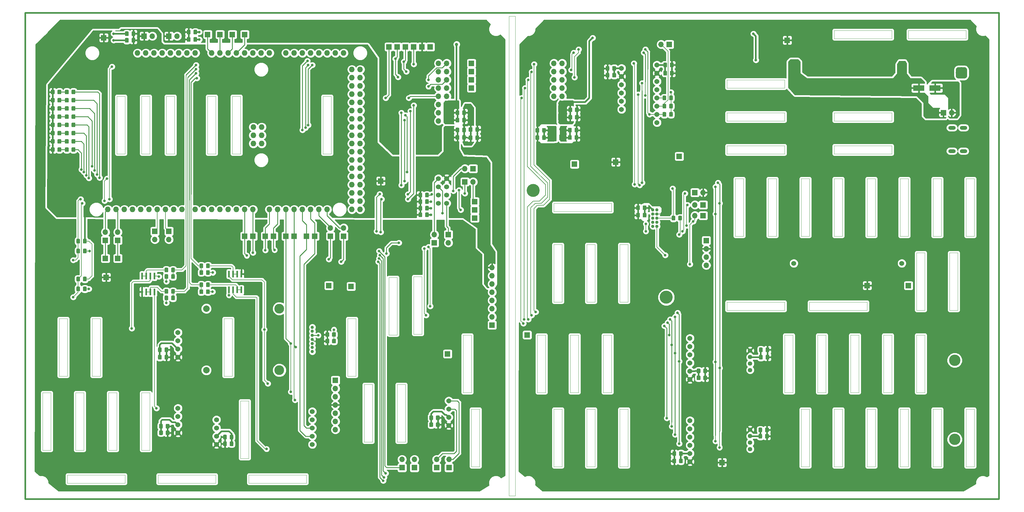
<source format=gbr>
%TF.GenerationSoftware,KiCad,Pcbnew,(5.0.2)-1*%
%TF.CreationDate,2019-11-19T01:28:37+09:00*%
%TF.ProjectId,sensor_board,73656e73-6f72-45f6-926f-6172642e6b69,rev?*%
%TF.SameCoordinates,Original*%
%TF.FileFunction,Copper,L2,Bot*%
%TF.FilePolarity,Positive*%
%FSLAX46Y46*%
G04 Gerber Fmt 4.6, Leading zero omitted, Abs format (unit mm)*
G04 Created by KiCad (PCBNEW (5.0.2)-1) date 2019-11-19 오전 1:28:37*
%MOMM*%
%LPD*%
G01*
G04 APERTURE LIST*
%ADD10C,0.100000*%
%ADD11C,0.500000*%
%ADD12C,4.000000*%
%ADD13C,1.000000*%
%ADD14O,1.700000X1.700000*%
%ADD15R,1.700000X1.700000*%
%ADD16C,3.500000*%
%ADD17C,1.350000*%
%ADD18C,2.000000*%
%ADD19C,3.000000*%
%ADD20C,1.540000*%
%ADD21O,1.727200X1.727200*%
%ADD22C,1.150000*%
%ADD23R,3.500000X3.500000*%
%ADD24O,2.300000X1.200000*%
%ADD25C,1.524000*%
%ADD26R,0.600000X2.000000*%
%ADD27R,3.500000X1.800000*%
%ADD28C,0.800000*%
%ADD29C,0.200000*%
%ADD30C,0.254000*%
%ADD31C,0.250000*%
G04 APERTURE END LIST*
D10*
X137160000Y-134620000D02*
X137160000Y-152400000D01*
X137160000Y-152400000D02*
X134620000Y-152400000D01*
X134620000Y-152400000D02*
X134620000Y-134620000D01*
X134620000Y-134620000D02*
X137160000Y-134620000D01*
X58420000Y-137160000D02*
X58420000Y-154940000D01*
X58420000Y-154940000D02*
X55880000Y-154940000D01*
X55880000Y-137160000D02*
X58420000Y-137160000D01*
X55880000Y-154940000D02*
X55880000Y-137160000D01*
X292100000Y-25400000D02*
X309880000Y-25400000D01*
X309880000Y-25400000D02*
X309880000Y-27940000D01*
X292100000Y-27940000D02*
X292100000Y-25400000D01*
X309880000Y-27940000D02*
X292100000Y-27940000D01*
X269240000Y-25400000D02*
X287020000Y-25400000D01*
X287020000Y-25400000D02*
X287020000Y-27940000D01*
X269240000Y-27940000D02*
X269240000Y-25400000D01*
X287020000Y-27940000D02*
X269240000Y-27940000D01*
X269240000Y-60960000D02*
X287020000Y-60960000D01*
X287020000Y-60960000D02*
X287020000Y-63500000D01*
X269240000Y-63500000D02*
X269240000Y-60960000D01*
X287020000Y-63500000D02*
X269240000Y-63500000D01*
X261620000Y-109220000D02*
X279400000Y-109220000D01*
X279400000Y-109220000D02*
X279400000Y-111760000D01*
X261620000Y-111760000D02*
X261620000Y-109220000D01*
X279400000Y-111760000D02*
X261620000Y-111760000D01*
X236220000Y-109220000D02*
X254000000Y-109220000D01*
X254000000Y-109220000D02*
X254000000Y-111760000D01*
X236220000Y-111760000D02*
X236220000Y-109220000D01*
X254000000Y-111760000D02*
X236220000Y-111760000D01*
X259080000Y-88900000D02*
X259080000Y-71120000D01*
X259080000Y-71120000D02*
X261620000Y-71120000D01*
X261620000Y-88900000D02*
X259080000Y-88900000D01*
X261620000Y-71120000D02*
X261620000Y-88900000D01*
X309880000Y-160020000D02*
X309880000Y-142240000D01*
X309880000Y-142240000D02*
X312420000Y-142240000D01*
X312420000Y-160020000D02*
X309880000Y-160020000D01*
X312420000Y-142240000D02*
X312420000Y-160020000D01*
X205740000Y-142240000D02*
X205740000Y-160020000D01*
X205740000Y-160020000D02*
X203200000Y-160020000D01*
X203200000Y-142240000D02*
X205740000Y-142240000D01*
X203200000Y-160020000D02*
X203200000Y-142240000D01*
X182880000Y-78740000D02*
X200660000Y-78740000D01*
X200660000Y-78740000D02*
X200660000Y-81280000D01*
X182880000Y-81280000D02*
X182880000Y-78740000D01*
X200660000Y-81280000D02*
X182880000Y-81280000D01*
X236220000Y-60960000D02*
X254000000Y-60960000D01*
X254000000Y-60960000D02*
X254000000Y-63500000D01*
X236220000Y-63500000D02*
X236220000Y-60960000D01*
X254000000Y-63500000D02*
X236220000Y-63500000D01*
X121920000Y-114300000D02*
X121920000Y-132080000D01*
X121920000Y-132080000D02*
X119380000Y-132080000D01*
X119380000Y-132080000D02*
X119380000Y-114300000D01*
X119380000Y-114300000D02*
X121920000Y-114300000D01*
X127000000Y-134620000D02*
X127000000Y-152400000D01*
X127000000Y-152400000D02*
X124460000Y-152400000D01*
X124460000Y-152400000D02*
X124460000Y-134620000D01*
X124460000Y-134620000D02*
X127000000Y-134620000D01*
X160020000Y-142240000D02*
X160020000Y-160020000D01*
X160020000Y-160020000D02*
X157480000Y-160020000D01*
X157480000Y-160020000D02*
X157480000Y-142240000D01*
X157480000Y-142240000D02*
X160020000Y-142240000D01*
X88900000Y-139700000D02*
X88900000Y-157480000D01*
X88900000Y-157480000D02*
X86360000Y-157480000D01*
X86360000Y-157480000D02*
X86360000Y-139700000D01*
X86360000Y-139700000D02*
X88900000Y-139700000D01*
X83820000Y-114300000D02*
X83820000Y-132080000D01*
X83820000Y-132080000D02*
X81280000Y-132080000D01*
X81280000Y-132080000D02*
X81280000Y-114300000D01*
X81280000Y-114300000D02*
X83820000Y-114300000D01*
X114300000Y-45720000D02*
X114300000Y-63500000D01*
X114300000Y-63500000D02*
X111760000Y-63500000D01*
X111760000Y-63500000D02*
X111760000Y-45720000D01*
X111760000Y-45720000D02*
X114300000Y-45720000D01*
X86360000Y-45720000D02*
X86360000Y-63500000D01*
X86360000Y-63500000D02*
X83820000Y-63500000D01*
X83820000Y-63500000D02*
X83820000Y-45720000D01*
X83820000Y-45720000D02*
X86360000Y-45720000D01*
X78740000Y-45720000D02*
X78740000Y-63500000D01*
X78740000Y-63500000D02*
X76200000Y-63500000D01*
X76200000Y-63500000D02*
X76200000Y-45720000D01*
X76200000Y-45720000D02*
X78740000Y-45720000D01*
X302260000Y-142240000D02*
X302260000Y-160020000D01*
X302260000Y-160020000D02*
X299720000Y-160020000D01*
X299720000Y-160020000D02*
X299720000Y-142240000D01*
X299720000Y-142240000D02*
X302260000Y-142240000D01*
X292100000Y-142240000D02*
X292100000Y-160020000D01*
X292100000Y-160020000D02*
X289560000Y-160020000D01*
X289560000Y-160020000D02*
X289560000Y-142240000D01*
X289560000Y-142240000D02*
X292100000Y-142240000D01*
X297180000Y-93980000D02*
X297180000Y-111760000D01*
X297180000Y-111760000D02*
X294640000Y-111760000D01*
X294640000Y-111760000D02*
X294640000Y-93980000D01*
X294640000Y-93980000D02*
X297180000Y-93980000D01*
X307340000Y-93980000D02*
X307340000Y-111760000D01*
X307340000Y-111760000D02*
X304800000Y-111760000D01*
X304800000Y-111760000D02*
X304800000Y-93980000D01*
X304800000Y-93980000D02*
X307340000Y-93980000D01*
X312420000Y-71120000D02*
X312420000Y-88900000D01*
X312420000Y-88900000D02*
X309880000Y-88900000D01*
X309880000Y-88900000D02*
X309880000Y-71120000D01*
X309880000Y-71120000D02*
X312420000Y-71120000D01*
X66040000Y-45720000D02*
X66040000Y-63500000D01*
X66040000Y-63500000D02*
X63500000Y-63500000D01*
X48260000Y-45720000D02*
X50800000Y-45720000D01*
X50800000Y-63500000D02*
X48260000Y-63500000D01*
X63500000Y-63500000D02*
X63500000Y-45720000D01*
X50800000Y-45720000D02*
X50800000Y-63500000D01*
X48260000Y-63500000D02*
X48260000Y-45720000D01*
X63500000Y-45720000D02*
X66040000Y-45720000D01*
X55880000Y-63500000D02*
X55880000Y-45720000D01*
X55880000Y-45720000D02*
X58420000Y-45720000D01*
X58420000Y-45720000D02*
X58420000Y-63500000D01*
X58420000Y-63500000D02*
X55880000Y-63500000D01*
X33020000Y-162560000D02*
X50800000Y-162560000D01*
X50800000Y-162560000D02*
X50800000Y-165100000D01*
X88900000Y-165100000D02*
X88900000Y-162560000D01*
X106680000Y-162560000D02*
X106680000Y-165100000D01*
X50800000Y-165100000D02*
X33020000Y-165100000D01*
X88900000Y-162560000D02*
X106680000Y-162560000D01*
X106680000Y-165100000D02*
X88900000Y-165100000D01*
X33020000Y-165100000D02*
X33020000Y-162560000D01*
X78740000Y-165100000D02*
X60960000Y-165100000D01*
X60960000Y-165100000D02*
X60960000Y-162560000D01*
X60960000Y-162560000D02*
X78740000Y-162560000D01*
X78740000Y-162560000D02*
X78740000Y-165100000D01*
X279400000Y-160020000D02*
X279400000Y-142240000D01*
X279400000Y-142240000D02*
X281940000Y-142240000D01*
X281940000Y-142240000D02*
X281940000Y-160020000D01*
X281940000Y-160020000D02*
X279400000Y-160020000D01*
X271780000Y-142240000D02*
X271780000Y-160020000D01*
X271780000Y-160020000D02*
X269240000Y-160020000D01*
X259080000Y-142240000D02*
X261620000Y-142240000D01*
X261620000Y-160020000D02*
X259080000Y-160020000D01*
X269240000Y-160020000D02*
X269240000Y-142240000D01*
X261620000Y-142240000D02*
X261620000Y-160020000D01*
X259080000Y-160020000D02*
X259080000Y-142240000D01*
X269240000Y-142240000D02*
X271780000Y-142240000D01*
X297180000Y-119380000D02*
X297180000Y-137160000D01*
X297180000Y-137160000D02*
X294640000Y-137160000D01*
X274320000Y-119380000D02*
X276860000Y-119380000D01*
X276860000Y-137160000D02*
X274320000Y-137160000D01*
X294640000Y-137160000D02*
X294640000Y-119380000D01*
X276860000Y-119380000D02*
X276860000Y-137160000D01*
X274320000Y-137160000D02*
X274320000Y-119380000D01*
X294640000Y-119380000D02*
X297180000Y-119380000D01*
X284480000Y-137160000D02*
X284480000Y-119380000D01*
X284480000Y-119380000D02*
X287020000Y-119380000D01*
X287020000Y-119380000D02*
X287020000Y-137160000D01*
X287020000Y-137160000D02*
X284480000Y-137160000D01*
X266700000Y-119380000D02*
X266700000Y-137160000D01*
X266700000Y-137160000D02*
X264160000Y-137160000D01*
X254000000Y-119380000D02*
X256540000Y-119380000D01*
X256540000Y-137160000D02*
X254000000Y-137160000D01*
X264160000Y-137160000D02*
X264160000Y-119380000D01*
X256540000Y-119380000D02*
X256540000Y-137160000D01*
X254000000Y-137160000D02*
X254000000Y-119380000D01*
X264160000Y-119380000D02*
X266700000Y-119380000D01*
X195580000Y-142240000D02*
X195580000Y-160020000D01*
X195580000Y-160020000D02*
X193040000Y-160020000D01*
X182880000Y-142240000D02*
X185420000Y-142240000D01*
X185420000Y-160020000D02*
X182880000Y-160020000D01*
X193040000Y-160020000D02*
X193040000Y-142240000D01*
X185420000Y-142240000D02*
X185420000Y-160020000D01*
X182880000Y-160020000D02*
X182880000Y-142240000D01*
X193040000Y-142240000D02*
X195580000Y-142240000D01*
X200660000Y-119380000D02*
X200660000Y-137160000D01*
X200660000Y-137160000D02*
X198120000Y-137160000D01*
X177800000Y-119380000D02*
X180340000Y-119380000D01*
X180340000Y-137160000D02*
X177800000Y-137160000D01*
X198120000Y-137160000D02*
X198120000Y-119380000D01*
X180340000Y-119380000D02*
X180340000Y-137160000D01*
X177800000Y-137160000D02*
X177800000Y-119380000D01*
X198120000Y-119380000D02*
X200660000Y-119380000D01*
X187960000Y-137160000D02*
X187960000Y-119380000D01*
X187960000Y-119380000D02*
X190500000Y-119380000D01*
X190500000Y-119380000D02*
X190500000Y-137160000D01*
X190500000Y-137160000D02*
X187960000Y-137160000D01*
X48260000Y-137160000D02*
X48260000Y-154940000D01*
X48260000Y-154940000D02*
X45720000Y-154940000D01*
X25400000Y-137160000D02*
X27940000Y-137160000D01*
X27940000Y-154940000D02*
X25400000Y-154940000D01*
X45720000Y-154940000D02*
X45720000Y-137160000D01*
X27940000Y-137160000D02*
X27940000Y-154940000D01*
X25400000Y-154940000D02*
X25400000Y-137160000D01*
X45720000Y-137160000D02*
X48260000Y-137160000D01*
X35560000Y-154940000D02*
X35560000Y-137160000D01*
X35560000Y-137160000D02*
X38100000Y-137160000D01*
X38100000Y-137160000D02*
X38100000Y-154940000D01*
X38100000Y-154940000D02*
X35560000Y-154940000D01*
X30480000Y-114300000D02*
X33020000Y-114300000D01*
X33020000Y-132080000D02*
X30480000Y-132080000D01*
X33020000Y-114300000D02*
X33020000Y-132080000D01*
X30480000Y-132080000D02*
X30480000Y-114300000D01*
X40640000Y-132080000D02*
X40640000Y-114300000D01*
X40640000Y-114300000D02*
X43180000Y-114300000D01*
X43180000Y-114300000D02*
X43180000Y-132080000D01*
X43180000Y-132080000D02*
X40640000Y-132080000D01*
X157480000Y-119380000D02*
X157480000Y-137160000D01*
X157480000Y-137160000D02*
X154940000Y-137160000D01*
X132080000Y-101600000D02*
X134620000Y-101600000D01*
X134620000Y-119380000D02*
X132080000Y-119380000D01*
X154940000Y-137160000D02*
X154940000Y-119380000D01*
X134620000Y-101600000D02*
X134620000Y-119380000D01*
X132080000Y-119380000D02*
X132080000Y-101600000D01*
X154940000Y-119380000D02*
X157480000Y-119380000D01*
X139700000Y-119126000D02*
X139700000Y-101346000D01*
X139700000Y-101346000D02*
X142240000Y-101346000D01*
X142240000Y-101346000D02*
X142240000Y-119126000D01*
X142240000Y-119126000D02*
X139700000Y-119126000D01*
X205740000Y-91440000D02*
X205740000Y-109220000D01*
X205740000Y-109220000D02*
X203200000Y-109220000D01*
X203200000Y-109220000D02*
X203200000Y-91440000D01*
X203200000Y-91440000D02*
X205740000Y-91440000D01*
X182880000Y-91440000D02*
X185420000Y-91440000D01*
X185420000Y-91440000D02*
X185420000Y-109220000D01*
X182880000Y-109220000D02*
X182880000Y-91440000D01*
X185420000Y-109220000D02*
X182880000Y-109220000D01*
X195580000Y-91440000D02*
X195580000Y-109220000D01*
X193040000Y-109220000D02*
X193040000Y-91440000D01*
X195580000Y-109220000D02*
X193040000Y-109220000D01*
X193040000Y-91440000D02*
X195580000Y-91440000D01*
X269240000Y-53340000D02*
X269240000Y-50800000D01*
X269240000Y-50800000D02*
X287020000Y-50800000D01*
X287020000Y-53340000D02*
X269240000Y-53340000D01*
X287020000Y-50800000D02*
X287020000Y-53340000D01*
X236220000Y-53340000D02*
X236220000Y-50800000D01*
X236220000Y-50800000D02*
X254000000Y-50800000D01*
X254000000Y-53340000D02*
X236220000Y-53340000D01*
X254000000Y-50800000D02*
X254000000Y-53340000D01*
X236220000Y-43180000D02*
X236220000Y-40640000D01*
X236220000Y-40640000D02*
X254000000Y-40640000D01*
X254000000Y-43180000D02*
X236220000Y-43180000D01*
X254000000Y-40640000D02*
X254000000Y-43180000D01*
X299720000Y-71120000D02*
X302260000Y-71120000D01*
X302260000Y-71120000D02*
X302260000Y-88900000D01*
X299720000Y-88900000D02*
X299720000Y-71120000D01*
X302260000Y-88900000D02*
X299720000Y-88900000D01*
X289560000Y-71120000D02*
X292100000Y-71120000D01*
X292100000Y-71120000D02*
X292100000Y-88900000D01*
X289560000Y-88900000D02*
X289560000Y-71120000D01*
X292100000Y-88900000D02*
X289560000Y-88900000D01*
X279400000Y-71120000D02*
X281940000Y-71120000D01*
X281940000Y-71120000D02*
X281940000Y-88900000D01*
X279400000Y-88900000D02*
X279400000Y-71120000D01*
X281940000Y-88900000D02*
X279400000Y-88900000D01*
X269240000Y-71120000D02*
X271780000Y-71120000D01*
X271780000Y-71120000D02*
X271780000Y-88900000D01*
X269240000Y-88900000D02*
X269240000Y-71120000D01*
X271780000Y-88900000D02*
X269240000Y-88900000D01*
X248920000Y-71120000D02*
X251460000Y-71120000D01*
X251460000Y-71120000D02*
X251460000Y-88900000D01*
X248920000Y-88900000D02*
X248920000Y-71120000D01*
X251460000Y-88900000D02*
X248920000Y-88900000D01*
X238760000Y-88900000D02*
X238760000Y-71120000D01*
X241300000Y-88900000D02*
X238760000Y-88900000D01*
X238760000Y-71120000D02*
X241300000Y-71120000D01*
X241300000Y-71120000D02*
X241300000Y-88900000D01*
X171000000Y-169000000D02*
X169000000Y-169000000D01*
X171000000Y-21000000D02*
X169000000Y-21000000D01*
X171000000Y-21000000D02*
X171000000Y-169000000D01*
X169000000Y-21000000D02*
X169000000Y-169000000D01*
D11*
X320000000Y-20000000D02*
X320000000Y-170000000D01*
X20000000Y-170000000D02*
X320000000Y-170000000D01*
X20000000Y-20000000D02*
X320000000Y-20000000D01*
X20000000Y-20000000D02*
X20000000Y-170000000D01*
D12*
X217480000Y-107752000D03*
X176480000Y-74752000D03*
D13*
X213360000Y-85852000D03*
X214630000Y-85852000D03*
X213360000Y-84582000D03*
X214630000Y-84582000D03*
X213360000Y-80772000D03*
X214630000Y-80772000D03*
X213360000Y-82042000D03*
X214630000Y-82042000D03*
X213360000Y-83312000D03*
X214630000Y-83312000D03*
D14*
X229805367Y-97861423D03*
X229805367Y-95321423D03*
X229805367Y-92781423D03*
D15*
X229805367Y-90241423D03*
D16*
X306332000Y-151590000D03*
D17*
X243332000Y-154590000D03*
X243332000Y-152590000D03*
X243332000Y-150590000D03*
X243332000Y-148590000D03*
D16*
X306332000Y-127206000D03*
D17*
X243332000Y-130206000D03*
X243332000Y-128206000D03*
X243332000Y-126206000D03*
X243332000Y-124206000D03*
D18*
X75798000Y-130252000D03*
X75798000Y-111252000D03*
D19*
X98298000Y-130252000D03*
X98298000Y-111252000D03*
D13*
X108458000Y-124502000D03*
X108458000Y-123252000D03*
X108458000Y-120752000D03*
X108458000Y-122002000D03*
X108458000Y-119502000D03*
X108458000Y-118252000D03*
X108458000Y-117002000D03*
D15*
X150114000Y-125222000D03*
X185420000Y-58420000D03*
D14*
X182880000Y-58420000D03*
X185420000Y-55880000D03*
X182880000Y-55880000D03*
X185420000Y-53340000D03*
X182880000Y-53340000D03*
X185420000Y-50800000D03*
X182880000Y-50800000D03*
X185420000Y-48260000D03*
X182880000Y-48260000D03*
X185420000Y-45720000D03*
X182880000Y-45720000D03*
X185420000Y-43180000D03*
X182880000Y-43180000D03*
X185420000Y-40640000D03*
X182880000Y-40640000D03*
X185420000Y-38100000D03*
X182880000Y-38100000D03*
X185420000Y-35560000D03*
X182880000Y-35560000D03*
D20*
X214630000Y-36068000D03*
X214630000Y-38608000D03*
X214630000Y-41148000D03*
X214630000Y-43688000D03*
X214630000Y-46228000D03*
X214630000Y-51308000D03*
X214630000Y-48768000D03*
X214630000Y-53848000D03*
D15*
X157480000Y-35560000D03*
X93980000Y-88900000D03*
D20*
X67056000Y-149606000D03*
X67056000Y-147066000D03*
X67056000Y-144526000D03*
X67056000Y-141986000D03*
X150495000Y-147320000D03*
X150495000Y-144780000D03*
X150495000Y-142240000D03*
X150495000Y-139700000D03*
D21*
X90297000Y-55245000D03*
X92837000Y-55245000D03*
X92837000Y-57785000D03*
X90297000Y-57785000D03*
X92837000Y-60325000D03*
X77470000Y-32385000D03*
X72390000Y-32385000D03*
X69850000Y-32385000D03*
X67310000Y-32385000D03*
X64770000Y-32385000D03*
X62230000Y-32385000D03*
X59690000Y-32385000D03*
X57150000Y-32385000D03*
X113030000Y-80645000D03*
X110490000Y-80645000D03*
X107950000Y-80645000D03*
X105410000Y-80645000D03*
X102870000Y-80645000D03*
X100330000Y-80645000D03*
X97790000Y-80645000D03*
X95250000Y-80645000D03*
X90170000Y-80645000D03*
X87630000Y-80645000D03*
X85090000Y-80645000D03*
X82550000Y-80645000D03*
X80010000Y-80645000D03*
X77470000Y-80645000D03*
X74930000Y-80645000D03*
X72390000Y-80645000D03*
X53086000Y-80645000D03*
X68326000Y-80645000D03*
X65786000Y-80645000D03*
X63246000Y-80645000D03*
X45466000Y-80645000D03*
X48006000Y-80645000D03*
X50546000Y-80645000D03*
X55626000Y-80645000D03*
X58166000Y-80645000D03*
X60706000Y-80645000D03*
X54610000Y-32385000D03*
X80010000Y-32385000D03*
X82550000Y-32385000D03*
X85090000Y-32385000D03*
X87630000Y-32385000D03*
X90170000Y-32385000D03*
X92710000Y-32385000D03*
X95250000Y-32385000D03*
X100330000Y-32385000D03*
X102870000Y-32385000D03*
X105410000Y-32385000D03*
X107950000Y-32385000D03*
X110490000Y-32385000D03*
X113030000Y-32385000D03*
X115570000Y-32385000D03*
X118110000Y-32385000D03*
X120650000Y-80645000D03*
X123190000Y-80645000D03*
X120650000Y-78105000D03*
X123190000Y-78105000D03*
X120650000Y-75565000D03*
X123190000Y-75565000D03*
X120650000Y-73025000D03*
X123190000Y-73025000D03*
X120650000Y-70485000D03*
X123190000Y-70485000D03*
X120650000Y-67945000D03*
X123190000Y-67945000D03*
X120650000Y-65405000D03*
X123190000Y-65405000D03*
X120650000Y-62865000D03*
X123190000Y-62865000D03*
X120650000Y-60325000D03*
X123190000Y-60325000D03*
X120650000Y-57785000D03*
X123190000Y-57785000D03*
X120650000Y-55245000D03*
X123190000Y-55245000D03*
X120650000Y-52705000D03*
X123190000Y-52705000D03*
X120650000Y-50165000D03*
X123190000Y-50165000D03*
X120650000Y-47625000D03*
X123190000Y-47625000D03*
X120650000Y-45085000D03*
X123190000Y-45085000D03*
X120650000Y-42545000D03*
X123190000Y-42545000D03*
X120650000Y-40005000D03*
X123190000Y-40005000D03*
X120650000Y-37465000D03*
X123190000Y-37465000D03*
X90297000Y-60325000D03*
D15*
X64262000Y-27178000D03*
D14*
X66802000Y-27178000D03*
X59182000Y-27178000D03*
D15*
X56642000Y-27178000D03*
D14*
X147320000Y-35560000D03*
X149860000Y-35560000D03*
X147320000Y-38100000D03*
X149860000Y-38100000D03*
X147320000Y-40640000D03*
X149860000Y-40640000D03*
X147320000Y-43180000D03*
X149860000Y-43180000D03*
X147320000Y-45720000D03*
X149860000Y-45720000D03*
X147320000Y-48260000D03*
X149860000Y-48260000D03*
X147320000Y-50800000D03*
X149860000Y-50800000D03*
X147320000Y-53340000D03*
X149860000Y-53340000D03*
X147320000Y-55880000D03*
X149860000Y-55880000D03*
X147320000Y-58420000D03*
D15*
X149860000Y-58420000D03*
D10*
G36*
X188135355Y-57760121D02*
X188159623Y-57763721D01*
X188183422Y-57769682D01*
X188206521Y-57777947D01*
X188228700Y-57788437D01*
X188249743Y-57801049D01*
X188269449Y-57815664D01*
X188287627Y-57832140D01*
X188304103Y-57850318D01*
X188318718Y-57870024D01*
X188331330Y-57891067D01*
X188341820Y-57913246D01*
X188350085Y-57936345D01*
X188356046Y-57960144D01*
X188359646Y-57984412D01*
X188360850Y-58008916D01*
X188360850Y-58908918D01*
X188359646Y-58933422D01*
X188356046Y-58957690D01*
X188350085Y-58981489D01*
X188341820Y-59004588D01*
X188331330Y-59026767D01*
X188318718Y-59047810D01*
X188304103Y-59067516D01*
X188287627Y-59085694D01*
X188269449Y-59102170D01*
X188249743Y-59116785D01*
X188228700Y-59129397D01*
X188206521Y-59139887D01*
X188183422Y-59148152D01*
X188159623Y-59154113D01*
X188135355Y-59157713D01*
X188110851Y-59158917D01*
X187460849Y-59158917D01*
X187436345Y-59157713D01*
X187412077Y-59154113D01*
X187388278Y-59148152D01*
X187365179Y-59139887D01*
X187343000Y-59129397D01*
X187321957Y-59116785D01*
X187302251Y-59102170D01*
X187284073Y-59085694D01*
X187267597Y-59067516D01*
X187252982Y-59047810D01*
X187240370Y-59026767D01*
X187229880Y-59004588D01*
X187221615Y-58981489D01*
X187215654Y-58957690D01*
X187212054Y-58933422D01*
X187210850Y-58908918D01*
X187210850Y-58008916D01*
X187212054Y-57984412D01*
X187215654Y-57960144D01*
X187221615Y-57936345D01*
X187229880Y-57913246D01*
X187240370Y-57891067D01*
X187252982Y-57870024D01*
X187267597Y-57850318D01*
X187284073Y-57832140D01*
X187302251Y-57815664D01*
X187321957Y-57801049D01*
X187343000Y-57788437D01*
X187365179Y-57777947D01*
X187388278Y-57769682D01*
X187412077Y-57763721D01*
X187436345Y-57760121D01*
X187460849Y-57758917D01*
X188110851Y-57758917D01*
X188135355Y-57760121D01*
X188135355Y-57760121D01*
G37*
D22*
X187785850Y-58458917D03*
D10*
G36*
X190185355Y-57760121D02*
X190209623Y-57763721D01*
X190233422Y-57769682D01*
X190256521Y-57777947D01*
X190278700Y-57788437D01*
X190299743Y-57801049D01*
X190319449Y-57815664D01*
X190337627Y-57832140D01*
X190354103Y-57850318D01*
X190368718Y-57870024D01*
X190381330Y-57891067D01*
X190391820Y-57913246D01*
X190400085Y-57936345D01*
X190406046Y-57960144D01*
X190409646Y-57984412D01*
X190410850Y-58008916D01*
X190410850Y-58908918D01*
X190409646Y-58933422D01*
X190406046Y-58957690D01*
X190400085Y-58981489D01*
X190391820Y-59004588D01*
X190381330Y-59026767D01*
X190368718Y-59047810D01*
X190354103Y-59067516D01*
X190337627Y-59085694D01*
X190319449Y-59102170D01*
X190299743Y-59116785D01*
X190278700Y-59129397D01*
X190256521Y-59139887D01*
X190233422Y-59148152D01*
X190209623Y-59154113D01*
X190185355Y-59157713D01*
X190160851Y-59158917D01*
X189510849Y-59158917D01*
X189486345Y-59157713D01*
X189462077Y-59154113D01*
X189438278Y-59148152D01*
X189415179Y-59139887D01*
X189393000Y-59129397D01*
X189371957Y-59116785D01*
X189352251Y-59102170D01*
X189334073Y-59085694D01*
X189317597Y-59067516D01*
X189302982Y-59047810D01*
X189290370Y-59026767D01*
X189279880Y-59004588D01*
X189271615Y-58981489D01*
X189265654Y-58957690D01*
X189262054Y-58933422D01*
X189260850Y-58908918D01*
X189260850Y-58008916D01*
X189262054Y-57984412D01*
X189265654Y-57960144D01*
X189271615Y-57936345D01*
X189279880Y-57913246D01*
X189290370Y-57891067D01*
X189302982Y-57870024D01*
X189317597Y-57850318D01*
X189334073Y-57832140D01*
X189352251Y-57815664D01*
X189371957Y-57801049D01*
X189393000Y-57788437D01*
X189415179Y-57777947D01*
X189438278Y-57769682D01*
X189462077Y-57763721D01*
X189486345Y-57760121D01*
X189510849Y-57758917D01*
X190160851Y-57758917D01*
X190185355Y-57760121D01*
X190185355Y-57760121D01*
G37*
D22*
X189835850Y-58458917D03*
D10*
G36*
X155543505Y-57721204D02*
X155567773Y-57724804D01*
X155591572Y-57730765D01*
X155614671Y-57739030D01*
X155636850Y-57749520D01*
X155657893Y-57762132D01*
X155677599Y-57776747D01*
X155695777Y-57793223D01*
X155712253Y-57811401D01*
X155726868Y-57831107D01*
X155739480Y-57852150D01*
X155749970Y-57874329D01*
X155758235Y-57897428D01*
X155764196Y-57921227D01*
X155767796Y-57945495D01*
X155769000Y-57969999D01*
X155769000Y-58870001D01*
X155767796Y-58894505D01*
X155764196Y-58918773D01*
X155758235Y-58942572D01*
X155749970Y-58965671D01*
X155739480Y-58987850D01*
X155726868Y-59008893D01*
X155712253Y-59028599D01*
X155695777Y-59046777D01*
X155677599Y-59063253D01*
X155657893Y-59077868D01*
X155636850Y-59090480D01*
X155614671Y-59100970D01*
X155591572Y-59109235D01*
X155567773Y-59115196D01*
X155543505Y-59118796D01*
X155519001Y-59120000D01*
X154868999Y-59120000D01*
X154844495Y-59118796D01*
X154820227Y-59115196D01*
X154796428Y-59109235D01*
X154773329Y-59100970D01*
X154751150Y-59090480D01*
X154730107Y-59077868D01*
X154710401Y-59063253D01*
X154692223Y-59046777D01*
X154675747Y-59028599D01*
X154661132Y-59008893D01*
X154648520Y-58987850D01*
X154638030Y-58965671D01*
X154629765Y-58942572D01*
X154623804Y-58918773D01*
X154620204Y-58894505D01*
X154619000Y-58870001D01*
X154619000Y-57969999D01*
X154620204Y-57945495D01*
X154623804Y-57921227D01*
X154629765Y-57897428D01*
X154638030Y-57874329D01*
X154648520Y-57852150D01*
X154661132Y-57831107D01*
X154675747Y-57811401D01*
X154692223Y-57793223D01*
X154710401Y-57776747D01*
X154730107Y-57762132D01*
X154751150Y-57749520D01*
X154773329Y-57739030D01*
X154796428Y-57730765D01*
X154820227Y-57724804D01*
X154844495Y-57721204D01*
X154868999Y-57720000D01*
X155519001Y-57720000D01*
X155543505Y-57721204D01*
X155543505Y-57721204D01*
G37*
D22*
X155194000Y-58420000D03*
D10*
G36*
X153493505Y-57721204D02*
X153517773Y-57724804D01*
X153541572Y-57730765D01*
X153564671Y-57739030D01*
X153586850Y-57749520D01*
X153607893Y-57762132D01*
X153627599Y-57776747D01*
X153645777Y-57793223D01*
X153662253Y-57811401D01*
X153676868Y-57831107D01*
X153689480Y-57852150D01*
X153699970Y-57874329D01*
X153708235Y-57897428D01*
X153714196Y-57921227D01*
X153717796Y-57945495D01*
X153719000Y-57969999D01*
X153719000Y-58870001D01*
X153717796Y-58894505D01*
X153714196Y-58918773D01*
X153708235Y-58942572D01*
X153699970Y-58965671D01*
X153689480Y-58987850D01*
X153676868Y-59008893D01*
X153662253Y-59028599D01*
X153645777Y-59046777D01*
X153627599Y-59063253D01*
X153607893Y-59077868D01*
X153586850Y-59090480D01*
X153564671Y-59100970D01*
X153541572Y-59109235D01*
X153517773Y-59115196D01*
X153493505Y-59118796D01*
X153469001Y-59120000D01*
X152818999Y-59120000D01*
X152794495Y-59118796D01*
X152770227Y-59115196D01*
X152746428Y-59109235D01*
X152723329Y-59100970D01*
X152701150Y-59090480D01*
X152680107Y-59077868D01*
X152660401Y-59063253D01*
X152642223Y-59046777D01*
X152625747Y-59028599D01*
X152611132Y-59008893D01*
X152598520Y-58987850D01*
X152588030Y-58965671D01*
X152579765Y-58942572D01*
X152573804Y-58918773D01*
X152570204Y-58894505D01*
X152569000Y-58870001D01*
X152569000Y-57969999D01*
X152570204Y-57945495D01*
X152573804Y-57921227D01*
X152579765Y-57897428D01*
X152588030Y-57874329D01*
X152598520Y-57852150D01*
X152611132Y-57831107D01*
X152625747Y-57811401D01*
X152642223Y-57793223D01*
X152660401Y-57776747D01*
X152680107Y-57762132D01*
X152701150Y-57749520D01*
X152723329Y-57739030D01*
X152746428Y-57730765D01*
X152770227Y-57724804D01*
X152794495Y-57721204D01*
X152818999Y-57720000D01*
X153469001Y-57720000D01*
X153493505Y-57721204D01*
X153493505Y-57721204D01*
G37*
D22*
X153144000Y-58420000D03*
D10*
G36*
X188135355Y-55474121D02*
X188159623Y-55477721D01*
X188183422Y-55483682D01*
X188206521Y-55491947D01*
X188228700Y-55502437D01*
X188249743Y-55515049D01*
X188269449Y-55529664D01*
X188287627Y-55546140D01*
X188304103Y-55564318D01*
X188318718Y-55584024D01*
X188331330Y-55605067D01*
X188341820Y-55627246D01*
X188350085Y-55650345D01*
X188356046Y-55674144D01*
X188359646Y-55698412D01*
X188360850Y-55722916D01*
X188360850Y-56622918D01*
X188359646Y-56647422D01*
X188356046Y-56671690D01*
X188350085Y-56695489D01*
X188341820Y-56718588D01*
X188331330Y-56740767D01*
X188318718Y-56761810D01*
X188304103Y-56781516D01*
X188287627Y-56799694D01*
X188269449Y-56816170D01*
X188249743Y-56830785D01*
X188228700Y-56843397D01*
X188206521Y-56853887D01*
X188183422Y-56862152D01*
X188159623Y-56868113D01*
X188135355Y-56871713D01*
X188110851Y-56872917D01*
X187460849Y-56872917D01*
X187436345Y-56871713D01*
X187412077Y-56868113D01*
X187388278Y-56862152D01*
X187365179Y-56853887D01*
X187343000Y-56843397D01*
X187321957Y-56830785D01*
X187302251Y-56816170D01*
X187284073Y-56799694D01*
X187267597Y-56781516D01*
X187252982Y-56761810D01*
X187240370Y-56740767D01*
X187229880Y-56718588D01*
X187221615Y-56695489D01*
X187215654Y-56671690D01*
X187212054Y-56647422D01*
X187210850Y-56622918D01*
X187210850Y-55722916D01*
X187212054Y-55698412D01*
X187215654Y-55674144D01*
X187221615Y-55650345D01*
X187229880Y-55627246D01*
X187240370Y-55605067D01*
X187252982Y-55584024D01*
X187267597Y-55564318D01*
X187284073Y-55546140D01*
X187302251Y-55529664D01*
X187321957Y-55515049D01*
X187343000Y-55502437D01*
X187365179Y-55491947D01*
X187388278Y-55483682D01*
X187412077Y-55477721D01*
X187436345Y-55474121D01*
X187460849Y-55472917D01*
X188110851Y-55472917D01*
X188135355Y-55474121D01*
X188135355Y-55474121D01*
G37*
D22*
X187785850Y-56172917D03*
D10*
G36*
X190185355Y-55474121D02*
X190209623Y-55477721D01*
X190233422Y-55483682D01*
X190256521Y-55491947D01*
X190278700Y-55502437D01*
X190299743Y-55515049D01*
X190319449Y-55529664D01*
X190337627Y-55546140D01*
X190354103Y-55564318D01*
X190368718Y-55584024D01*
X190381330Y-55605067D01*
X190391820Y-55627246D01*
X190400085Y-55650345D01*
X190406046Y-55674144D01*
X190409646Y-55698412D01*
X190410850Y-55722916D01*
X190410850Y-56622918D01*
X190409646Y-56647422D01*
X190406046Y-56671690D01*
X190400085Y-56695489D01*
X190391820Y-56718588D01*
X190381330Y-56740767D01*
X190368718Y-56761810D01*
X190354103Y-56781516D01*
X190337627Y-56799694D01*
X190319449Y-56816170D01*
X190299743Y-56830785D01*
X190278700Y-56843397D01*
X190256521Y-56853887D01*
X190233422Y-56862152D01*
X190209623Y-56868113D01*
X190185355Y-56871713D01*
X190160851Y-56872917D01*
X189510849Y-56872917D01*
X189486345Y-56871713D01*
X189462077Y-56868113D01*
X189438278Y-56862152D01*
X189415179Y-56853887D01*
X189393000Y-56843397D01*
X189371957Y-56830785D01*
X189352251Y-56816170D01*
X189334073Y-56799694D01*
X189317597Y-56781516D01*
X189302982Y-56761810D01*
X189290370Y-56740767D01*
X189279880Y-56718588D01*
X189271615Y-56695489D01*
X189265654Y-56671690D01*
X189262054Y-56647422D01*
X189260850Y-56622918D01*
X189260850Y-55722916D01*
X189262054Y-55698412D01*
X189265654Y-55674144D01*
X189271615Y-55650345D01*
X189279880Y-55627246D01*
X189290370Y-55605067D01*
X189302982Y-55584024D01*
X189317597Y-55564318D01*
X189334073Y-55546140D01*
X189352251Y-55529664D01*
X189371957Y-55515049D01*
X189393000Y-55502437D01*
X189415179Y-55491947D01*
X189438278Y-55483682D01*
X189462077Y-55477721D01*
X189486345Y-55474121D01*
X189510849Y-55472917D01*
X190160851Y-55472917D01*
X190185355Y-55474121D01*
X190185355Y-55474121D01*
G37*
D22*
X189835850Y-56172917D03*
D10*
G36*
X155552505Y-55435204D02*
X155576773Y-55438804D01*
X155600572Y-55444765D01*
X155623671Y-55453030D01*
X155645850Y-55463520D01*
X155666893Y-55476132D01*
X155686599Y-55490747D01*
X155704777Y-55507223D01*
X155721253Y-55525401D01*
X155735868Y-55545107D01*
X155748480Y-55566150D01*
X155758970Y-55588329D01*
X155767235Y-55611428D01*
X155773196Y-55635227D01*
X155776796Y-55659495D01*
X155778000Y-55683999D01*
X155778000Y-56584001D01*
X155776796Y-56608505D01*
X155773196Y-56632773D01*
X155767235Y-56656572D01*
X155758970Y-56679671D01*
X155748480Y-56701850D01*
X155735868Y-56722893D01*
X155721253Y-56742599D01*
X155704777Y-56760777D01*
X155686599Y-56777253D01*
X155666893Y-56791868D01*
X155645850Y-56804480D01*
X155623671Y-56814970D01*
X155600572Y-56823235D01*
X155576773Y-56829196D01*
X155552505Y-56832796D01*
X155528001Y-56834000D01*
X154877999Y-56834000D01*
X154853495Y-56832796D01*
X154829227Y-56829196D01*
X154805428Y-56823235D01*
X154782329Y-56814970D01*
X154760150Y-56804480D01*
X154739107Y-56791868D01*
X154719401Y-56777253D01*
X154701223Y-56760777D01*
X154684747Y-56742599D01*
X154670132Y-56722893D01*
X154657520Y-56701850D01*
X154647030Y-56679671D01*
X154638765Y-56656572D01*
X154632804Y-56632773D01*
X154629204Y-56608505D01*
X154628000Y-56584001D01*
X154628000Y-55683999D01*
X154629204Y-55659495D01*
X154632804Y-55635227D01*
X154638765Y-55611428D01*
X154647030Y-55588329D01*
X154657520Y-55566150D01*
X154670132Y-55545107D01*
X154684747Y-55525401D01*
X154701223Y-55507223D01*
X154719401Y-55490747D01*
X154739107Y-55476132D01*
X154760150Y-55463520D01*
X154782329Y-55453030D01*
X154805428Y-55444765D01*
X154829227Y-55438804D01*
X154853495Y-55435204D01*
X154877999Y-55434000D01*
X155528001Y-55434000D01*
X155552505Y-55435204D01*
X155552505Y-55435204D01*
G37*
D22*
X155203000Y-56134000D03*
D10*
G36*
X153502505Y-55435204D02*
X153526773Y-55438804D01*
X153550572Y-55444765D01*
X153573671Y-55453030D01*
X153595850Y-55463520D01*
X153616893Y-55476132D01*
X153636599Y-55490747D01*
X153654777Y-55507223D01*
X153671253Y-55525401D01*
X153685868Y-55545107D01*
X153698480Y-55566150D01*
X153708970Y-55588329D01*
X153717235Y-55611428D01*
X153723196Y-55635227D01*
X153726796Y-55659495D01*
X153728000Y-55683999D01*
X153728000Y-56584001D01*
X153726796Y-56608505D01*
X153723196Y-56632773D01*
X153717235Y-56656572D01*
X153708970Y-56679671D01*
X153698480Y-56701850D01*
X153685868Y-56722893D01*
X153671253Y-56742599D01*
X153654777Y-56760777D01*
X153636599Y-56777253D01*
X153616893Y-56791868D01*
X153595850Y-56804480D01*
X153573671Y-56814970D01*
X153550572Y-56823235D01*
X153526773Y-56829196D01*
X153502505Y-56832796D01*
X153478001Y-56834000D01*
X152827999Y-56834000D01*
X152803495Y-56832796D01*
X152779227Y-56829196D01*
X152755428Y-56823235D01*
X152732329Y-56814970D01*
X152710150Y-56804480D01*
X152689107Y-56791868D01*
X152669401Y-56777253D01*
X152651223Y-56760777D01*
X152634747Y-56742599D01*
X152620132Y-56722893D01*
X152607520Y-56701850D01*
X152597030Y-56679671D01*
X152588765Y-56656572D01*
X152582804Y-56632773D01*
X152579204Y-56608505D01*
X152578000Y-56584001D01*
X152578000Y-55683999D01*
X152579204Y-55659495D01*
X152582804Y-55635227D01*
X152588765Y-55611428D01*
X152597030Y-55588329D01*
X152607520Y-55566150D01*
X152620132Y-55545107D01*
X152634747Y-55525401D01*
X152651223Y-55507223D01*
X152669401Y-55490747D01*
X152689107Y-55476132D01*
X152710150Y-55463520D01*
X152732329Y-55453030D01*
X152755428Y-55444765D01*
X152779227Y-55438804D01*
X152803495Y-55435204D01*
X152827999Y-55434000D01*
X153478001Y-55434000D01*
X153502505Y-55435204D01*
X153502505Y-55435204D01*
G37*
D22*
X153153000Y-56134000D03*
D10*
G36*
X159603974Y-55289662D02*
X159628242Y-55293262D01*
X159652041Y-55299223D01*
X159675140Y-55307488D01*
X159697319Y-55317978D01*
X159718362Y-55330590D01*
X159738068Y-55345205D01*
X159756246Y-55361681D01*
X159772722Y-55379859D01*
X159787337Y-55399565D01*
X159799949Y-55420608D01*
X159810439Y-55442787D01*
X159818704Y-55465886D01*
X159824665Y-55489685D01*
X159828265Y-55513953D01*
X159829469Y-55538457D01*
X159829469Y-56438459D01*
X159828265Y-56462963D01*
X159824665Y-56487231D01*
X159818704Y-56511030D01*
X159810439Y-56534129D01*
X159799949Y-56556308D01*
X159787337Y-56577351D01*
X159772722Y-56597057D01*
X159756246Y-56615235D01*
X159738068Y-56631711D01*
X159718362Y-56646326D01*
X159697319Y-56658938D01*
X159675140Y-56669428D01*
X159652041Y-56677693D01*
X159628242Y-56683654D01*
X159603974Y-56687254D01*
X159579470Y-56688458D01*
X158929468Y-56688458D01*
X158904964Y-56687254D01*
X158880696Y-56683654D01*
X158856897Y-56677693D01*
X158833798Y-56669428D01*
X158811619Y-56658938D01*
X158790576Y-56646326D01*
X158770870Y-56631711D01*
X158752692Y-56615235D01*
X158736216Y-56597057D01*
X158721601Y-56577351D01*
X158708989Y-56556308D01*
X158698499Y-56534129D01*
X158690234Y-56511030D01*
X158684273Y-56487231D01*
X158680673Y-56462963D01*
X158679469Y-56438459D01*
X158679469Y-55538457D01*
X158680673Y-55513953D01*
X158684273Y-55489685D01*
X158690234Y-55465886D01*
X158698499Y-55442787D01*
X158708989Y-55420608D01*
X158721601Y-55399565D01*
X158736216Y-55379859D01*
X158752692Y-55361681D01*
X158770870Y-55345205D01*
X158790576Y-55330590D01*
X158811619Y-55317978D01*
X158833798Y-55307488D01*
X158856897Y-55299223D01*
X158880696Y-55293262D01*
X158904964Y-55289662D01*
X158929468Y-55288458D01*
X159579470Y-55288458D01*
X159603974Y-55289662D01*
X159603974Y-55289662D01*
G37*
D22*
X159254469Y-55988458D03*
D10*
G36*
X157553974Y-55289662D02*
X157578242Y-55293262D01*
X157602041Y-55299223D01*
X157625140Y-55307488D01*
X157647319Y-55317978D01*
X157668362Y-55330590D01*
X157688068Y-55345205D01*
X157706246Y-55361681D01*
X157722722Y-55379859D01*
X157737337Y-55399565D01*
X157749949Y-55420608D01*
X157760439Y-55442787D01*
X157768704Y-55465886D01*
X157774665Y-55489685D01*
X157778265Y-55513953D01*
X157779469Y-55538457D01*
X157779469Y-56438459D01*
X157778265Y-56462963D01*
X157774665Y-56487231D01*
X157768704Y-56511030D01*
X157760439Y-56534129D01*
X157749949Y-56556308D01*
X157737337Y-56577351D01*
X157722722Y-56597057D01*
X157706246Y-56615235D01*
X157688068Y-56631711D01*
X157668362Y-56646326D01*
X157647319Y-56658938D01*
X157625140Y-56669428D01*
X157602041Y-56677693D01*
X157578242Y-56683654D01*
X157553974Y-56687254D01*
X157529470Y-56688458D01*
X156879468Y-56688458D01*
X156854964Y-56687254D01*
X156830696Y-56683654D01*
X156806897Y-56677693D01*
X156783798Y-56669428D01*
X156761619Y-56658938D01*
X156740576Y-56646326D01*
X156720870Y-56631711D01*
X156702692Y-56615235D01*
X156686216Y-56597057D01*
X156671601Y-56577351D01*
X156658989Y-56556308D01*
X156648499Y-56534129D01*
X156640234Y-56511030D01*
X156634273Y-56487231D01*
X156630673Y-56462963D01*
X156629469Y-56438459D01*
X156629469Y-55538457D01*
X156630673Y-55513953D01*
X156634273Y-55489685D01*
X156640234Y-55465886D01*
X156648499Y-55442787D01*
X156658989Y-55420608D01*
X156671601Y-55399565D01*
X156686216Y-55379859D01*
X156702692Y-55361681D01*
X156720870Y-55345205D01*
X156740576Y-55330590D01*
X156761619Y-55317978D01*
X156783798Y-55307488D01*
X156806897Y-55299223D01*
X156830696Y-55293262D01*
X156854964Y-55289662D01*
X156879468Y-55288458D01*
X157529470Y-55288458D01*
X157553974Y-55289662D01*
X157553974Y-55289662D01*
G37*
D22*
X157204469Y-55988458D03*
D10*
G36*
X159594974Y-57829662D02*
X159619242Y-57833262D01*
X159643041Y-57839223D01*
X159666140Y-57847488D01*
X159688319Y-57857978D01*
X159709362Y-57870590D01*
X159729068Y-57885205D01*
X159747246Y-57901681D01*
X159763722Y-57919859D01*
X159778337Y-57939565D01*
X159790949Y-57960608D01*
X159801439Y-57982787D01*
X159809704Y-58005886D01*
X159815665Y-58029685D01*
X159819265Y-58053953D01*
X159820469Y-58078457D01*
X159820469Y-58978459D01*
X159819265Y-59002963D01*
X159815665Y-59027231D01*
X159809704Y-59051030D01*
X159801439Y-59074129D01*
X159790949Y-59096308D01*
X159778337Y-59117351D01*
X159763722Y-59137057D01*
X159747246Y-59155235D01*
X159729068Y-59171711D01*
X159709362Y-59186326D01*
X159688319Y-59198938D01*
X159666140Y-59209428D01*
X159643041Y-59217693D01*
X159619242Y-59223654D01*
X159594974Y-59227254D01*
X159570470Y-59228458D01*
X158920468Y-59228458D01*
X158895964Y-59227254D01*
X158871696Y-59223654D01*
X158847897Y-59217693D01*
X158824798Y-59209428D01*
X158802619Y-59198938D01*
X158781576Y-59186326D01*
X158761870Y-59171711D01*
X158743692Y-59155235D01*
X158727216Y-59137057D01*
X158712601Y-59117351D01*
X158699989Y-59096308D01*
X158689499Y-59074129D01*
X158681234Y-59051030D01*
X158675273Y-59027231D01*
X158671673Y-59002963D01*
X158670469Y-58978459D01*
X158670469Y-58078457D01*
X158671673Y-58053953D01*
X158675273Y-58029685D01*
X158681234Y-58005886D01*
X158689499Y-57982787D01*
X158699989Y-57960608D01*
X158712601Y-57939565D01*
X158727216Y-57919859D01*
X158743692Y-57901681D01*
X158761870Y-57885205D01*
X158781576Y-57870590D01*
X158802619Y-57857978D01*
X158824798Y-57847488D01*
X158847897Y-57839223D01*
X158871696Y-57833262D01*
X158895964Y-57829662D01*
X158920468Y-57828458D01*
X159570470Y-57828458D01*
X159594974Y-57829662D01*
X159594974Y-57829662D01*
G37*
D22*
X159245469Y-58528458D03*
D10*
G36*
X157544974Y-57829662D02*
X157569242Y-57833262D01*
X157593041Y-57839223D01*
X157616140Y-57847488D01*
X157638319Y-57857978D01*
X157659362Y-57870590D01*
X157679068Y-57885205D01*
X157697246Y-57901681D01*
X157713722Y-57919859D01*
X157728337Y-57939565D01*
X157740949Y-57960608D01*
X157751439Y-57982787D01*
X157759704Y-58005886D01*
X157765665Y-58029685D01*
X157769265Y-58053953D01*
X157770469Y-58078457D01*
X157770469Y-58978459D01*
X157769265Y-59002963D01*
X157765665Y-59027231D01*
X157759704Y-59051030D01*
X157751439Y-59074129D01*
X157740949Y-59096308D01*
X157728337Y-59117351D01*
X157713722Y-59137057D01*
X157697246Y-59155235D01*
X157679068Y-59171711D01*
X157659362Y-59186326D01*
X157638319Y-59198938D01*
X157616140Y-59209428D01*
X157593041Y-59217693D01*
X157569242Y-59223654D01*
X157544974Y-59227254D01*
X157520470Y-59228458D01*
X156870468Y-59228458D01*
X156845964Y-59227254D01*
X156821696Y-59223654D01*
X156797897Y-59217693D01*
X156774798Y-59209428D01*
X156752619Y-59198938D01*
X156731576Y-59186326D01*
X156711870Y-59171711D01*
X156693692Y-59155235D01*
X156677216Y-59137057D01*
X156662601Y-59117351D01*
X156649989Y-59096308D01*
X156639499Y-59074129D01*
X156631234Y-59051030D01*
X156625273Y-59027231D01*
X156621673Y-59002963D01*
X156620469Y-58978459D01*
X156620469Y-58078457D01*
X156621673Y-58053953D01*
X156625273Y-58029685D01*
X156631234Y-58005886D01*
X156639499Y-57982787D01*
X156649989Y-57960608D01*
X156662601Y-57939565D01*
X156677216Y-57919859D01*
X156693692Y-57901681D01*
X156711870Y-57885205D01*
X156731576Y-57870590D01*
X156752619Y-57857978D01*
X156774798Y-57847488D01*
X156797897Y-57839223D01*
X156821696Y-57833262D01*
X156845964Y-57829662D01*
X156870468Y-57828458D01*
X157520470Y-57828458D01*
X157544974Y-57829662D01*
X157544974Y-57829662D01*
G37*
D22*
X157195469Y-58528458D03*
D10*
G36*
X155552505Y-50101204D02*
X155576773Y-50104804D01*
X155600572Y-50110765D01*
X155623671Y-50119030D01*
X155645850Y-50129520D01*
X155666893Y-50142132D01*
X155686599Y-50156747D01*
X155704777Y-50173223D01*
X155721253Y-50191401D01*
X155735868Y-50211107D01*
X155748480Y-50232150D01*
X155758970Y-50254329D01*
X155767235Y-50277428D01*
X155773196Y-50301227D01*
X155776796Y-50325495D01*
X155778000Y-50349999D01*
X155778000Y-51250001D01*
X155776796Y-51274505D01*
X155773196Y-51298773D01*
X155767235Y-51322572D01*
X155758970Y-51345671D01*
X155748480Y-51367850D01*
X155735868Y-51388893D01*
X155721253Y-51408599D01*
X155704777Y-51426777D01*
X155686599Y-51443253D01*
X155666893Y-51457868D01*
X155645850Y-51470480D01*
X155623671Y-51480970D01*
X155600572Y-51489235D01*
X155576773Y-51495196D01*
X155552505Y-51498796D01*
X155528001Y-51500000D01*
X154877999Y-51500000D01*
X154853495Y-51498796D01*
X154829227Y-51495196D01*
X154805428Y-51489235D01*
X154782329Y-51480970D01*
X154760150Y-51470480D01*
X154739107Y-51457868D01*
X154719401Y-51443253D01*
X154701223Y-51426777D01*
X154684747Y-51408599D01*
X154670132Y-51388893D01*
X154657520Y-51367850D01*
X154647030Y-51345671D01*
X154638765Y-51322572D01*
X154632804Y-51298773D01*
X154629204Y-51274505D01*
X154628000Y-51250001D01*
X154628000Y-50349999D01*
X154629204Y-50325495D01*
X154632804Y-50301227D01*
X154638765Y-50277428D01*
X154647030Y-50254329D01*
X154657520Y-50232150D01*
X154670132Y-50211107D01*
X154684747Y-50191401D01*
X154701223Y-50173223D01*
X154719401Y-50156747D01*
X154739107Y-50142132D01*
X154760150Y-50129520D01*
X154782329Y-50119030D01*
X154805428Y-50110765D01*
X154829227Y-50104804D01*
X154853495Y-50101204D01*
X154877999Y-50100000D01*
X155528001Y-50100000D01*
X155552505Y-50101204D01*
X155552505Y-50101204D01*
G37*
D22*
X155203000Y-50800000D03*
D10*
G36*
X153502505Y-50101204D02*
X153526773Y-50104804D01*
X153550572Y-50110765D01*
X153573671Y-50119030D01*
X153595850Y-50129520D01*
X153616893Y-50142132D01*
X153636599Y-50156747D01*
X153654777Y-50173223D01*
X153671253Y-50191401D01*
X153685868Y-50211107D01*
X153698480Y-50232150D01*
X153708970Y-50254329D01*
X153717235Y-50277428D01*
X153723196Y-50301227D01*
X153726796Y-50325495D01*
X153728000Y-50349999D01*
X153728000Y-51250001D01*
X153726796Y-51274505D01*
X153723196Y-51298773D01*
X153717235Y-51322572D01*
X153708970Y-51345671D01*
X153698480Y-51367850D01*
X153685868Y-51388893D01*
X153671253Y-51408599D01*
X153654777Y-51426777D01*
X153636599Y-51443253D01*
X153616893Y-51457868D01*
X153595850Y-51470480D01*
X153573671Y-51480970D01*
X153550572Y-51489235D01*
X153526773Y-51495196D01*
X153502505Y-51498796D01*
X153478001Y-51500000D01*
X152827999Y-51500000D01*
X152803495Y-51498796D01*
X152779227Y-51495196D01*
X152755428Y-51489235D01*
X152732329Y-51480970D01*
X152710150Y-51470480D01*
X152689107Y-51457868D01*
X152669401Y-51443253D01*
X152651223Y-51426777D01*
X152634747Y-51408599D01*
X152620132Y-51388893D01*
X152607520Y-51367850D01*
X152597030Y-51345671D01*
X152588765Y-51322572D01*
X152582804Y-51298773D01*
X152579204Y-51274505D01*
X152578000Y-51250001D01*
X152578000Y-50349999D01*
X152579204Y-50325495D01*
X152582804Y-50301227D01*
X152588765Y-50277428D01*
X152597030Y-50254329D01*
X152607520Y-50232150D01*
X152620132Y-50211107D01*
X152634747Y-50191401D01*
X152651223Y-50173223D01*
X152669401Y-50156747D01*
X152689107Y-50142132D01*
X152710150Y-50129520D01*
X152732329Y-50119030D01*
X152755428Y-50110765D01*
X152779227Y-50104804D01*
X152803495Y-50101204D01*
X152827999Y-50100000D01*
X153478001Y-50100000D01*
X153502505Y-50101204D01*
X153502505Y-50101204D01*
G37*
D22*
X153153000Y-50800000D03*
D10*
G36*
X155552505Y-52387204D02*
X155576773Y-52390804D01*
X155600572Y-52396765D01*
X155623671Y-52405030D01*
X155645850Y-52415520D01*
X155666893Y-52428132D01*
X155686599Y-52442747D01*
X155704777Y-52459223D01*
X155721253Y-52477401D01*
X155735868Y-52497107D01*
X155748480Y-52518150D01*
X155758970Y-52540329D01*
X155767235Y-52563428D01*
X155773196Y-52587227D01*
X155776796Y-52611495D01*
X155778000Y-52635999D01*
X155778000Y-53536001D01*
X155776796Y-53560505D01*
X155773196Y-53584773D01*
X155767235Y-53608572D01*
X155758970Y-53631671D01*
X155748480Y-53653850D01*
X155735868Y-53674893D01*
X155721253Y-53694599D01*
X155704777Y-53712777D01*
X155686599Y-53729253D01*
X155666893Y-53743868D01*
X155645850Y-53756480D01*
X155623671Y-53766970D01*
X155600572Y-53775235D01*
X155576773Y-53781196D01*
X155552505Y-53784796D01*
X155528001Y-53786000D01*
X154877999Y-53786000D01*
X154853495Y-53784796D01*
X154829227Y-53781196D01*
X154805428Y-53775235D01*
X154782329Y-53766970D01*
X154760150Y-53756480D01*
X154739107Y-53743868D01*
X154719401Y-53729253D01*
X154701223Y-53712777D01*
X154684747Y-53694599D01*
X154670132Y-53674893D01*
X154657520Y-53653850D01*
X154647030Y-53631671D01*
X154638765Y-53608572D01*
X154632804Y-53584773D01*
X154629204Y-53560505D01*
X154628000Y-53536001D01*
X154628000Y-52635999D01*
X154629204Y-52611495D01*
X154632804Y-52587227D01*
X154638765Y-52563428D01*
X154647030Y-52540329D01*
X154657520Y-52518150D01*
X154670132Y-52497107D01*
X154684747Y-52477401D01*
X154701223Y-52459223D01*
X154719401Y-52442747D01*
X154739107Y-52428132D01*
X154760150Y-52415520D01*
X154782329Y-52405030D01*
X154805428Y-52396765D01*
X154829227Y-52390804D01*
X154853495Y-52387204D01*
X154877999Y-52386000D01*
X155528001Y-52386000D01*
X155552505Y-52387204D01*
X155552505Y-52387204D01*
G37*
D22*
X155203000Y-53086000D03*
D10*
G36*
X153502505Y-52387204D02*
X153526773Y-52390804D01*
X153550572Y-52396765D01*
X153573671Y-52405030D01*
X153595850Y-52415520D01*
X153616893Y-52428132D01*
X153636599Y-52442747D01*
X153654777Y-52459223D01*
X153671253Y-52477401D01*
X153685868Y-52497107D01*
X153698480Y-52518150D01*
X153708970Y-52540329D01*
X153717235Y-52563428D01*
X153723196Y-52587227D01*
X153726796Y-52611495D01*
X153728000Y-52635999D01*
X153728000Y-53536001D01*
X153726796Y-53560505D01*
X153723196Y-53584773D01*
X153717235Y-53608572D01*
X153708970Y-53631671D01*
X153698480Y-53653850D01*
X153685868Y-53674893D01*
X153671253Y-53694599D01*
X153654777Y-53712777D01*
X153636599Y-53729253D01*
X153616893Y-53743868D01*
X153595850Y-53756480D01*
X153573671Y-53766970D01*
X153550572Y-53775235D01*
X153526773Y-53781196D01*
X153502505Y-53784796D01*
X153478001Y-53786000D01*
X152827999Y-53786000D01*
X152803495Y-53784796D01*
X152779227Y-53781196D01*
X152755428Y-53775235D01*
X152732329Y-53766970D01*
X152710150Y-53756480D01*
X152689107Y-53743868D01*
X152669401Y-53729253D01*
X152651223Y-53712777D01*
X152634747Y-53694599D01*
X152620132Y-53674893D01*
X152607520Y-53653850D01*
X152597030Y-53631671D01*
X152588765Y-53608572D01*
X152582804Y-53584773D01*
X152579204Y-53560505D01*
X152578000Y-53536001D01*
X152578000Y-52635999D01*
X152579204Y-52611495D01*
X152582804Y-52587227D01*
X152588765Y-52563428D01*
X152597030Y-52540329D01*
X152607520Y-52518150D01*
X152620132Y-52497107D01*
X152634747Y-52477401D01*
X152651223Y-52459223D01*
X152669401Y-52442747D01*
X152689107Y-52428132D01*
X152710150Y-52415520D01*
X152732329Y-52405030D01*
X152755428Y-52396765D01*
X152779227Y-52390804D01*
X152803495Y-52387204D01*
X152827999Y-52386000D01*
X153478001Y-52386000D01*
X153502505Y-52387204D01*
X153502505Y-52387204D01*
G37*
D22*
X153153000Y-53086000D03*
D10*
G36*
X30874902Y-61487993D02*
X30899170Y-61491593D01*
X30922969Y-61497554D01*
X30946068Y-61505819D01*
X30968247Y-61516309D01*
X30989290Y-61528921D01*
X31008996Y-61543536D01*
X31027174Y-61560012D01*
X31043650Y-61578190D01*
X31058265Y-61597896D01*
X31070877Y-61618939D01*
X31081367Y-61641118D01*
X31089632Y-61664217D01*
X31095593Y-61688016D01*
X31099193Y-61712284D01*
X31100397Y-61736788D01*
X31100397Y-62636790D01*
X31099193Y-62661294D01*
X31095593Y-62685562D01*
X31089632Y-62709361D01*
X31081367Y-62732460D01*
X31070877Y-62754639D01*
X31058265Y-62775682D01*
X31043650Y-62795388D01*
X31027174Y-62813566D01*
X31008996Y-62830042D01*
X30989290Y-62844657D01*
X30968247Y-62857269D01*
X30946068Y-62867759D01*
X30922969Y-62876024D01*
X30899170Y-62881985D01*
X30874902Y-62885585D01*
X30850398Y-62886789D01*
X30200396Y-62886789D01*
X30175892Y-62885585D01*
X30151624Y-62881985D01*
X30127825Y-62876024D01*
X30104726Y-62867759D01*
X30082547Y-62857269D01*
X30061504Y-62844657D01*
X30041798Y-62830042D01*
X30023620Y-62813566D01*
X30007144Y-62795388D01*
X29992529Y-62775682D01*
X29979917Y-62754639D01*
X29969427Y-62732460D01*
X29961162Y-62709361D01*
X29955201Y-62685562D01*
X29951601Y-62661294D01*
X29950397Y-62636790D01*
X29950397Y-61736788D01*
X29951601Y-61712284D01*
X29955201Y-61688016D01*
X29961162Y-61664217D01*
X29969427Y-61641118D01*
X29979917Y-61618939D01*
X29992529Y-61597896D01*
X30007144Y-61578190D01*
X30023620Y-61560012D01*
X30041798Y-61543536D01*
X30061504Y-61528921D01*
X30082547Y-61516309D01*
X30104726Y-61505819D01*
X30127825Y-61497554D01*
X30151624Y-61491593D01*
X30175892Y-61487993D01*
X30200396Y-61486789D01*
X30850398Y-61486789D01*
X30874902Y-61487993D01*
X30874902Y-61487993D01*
G37*
D22*
X30525397Y-62186789D03*
D10*
G36*
X28824902Y-61487993D02*
X28849170Y-61491593D01*
X28872969Y-61497554D01*
X28896068Y-61505819D01*
X28918247Y-61516309D01*
X28939290Y-61528921D01*
X28958996Y-61543536D01*
X28977174Y-61560012D01*
X28993650Y-61578190D01*
X29008265Y-61597896D01*
X29020877Y-61618939D01*
X29031367Y-61641118D01*
X29039632Y-61664217D01*
X29045593Y-61688016D01*
X29049193Y-61712284D01*
X29050397Y-61736788D01*
X29050397Y-62636790D01*
X29049193Y-62661294D01*
X29045593Y-62685562D01*
X29039632Y-62709361D01*
X29031367Y-62732460D01*
X29020877Y-62754639D01*
X29008265Y-62775682D01*
X28993650Y-62795388D01*
X28977174Y-62813566D01*
X28958996Y-62830042D01*
X28939290Y-62844657D01*
X28918247Y-62857269D01*
X28896068Y-62867759D01*
X28872969Y-62876024D01*
X28849170Y-62881985D01*
X28824902Y-62885585D01*
X28800398Y-62886789D01*
X28150396Y-62886789D01*
X28125892Y-62885585D01*
X28101624Y-62881985D01*
X28077825Y-62876024D01*
X28054726Y-62867759D01*
X28032547Y-62857269D01*
X28011504Y-62844657D01*
X27991798Y-62830042D01*
X27973620Y-62813566D01*
X27957144Y-62795388D01*
X27942529Y-62775682D01*
X27929917Y-62754639D01*
X27919427Y-62732460D01*
X27911162Y-62709361D01*
X27905201Y-62685562D01*
X27901601Y-62661294D01*
X27900397Y-62636790D01*
X27900397Y-61736788D01*
X27901601Y-61712284D01*
X27905201Y-61688016D01*
X27911162Y-61664217D01*
X27919427Y-61641118D01*
X27929917Y-61618939D01*
X27942529Y-61597896D01*
X27957144Y-61578190D01*
X27973620Y-61560012D01*
X27991798Y-61543536D01*
X28011504Y-61528921D01*
X28032547Y-61516309D01*
X28054726Y-61505819D01*
X28077825Y-61497554D01*
X28101624Y-61491593D01*
X28125892Y-61487993D01*
X28150396Y-61486789D01*
X28800398Y-61486789D01*
X28824902Y-61487993D01*
X28824902Y-61487993D01*
G37*
D22*
X28475397Y-62186789D03*
D10*
G36*
X28824902Y-58947993D02*
X28849170Y-58951593D01*
X28872969Y-58957554D01*
X28896068Y-58965819D01*
X28918247Y-58976309D01*
X28939290Y-58988921D01*
X28958996Y-59003536D01*
X28977174Y-59020012D01*
X28993650Y-59038190D01*
X29008265Y-59057896D01*
X29020877Y-59078939D01*
X29031367Y-59101118D01*
X29039632Y-59124217D01*
X29045593Y-59148016D01*
X29049193Y-59172284D01*
X29050397Y-59196788D01*
X29050397Y-60096790D01*
X29049193Y-60121294D01*
X29045593Y-60145562D01*
X29039632Y-60169361D01*
X29031367Y-60192460D01*
X29020877Y-60214639D01*
X29008265Y-60235682D01*
X28993650Y-60255388D01*
X28977174Y-60273566D01*
X28958996Y-60290042D01*
X28939290Y-60304657D01*
X28918247Y-60317269D01*
X28896068Y-60327759D01*
X28872969Y-60336024D01*
X28849170Y-60341985D01*
X28824902Y-60345585D01*
X28800398Y-60346789D01*
X28150396Y-60346789D01*
X28125892Y-60345585D01*
X28101624Y-60341985D01*
X28077825Y-60336024D01*
X28054726Y-60327759D01*
X28032547Y-60317269D01*
X28011504Y-60304657D01*
X27991798Y-60290042D01*
X27973620Y-60273566D01*
X27957144Y-60255388D01*
X27942529Y-60235682D01*
X27929917Y-60214639D01*
X27919427Y-60192460D01*
X27911162Y-60169361D01*
X27905201Y-60145562D01*
X27901601Y-60121294D01*
X27900397Y-60096790D01*
X27900397Y-59196788D01*
X27901601Y-59172284D01*
X27905201Y-59148016D01*
X27911162Y-59124217D01*
X27919427Y-59101118D01*
X27929917Y-59078939D01*
X27942529Y-59057896D01*
X27957144Y-59038190D01*
X27973620Y-59020012D01*
X27991798Y-59003536D01*
X28011504Y-58988921D01*
X28032547Y-58976309D01*
X28054726Y-58965819D01*
X28077825Y-58957554D01*
X28101624Y-58951593D01*
X28125892Y-58947993D01*
X28150396Y-58946789D01*
X28800398Y-58946789D01*
X28824902Y-58947993D01*
X28824902Y-58947993D01*
G37*
D22*
X28475397Y-59646789D03*
D10*
G36*
X30874902Y-58947993D02*
X30899170Y-58951593D01*
X30922969Y-58957554D01*
X30946068Y-58965819D01*
X30968247Y-58976309D01*
X30989290Y-58988921D01*
X31008996Y-59003536D01*
X31027174Y-59020012D01*
X31043650Y-59038190D01*
X31058265Y-59057896D01*
X31070877Y-59078939D01*
X31081367Y-59101118D01*
X31089632Y-59124217D01*
X31095593Y-59148016D01*
X31099193Y-59172284D01*
X31100397Y-59196788D01*
X31100397Y-60096790D01*
X31099193Y-60121294D01*
X31095593Y-60145562D01*
X31089632Y-60169361D01*
X31081367Y-60192460D01*
X31070877Y-60214639D01*
X31058265Y-60235682D01*
X31043650Y-60255388D01*
X31027174Y-60273566D01*
X31008996Y-60290042D01*
X30989290Y-60304657D01*
X30968247Y-60317269D01*
X30946068Y-60327759D01*
X30922969Y-60336024D01*
X30899170Y-60341985D01*
X30874902Y-60345585D01*
X30850398Y-60346789D01*
X30200396Y-60346789D01*
X30175892Y-60345585D01*
X30151624Y-60341985D01*
X30127825Y-60336024D01*
X30104726Y-60327759D01*
X30082547Y-60317269D01*
X30061504Y-60304657D01*
X30041798Y-60290042D01*
X30023620Y-60273566D01*
X30007144Y-60255388D01*
X29992529Y-60235682D01*
X29979917Y-60214639D01*
X29969427Y-60192460D01*
X29961162Y-60169361D01*
X29955201Y-60145562D01*
X29951601Y-60121294D01*
X29950397Y-60096790D01*
X29950397Y-59196788D01*
X29951601Y-59172284D01*
X29955201Y-59148016D01*
X29961162Y-59124217D01*
X29969427Y-59101118D01*
X29979917Y-59078939D01*
X29992529Y-59057896D01*
X30007144Y-59038190D01*
X30023620Y-59020012D01*
X30041798Y-59003536D01*
X30061504Y-58988921D01*
X30082547Y-58976309D01*
X30104726Y-58965819D01*
X30127825Y-58957554D01*
X30151624Y-58951593D01*
X30175892Y-58947993D01*
X30200396Y-58946789D01*
X30850398Y-58946789D01*
X30874902Y-58947993D01*
X30874902Y-58947993D01*
G37*
D22*
X30525397Y-59646789D03*
D10*
G36*
X30874902Y-56407993D02*
X30899170Y-56411593D01*
X30922969Y-56417554D01*
X30946068Y-56425819D01*
X30968247Y-56436309D01*
X30989290Y-56448921D01*
X31008996Y-56463536D01*
X31027174Y-56480012D01*
X31043650Y-56498190D01*
X31058265Y-56517896D01*
X31070877Y-56538939D01*
X31081367Y-56561118D01*
X31089632Y-56584217D01*
X31095593Y-56608016D01*
X31099193Y-56632284D01*
X31100397Y-56656788D01*
X31100397Y-57556790D01*
X31099193Y-57581294D01*
X31095593Y-57605562D01*
X31089632Y-57629361D01*
X31081367Y-57652460D01*
X31070877Y-57674639D01*
X31058265Y-57695682D01*
X31043650Y-57715388D01*
X31027174Y-57733566D01*
X31008996Y-57750042D01*
X30989290Y-57764657D01*
X30968247Y-57777269D01*
X30946068Y-57787759D01*
X30922969Y-57796024D01*
X30899170Y-57801985D01*
X30874902Y-57805585D01*
X30850398Y-57806789D01*
X30200396Y-57806789D01*
X30175892Y-57805585D01*
X30151624Y-57801985D01*
X30127825Y-57796024D01*
X30104726Y-57787759D01*
X30082547Y-57777269D01*
X30061504Y-57764657D01*
X30041798Y-57750042D01*
X30023620Y-57733566D01*
X30007144Y-57715388D01*
X29992529Y-57695682D01*
X29979917Y-57674639D01*
X29969427Y-57652460D01*
X29961162Y-57629361D01*
X29955201Y-57605562D01*
X29951601Y-57581294D01*
X29950397Y-57556790D01*
X29950397Y-56656788D01*
X29951601Y-56632284D01*
X29955201Y-56608016D01*
X29961162Y-56584217D01*
X29969427Y-56561118D01*
X29979917Y-56538939D01*
X29992529Y-56517896D01*
X30007144Y-56498190D01*
X30023620Y-56480012D01*
X30041798Y-56463536D01*
X30061504Y-56448921D01*
X30082547Y-56436309D01*
X30104726Y-56425819D01*
X30127825Y-56417554D01*
X30151624Y-56411593D01*
X30175892Y-56407993D01*
X30200396Y-56406789D01*
X30850398Y-56406789D01*
X30874902Y-56407993D01*
X30874902Y-56407993D01*
G37*
D22*
X30525397Y-57106789D03*
D10*
G36*
X28824902Y-56407993D02*
X28849170Y-56411593D01*
X28872969Y-56417554D01*
X28896068Y-56425819D01*
X28918247Y-56436309D01*
X28939290Y-56448921D01*
X28958996Y-56463536D01*
X28977174Y-56480012D01*
X28993650Y-56498190D01*
X29008265Y-56517896D01*
X29020877Y-56538939D01*
X29031367Y-56561118D01*
X29039632Y-56584217D01*
X29045593Y-56608016D01*
X29049193Y-56632284D01*
X29050397Y-56656788D01*
X29050397Y-57556790D01*
X29049193Y-57581294D01*
X29045593Y-57605562D01*
X29039632Y-57629361D01*
X29031367Y-57652460D01*
X29020877Y-57674639D01*
X29008265Y-57695682D01*
X28993650Y-57715388D01*
X28977174Y-57733566D01*
X28958996Y-57750042D01*
X28939290Y-57764657D01*
X28918247Y-57777269D01*
X28896068Y-57787759D01*
X28872969Y-57796024D01*
X28849170Y-57801985D01*
X28824902Y-57805585D01*
X28800398Y-57806789D01*
X28150396Y-57806789D01*
X28125892Y-57805585D01*
X28101624Y-57801985D01*
X28077825Y-57796024D01*
X28054726Y-57787759D01*
X28032547Y-57777269D01*
X28011504Y-57764657D01*
X27991798Y-57750042D01*
X27973620Y-57733566D01*
X27957144Y-57715388D01*
X27942529Y-57695682D01*
X27929917Y-57674639D01*
X27919427Y-57652460D01*
X27911162Y-57629361D01*
X27905201Y-57605562D01*
X27901601Y-57581294D01*
X27900397Y-57556790D01*
X27900397Y-56656788D01*
X27901601Y-56632284D01*
X27905201Y-56608016D01*
X27911162Y-56584217D01*
X27919427Y-56561118D01*
X27929917Y-56538939D01*
X27942529Y-56517896D01*
X27957144Y-56498190D01*
X27973620Y-56480012D01*
X27991798Y-56463536D01*
X28011504Y-56448921D01*
X28032547Y-56436309D01*
X28054726Y-56425819D01*
X28077825Y-56417554D01*
X28101624Y-56411593D01*
X28125892Y-56407993D01*
X28150396Y-56406789D01*
X28800398Y-56406789D01*
X28824902Y-56407993D01*
X28824902Y-56407993D01*
G37*
D22*
X28475397Y-57106789D03*
D10*
G36*
X28824902Y-53867993D02*
X28849170Y-53871593D01*
X28872969Y-53877554D01*
X28896068Y-53885819D01*
X28918247Y-53896309D01*
X28939290Y-53908921D01*
X28958996Y-53923536D01*
X28977174Y-53940012D01*
X28993650Y-53958190D01*
X29008265Y-53977896D01*
X29020877Y-53998939D01*
X29031367Y-54021118D01*
X29039632Y-54044217D01*
X29045593Y-54068016D01*
X29049193Y-54092284D01*
X29050397Y-54116788D01*
X29050397Y-55016790D01*
X29049193Y-55041294D01*
X29045593Y-55065562D01*
X29039632Y-55089361D01*
X29031367Y-55112460D01*
X29020877Y-55134639D01*
X29008265Y-55155682D01*
X28993650Y-55175388D01*
X28977174Y-55193566D01*
X28958996Y-55210042D01*
X28939290Y-55224657D01*
X28918247Y-55237269D01*
X28896068Y-55247759D01*
X28872969Y-55256024D01*
X28849170Y-55261985D01*
X28824902Y-55265585D01*
X28800398Y-55266789D01*
X28150396Y-55266789D01*
X28125892Y-55265585D01*
X28101624Y-55261985D01*
X28077825Y-55256024D01*
X28054726Y-55247759D01*
X28032547Y-55237269D01*
X28011504Y-55224657D01*
X27991798Y-55210042D01*
X27973620Y-55193566D01*
X27957144Y-55175388D01*
X27942529Y-55155682D01*
X27929917Y-55134639D01*
X27919427Y-55112460D01*
X27911162Y-55089361D01*
X27905201Y-55065562D01*
X27901601Y-55041294D01*
X27900397Y-55016790D01*
X27900397Y-54116788D01*
X27901601Y-54092284D01*
X27905201Y-54068016D01*
X27911162Y-54044217D01*
X27919427Y-54021118D01*
X27929917Y-53998939D01*
X27942529Y-53977896D01*
X27957144Y-53958190D01*
X27973620Y-53940012D01*
X27991798Y-53923536D01*
X28011504Y-53908921D01*
X28032547Y-53896309D01*
X28054726Y-53885819D01*
X28077825Y-53877554D01*
X28101624Y-53871593D01*
X28125892Y-53867993D01*
X28150396Y-53866789D01*
X28800398Y-53866789D01*
X28824902Y-53867993D01*
X28824902Y-53867993D01*
G37*
D22*
X28475397Y-54566789D03*
D10*
G36*
X30874902Y-53867993D02*
X30899170Y-53871593D01*
X30922969Y-53877554D01*
X30946068Y-53885819D01*
X30968247Y-53896309D01*
X30989290Y-53908921D01*
X31008996Y-53923536D01*
X31027174Y-53940012D01*
X31043650Y-53958190D01*
X31058265Y-53977896D01*
X31070877Y-53998939D01*
X31081367Y-54021118D01*
X31089632Y-54044217D01*
X31095593Y-54068016D01*
X31099193Y-54092284D01*
X31100397Y-54116788D01*
X31100397Y-55016790D01*
X31099193Y-55041294D01*
X31095593Y-55065562D01*
X31089632Y-55089361D01*
X31081367Y-55112460D01*
X31070877Y-55134639D01*
X31058265Y-55155682D01*
X31043650Y-55175388D01*
X31027174Y-55193566D01*
X31008996Y-55210042D01*
X30989290Y-55224657D01*
X30968247Y-55237269D01*
X30946068Y-55247759D01*
X30922969Y-55256024D01*
X30899170Y-55261985D01*
X30874902Y-55265585D01*
X30850398Y-55266789D01*
X30200396Y-55266789D01*
X30175892Y-55265585D01*
X30151624Y-55261985D01*
X30127825Y-55256024D01*
X30104726Y-55247759D01*
X30082547Y-55237269D01*
X30061504Y-55224657D01*
X30041798Y-55210042D01*
X30023620Y-55193566D01*
X30007144Y-55175388D01*
X29992529Y-55155682D01*
X29979917Y-55134639D01*
X29969427Y-55112460D01*
X29961162Y-55089361D01*
X29955201Y-55065562D01*
X29951601Y-55041294D01*
X29950397Y-55016790D01*
X29950397Y-54116788D01*
X29951601Y-54092284D01*
X29955201Y-54068016D01*
X29961162Y-54044217D01*
X29969427Y-54021118D01*
X29979917Y-53998939D01*
X29992529Y-53977896D01*
X30007144Y-53958190D01*
X30023620Y-53940012D01*
X30041798Y-53923536D01*
X30061504Y-53908921D01*
X30082547Y-53896309D01*
X30104726Y-53885819D01*
X30127825Y-53877554D01*
X30151624Y-53871593D01*
X30175892Y-53867993D01*
X30200396Y-53866789D01*
X30850398Y-53866789D01*
X30874902Y-53867993D01*
X30874902Y-53867993D01*
G37*
D22*
X30525397Y-54566789D03*
D10*
G36*
X30874902Y-51327993D02*
X30899170Y-51331593D01*
X30922969Y-51337554D01*
X30946068Y-51345819D01*
X30968247Y-51356309D01*
X30989290Y-51368921D01*
X31008996Y-51383536D01*
X31027174Y-51400012D01*
X31043650Y-51418190D01*
X31058265Y-51437896D01*
X31070877Y-51458939D01*
X31081367Y-51481118D01*
X31089632Y-51504217D01*
X31095593Y-51528016D01*
X31099193Y-51552284D01*
X31100397Y-51576788D01*
X31100397Y-52476790D01*
X31099193Y-52501294D01*
X31095593Y-52525562D01*
X31089632Y-52549361D01*
X31081367Y-52572460D01*
X31070877Y-52594639D01*
X31058265Y-52615682D01*
X31043650Y-52635388D01*
X31027174Y-52653566D01*
X31008996Y-52670042D01*
X30989290Y-52684657D01*
X30968247Y-52697269D01*
X30946068Y-52707759D01*
X30922969Y-52716024D01*
X30899170Y-52721985D01*
X30874902Y-52725585D01*
X30850398Y-52726789D01*
X30200396Y-52726789D01*
X30175892Y-52725585D01*
X30151624Y-52721985D01*
X30127825Y-52716024D01*
X30104726Y-52707759D01*
X30082547Y-52697269D01*
X30061504Y-52684657D01*
X30041798Y-52670042D01*
X30023620Y-52653566D01*
X30007144Y-52635388D01*
X29992529Y-52615682D01*
X29979917Y-52594639D01*
X29969427Y-52572460D01*
X29961162Y-52549361D01*
X29955201Y-52525562D01*
X29951601Y-52501294D01*
X29950397Y-52476790D01*
X29950397Y-51576788D01*
X29951601Y-51552284D01*
X29955201Y-51528016D01*
X29961162Y-51504217D01*
X29969427Y-51481118D01*
X29979917Y-51458939D01*
X29992529Y-51437896D01*
X30007144Y-51418190D01*
X30023620Y-51400012D01*
X30041798Y-51383536D01*
X30061504Y-51368921D01*
X30082547Y-51356309D01*
X30104726Y-51345819D01*
X30127825Y-51337554D01*
X30151624Y-51331593D01*
X30175892Y-51327993D01*
X30200396Y-51326789D01*
X30850398Y-51326789D01*
X30874902Y-51327993D01*
X30874902Y-51327993D01*
G37*
D22*
X30525397Y-52026789D03*
D10*
G36*
X28824902Y-51327993D02*
X28849170Y-51331593D01*
X28872969Y-51337554D01*
X28896068Y-51345819D01*
X28918247Y-51356309D01*
X28939290Y-51368921D01*
X28958996Y-51383536D01*
X28977174Y-51400012D01*
X28993650Y-51418190D01*
X29008265Y-51437896D01*
X29020877Y-51458939D01*
X29031367Y-51481118D01*
X29039632Y-51504217D01*
X29045593Y-51528016D01*
X29049193Y-51552284D01*
X29050397Y-51576788D01*
X29050397Y-52476790D01*
X29049193Y-52501294D01*
X29045593Y-52525562D01*
X29039632Y-52549361D01*
X29031367Y-52572460D01*
X29020877Y-52594639D01*
X29008265Y-52615682D01*
X28993650Y-52635388D01*
X28977174Y-52653566D01*
X28958996Y-52670042D01*
X28939290Y-52684657D01*
X28918247Y-52697269D01*
X28896068Y-52707759D01*
X28872969Y-52716024D01*
X28849170Y-52721985D01*
X28824902Y-52725585D01*
X28800398Y-52726789D01*
X28150396Y-52726789D01*
X28125892Y-52725585D01*
X28101624Y-52721985D01*
X28077825Y-52716024D01*
X28054726Y-52707759D01*
X28032547Y-52697269D01*
X28011504Y-52684657D01*
X27991798Y-52670042D01*
X27973620Y-52653566D01*
X27957144Y-52635388D01*
X27942529Y-52615682D01*
X27929917Y-52594639D01*
X27919427Y-52572460D01*
X27911162Y-52549361D01*
X27905201Y-52525562D01*
X27901601Y-52501294D01*
X27900397Y-52476790D01*
X27900397Y-51576788D01*
X27901601Y-51552284D01*
X27905201Y-51528016D01*
X27911162Y-51504217D01*
X27919427Y-51481118D01*
X27929917Y-51458939D01*
X27942529Y-51437896D01*
X27957144Y-51418190D01*
X27973620Y-51400012D01*
X27991798Y-51383536D01*
X28011504Y-51368921D01*
X28032547Y-51356309D01*
X28054726Y-51345819D01*
X28077825Y-51337554D01*
X28101624Y-51331593D01*
X28125892Y-51327993D01*
X28150396Y-51326789D01*
X28800398Y-51326789D01*
X28824902Y-51327993D01*
X28824902Y-51327993D01*
G37*
D22*
X28475397Y-52026789D03*
D10*
G36*
X28824902Y-48787993D02*
X28849170Y-48791593D01*
X28872969Y-48797554D01*
X28896068Y-48805819D01*
X28918247Y-48816309D01*
X28939290Y-48828921D01*
X28958996Y-48843536D01*
X28977174Y-48860012D01*
X28993650Y-48878190D01*
X29008265Y-48897896D01*
X29020877Y-48918939D01*
X29031367Y-48941118D01*
X29039632Y-48964217D01*
X29045593Y-48988016D01*
X29049193Y-49012284D01*
X29050397Y-49036788D01*
X29050397Y-49936790D01*
X29049193Y-49961294D01*
X29045593Y-49985562D01*
X29039632Y-50009361D01*
X29031367Y-50032460D01*
X29020877Y-50054639D01*
X29008265Y-50075682D01*
X28993650Y-50095388D01*
X28977174Y-50113566D01*
X28958996Y-50130042D01*
X28939290Y-50144657D01*
X28918247Y-50157269D01*
X28896068Y-50167759D01*
X28872969Y-50176024D01*
X28849170Y-50181985D01*
X28824902Y-50185585D01*
X28800398Y-50186789D01*
X28150396Y-50186789D01*
X28125892Y-50185585D01*
X28101624Y-50181985D01*
X28077825Y-50176024D01*
X28054726Y-50167759D01*
X28032547Y-50157269D01*
X28011504Y-50144657D01*
X27991798Y-50130042D01*
X27973620Y-50113566D01*
X27957144Y-50095388D01*
X27942529Y-50075682D01*
X27929917Y-50054639D01*
X27919427Y-50032460D01*
X27911162Y-50009361D01*
X27905201Y-49985562D01*
X27901601Y-49961294D01*
X27900397Y-49936790D01*
X27900397Y-49036788D01*
X27901601Y-49012284D01*
X27905201Y-48988016D01*
X27911162Y-48964217D01*
X27919427Y-48941118D01*
X27929917Y-48918939D01*
X27942529Y-48897896D01*
X27957144Y-48878190D01*
X27973620Y-48860012D01*
X27991798Y-48843536D01*
X28011504Y-48828921D01*
X28032547Y-48816309D01*
X28054726Y-48805819D01*
X28077825Y-48797554D01*
X28101624Y-48791593D01*
X28125892Y-48787993D01*
X28150396Y-48786789D01*
X28800398Y-48786789D01*
X28824902Y-48787993D01*
X28824902Y-48787993D01*
G37*
D22*
X28475397Y-49486789D03*
D10*
G36*
X30874902Y-48787993D02*
X30899170Y-48791593D01*
X30922969Y-48797554D01*
X30946068Y-48805819D01*
X30968247Y-48816309D01*
X30989290Y-48828921D01*
X31008996Y-48843536D01*
X31027174Y-48860012D01*
X31043650Y-48878190D01*
X31058265Y-48897896D01*
X31070877Y-48918939D01*
X31081367Y-48941118D01*
X31089632Y-48964217D01*
X31095593Y-48988016D01*
X31099193Y-49012284D01*
X31100397Y-49036788D01*
X31100397Y-49936790D01*
X31099193Y-49961294D01*
X31095593Y-49985562D01*
X31089632Y-50009361D01*
X31081367Y-50032460D01*
X31070877Y-50054639D01*
X31058265Y-50075682D01*
X31043650Y-50095388D01*
X31027174Y-50113566D01*
X31008996Y-50130042D01*
X30989290Y-50144657D01*
X30968247Y-50157269D01*
X30946068Y-50167759D01*
X30922969Y-50176024D01*
X30899170Y-50181985D01*
X30874902Y-50185585D01*
X30850398Y-50186789D01*
X30200396Y-50186789D01*
X30175892Y-50185585D01*
X30151624Y-50181985D01*
X30127825Y-50176024D01*
X30104726Y-50167759D01*
X30082547Y-50157269D01*
X30061504Y-50144657D01*
X30041798Y-50130042D01*
X30023620Y-50113566D01*
X30007144Y-50095388D01*
X29992529Y-50075682D01*
X29979917Y-50054639D01*
X29969427Y-50032460D01*
X29961162Y-50009361D01*
X29955201Y-49985562D01*
X29951601Y-49961294D01*
X29950397Y-49936790D01*
X29950397Y-49036788D01*
X29951601Y-49012284D01*
X29955201Y-48988016D01*
X29961162Y-48964217D01*
X29969427Y-48941118D01*
X29979917Y-48918939D01*
X29992529Y-48897896D01*
X30007144Y-48878190D01*
X30023620Y-48860012D01*
X30041798Y-48843536D01*
X30061504Y-48828921D01*
X30082547Y-48816309D01*
X30104726Y-48805819D01*
X30127825Y-48797554D01*
X30151624Y-48791593D01*
X30175892Y-48787993D01*
X30200396Y-48786789D01*
X30850398Y-48786789D01*
X30874902Y-48787993D01*
X30874902Y-48787993D01*
G37*
D22*
X30525397Y-49486789D03*
D10*
G36*
X28824902Y-46247993D02*
X28849170Y-46251593D01*
X28872969Y-46257554D01*
X28896068Y-46265819D01*
X28918247Y-46276309D01*
X28939290Y-46288921D01*
X28958996Y-46303536D01*
X28977174Y-46320012D01*
X28993650Y-46338190D01*
X29008265Y-46357896D01*
X29020877Y-46378939D01*
X29031367Y-46401118D01*
X29039632Y-46424217D01*
X29045593Y-46448016D01*
X29049193Y-46472284D01*
X29050397Y-46496788D01*
X29050397Y-47396790D01*
X29049193Y-47421294D01*
X29045593Y-47445562D01*
X29039632Y-47469361D01*
X29031367Y-47492460D01*
X29020877Y-47514639D01*
X29008265Y-47535682D01*
X28993650Y-47555388D01*
X28977174Y-47573566D01*
X28958996Y-47590042D01*
X28939290Y-47604657D01*
X28918247Y-47617269D01*
X28896068Y-47627759D01*
X28872969Y-47636024D01*
X28849170Y-47641985D01*
X28824902Y-47645585D01*
X28800398Y-47646789D01*
X28150396Y-47646789D01*
X28125892Y-47645585D01*
X28101624Y-47641985D01*
X28077825Y-47636024D01*
X28054726Y-47627759D01*
X28032547Y-47617269D01*
X28011504Y-47604657D01*
X27991798Y-47590042D01*
X27973620Y-47573566D01*
X27957144Y-47555388D01*
X27942529Y-47535682D01*
X27929917Y-47514639D01*
X27919427Y-47492460D01*
X27911162Y-47469361D01*
X27905201Y-47445562D01*
X27901601Y-47421294D01*
X27900397Y-47396790D01*
X27900397Y-46496788D01*
X27901601Y-46472284D01*
X27905201Y-46448016D01*
X27911162Y-46424217D01*
X27919427Y-46401118D01*
X27929917Y-46378939D01*
X27942529Y-46357896D01*
X27957144Y-46338190D01*
X27973620Y-46320012D01*
X27991798Y-46303536D01*
X28011504Y-46288921D01*
X28032547Y-46276309D01*
X28054726Y-46265819D01*
X28077825Y-46257554D01*
X28101624Y-46251593D01*
X28125892Y-46247993D01*
X28150396Y-46246789D01*
X28800398Y-46246789D01*
X28824902Y-46247993D01*
X28824902Y-46247993D01*
G37*
D22*
X28475397Y-46946789D03*
D10*
G36*
X30874902Y-46247993D02*
X30899170Y-46251593D01*
X30922969Y-46257554D01*
X30946068Y-46265819D01*
X30968247Y-46276309D01*
X30989290Y-46288921D01*
X31008996Y-46303536D01*
X31027174Y-46320012D01*
X31043650Y-46338190D01*
X31058265Y-46357896D01*
X31070877Y-46378939D01*
X31081367Y-46401118D01*
X31089632Y-46424217D01*
X31095593Y-46448016D01*
X31099193Y-46472284D01*
X31100397Y-46496788D01*
X31100397Y-47396790D01*
X31099193Y-47421294D01*
X31095593Y-47445562D01*
X31089632Y-47469361D01*
X31081367Y-47492460D01*
X31070877Y-47514639D01*
X31058265Y-47535682D01*
X31043650Y-47555388D01*
X31027174Y-47573566D01*
X31008996Y-47590042D01*
X30989290Y-47604657D01*
X30968247Y-47617269D01*
X30946068Y-47627759D01*
X30922969Y-47636024D01*
X30899170Y-47641985D01*
X30874902Y-47645585D01*
X30850398Y-47646789D01*
X30200396Y-47646789D01*
X30175892Y-47645585D01*
X30151624Y-47641985D01*
X30127825Y-47636024D01*
X30104726Y-47627759D01*
X30082547Y-47617269D01*
X30061504Y-47604657D01*
X30041798Y-47590042D01*
X30023620Y-47573566D01*
X30007144Y-47555388D01*
X29992529Y-47535682D01*
X29979917Y-47514639D01*
X29969427Y-47492460D01*
X29961162Y-47469361D01*
X29955201Y-47445562D01*
X29951601Y-47421294D01*
X29950397Y-47396790D01*
X29950397Y-46496788D01*
X29951601Y-46472284D01*
X29955201Y-46448016D01*
X29961162Y-46424217D01*
X29969427Y-46401118D01*
X29979917Y-46378939D01*
X29992529Y-46357896D01*
X30007144Y-46338190D01*
X30023620Y-46320012D01*
X30041798Y-46303536D01*
X30061504Y-46288921D01*
X30082547Y-46276309D01*
X30104726Y-46265819D01*
X30127825Y-46257554D01*
X30151624Y-46251593D01*
X30175892Y-46247993D01*
X30200396Y-46246789D01*
X30850398Y-46246789D01*
X30874902Y-46247993D01*
X30874902Y-46247993D01*
G37*
D22*
X30525397Y-46946789D03*
D10*
G36*
X30874902Y-43707993D02*
X30899170Y-43711593D01*
X30922969Y-43717554D01*
X30946068Y-43725819D01*
X30968247Y-43736309D01*
X30989290Y-43748921D01*
X31008996Y-43763536D01*
X31027174Y-43780012D01*
X31043650Y-43798190D01*
X31058265Y-43817896D01*
X31070877Y-43838939D01*
X31081367Y-43861118D01*
X31089632Y-43884217D01*
X31095593Y-43908016D01*
X31099193Y-43932284D01*
X31100397Y-43956788D01*
X31100397Y-44856790D01*
X31099193Y-44881294D01*
X31095593Y-44905562D01*
X31089632Y-44929361D01*
X31081367Y-44952460D01*
X31070877Y-44974639D01*
X31058265Y-44995682D01*
X31043650Y-45015388D01*
X31027174Y-45033566D01*
X31008996Y-45050042D01*
X30989290Y-45064657D01*
X30968247Y-45077269D01*
X30946068Y-45087759D01*
X30922969Y-45096024D01*
X30899170Y-45101985D01*
X30874902Y-45105585D01*
X30850398Y-45106789D01*
X30200396Y-45106789D01*
X30175892Y-45105585D01*
X30151624Y-45101985D01*
X30127825Y-45096024D01*
X30104726Y-45087759D01*
X30082547Y-45077269D01*
X30061504Y-45064657D01*
X30041798Y-45050042D01*
X30023620Y-45033566D01*
X30007144Y-45015388D01*
X29992529Y-44995682D01*
X29979917Y-44974639D01*
X29969427Y-44952460D01*
X29961162Y-44929361D01*
X29955201Y-44905562D01*
X29951601Y-44881294D01*
X29950397Y-44856790D01*
X29950397Y-43956788D01*
X29951601Y-43932284D01*
X29955201Y-43908016D01*
X29961162Y-43884217D01*
X29969427Y-43861118D01*
X29979917Y-43838939D01*
X29992529Y-43817896D01*
X30007144Y-43798190D01*
X30023620Y-43780012D01*
X30041798Y-43763536D01*
X30061504Y-43748921D01*
X30082547Y-43736309D01*
X30104726Y-43725819D01*
X30127825Y-43717554D01*
X30151624Y-43711593D01*
X30175892Y-43707993D01*
X30200396Y-43706789D01*
X30850398Y-43706789D01*
X30874902Y-43707993D01*
X30874902Y-43707993D01*
G37*
D22*
X30525397Y-44406789D03*
D10*
G36*
X28824902Y-43707993D02*
X28849170Y-43711593D01*
X28872969Y-43717554D01*
X28896068Y-43725819D01*
X28918247Y-43736309D01*
X28939290Y-43748921D01*
X28958996Y-43763536D01*
X28977174Y-43780012D01*
X28993650Y-43798190D01*
X29008265Y-43817896D01*
X29020877Y-43838939D01*
X29031367Y-43861118D01*
X29039632Y-43884217D01*
X29045593Y-43908016D01*
X29049193Y-43932284D01*
X29050397Y-43956788D01*
X29050397Y-44856790D01*
X29049193Y-44881294D01*
X29045593Y-44905562D01*
X29039632Y-44929361D01*
X29031367Y-44952460D01*
X29020877Y-44974639D01*
X29008265Y-44995682D01*
X28993650Y-45015388D01*
X28977174Y-45033566D01*
X28958996Y-45050042D01*
X28939290Y-45064657D01*
X28918247Y-45077269D01*
X28896068Y-45087759D01*
X28872969Y-45096024D01*
X28849170Y-45101985D01*
X28824902Y-45105585D01*
X28800398Y-45106789D01*
X28150396Y-45106789D01*
X28125892Y-45105585D01*
X28101624Y-45101985D01*
X28077825Y-45096024D01*
X28054726Y-45087759D01*
X28032547Y-45077269D01*
X28011504Y-45064657D01*
X27991798Y-45050042D01*
X27973620Y-45033566D01*
X27957144Y-45015388D01*
X27942529Y-44995682D01*
X27929917Y-44974639D01*
X27919427Y-44952460D01*
X27911162Y-44929361D01*
X27905201Y-44905562D01*
X27901601Y-44881294D01*
X27900397Y-44856790D01*
X27900397Y-43956788D01*
X27901601Y-43932284D01*
X27905201Y-43908016D01*
X27911162Y-43884217D01*
X27919427Y-43861118D01*
X27929917Y-43838939D01*
X27942529Y-43817896D01*
X27957144Y-43798190D01*
X27973620Y-43780012D01*
X27991798Y-43763536D01*
X28011504Y-43748921D01*
X28032547Y-43736309D01*
X28054726Y-43725819D01*
X28077825Y-43717554D01*
X28101624Y-43711593D01*
X28125892Y-43707993D01*
X28150396Y-43706789D01*
X28800398Y-43706789D01*
X28824902Y-43707993D01*
X28824902Y-43707993D01*
G37*
D22*
X28475397Y-44406789D03*
D23*
X305435000Y-43180000D03*
D10*
G36*
X312258513Y-41433611D02*
X312331318Y-41444411D01*
X312402714Y-41462295D01*
X312472013Y-41487090D01*
X312538548Y-41518559D01*
X312601678Y-41556398D01*
X312660795Y-41600242D01*
X312715330Y-41649670D01*
X312764758Y-41704205D01*
X312808602Y-41763322D01*
X312846441Y-41826452D01*
X312877910Y-41892987D01*
X312902705Y-41962286D01*
X312920589Y-42033682D01*
X312931389Y-42106487D01*
X312935000Y-42180000D01*
X312935000Y-44180000D01*
X312931389Y-44253513D01*
X312920589Y-44326318D01*
X312902705Y-44397714D01*
X312877910Y-44467013D01*
X312846441Y-44533548D01*
X312808602Y-44596678D01*
X312764758Y-44655795D01*
X312715330Y-44710330D01*
X312660795Y-44759758D01*
X312601678Y-44803602D01*
X312538548Y-44841441D01*
X312472013Y-44872910D01*
X312402714Y-44897705D01*
X312331318Y-44915589D01*
X312258513Y-44926389D01*
X312185000Y-44930000D01*
X310685000Y-44930000D01*
X310611487Y-44926389D01*
X310538682Y-44915589D01*
X310467286Y-44897705D01*
X310397987Y-44872910D01*
X310331452Y-44841441D01*
X310268322Y-44803602D01*
X310209205Y-44759758D01*
X310154670Y-44710330D01*
X310105242Y-44655795D01*
X310061398Y-44596678D01*
X310023559Y-44533548D01*
X309992090Y-44467013D01*
X309967295Y-44397714D01*
X309949411Y-44326318D01*
X309938611Y-44253513D01*
X309935000Y-44180000D01*
X309935000Y-42180000D01*
X309938611Y-42106487D01*
X309949411Y-42033682D01*
X309967295Y-41962286D01*
X309992090Y-41892987D01*
X310023559Y-41826452D01*
X310061398Y-41763322D01*
X310105242Y-41704205D01*
X310154670Y-41649670D01*
X310209205Y-41600242D01*
X310268322Y-41556398D01*
X310331452Y-41518559D01*
X310397987Y-41487090D01*
X310467286Y-41462295D01*
X310538682Y-41444411D01*
X310611487Y-41433611D01*
X310685000Y-41430000D01*
X312185000Y-41430000D01*
X312258513Y-41433611D01*
X312258513Y-41433611D01*
G37*
D19*
X311435000Y-43180000D03*
D10*
G36*
X309395765Y-36734213D02*
X309480704Y-36746813D01*
X309563999Y-36767677D01*
X309644848Y-36796605D01*
X309722472Y-36833319D01*
X309796124Y-36877464D01*
X309865094Y-36928616D01*
X309928718Y-36986282D01*
X309986384Y-37049906D01*
X310037536Y-37118876D01*
X310081681Y-37192528D01*
X310118395Y-37270152D01*
X310147323Y-37351001D01*
X310168187Y-37434296D01*
X310180787Y-37519235D01*
X310185000Y-37605000D01*
X310185000Y-39355000D01*
X310180787Y-39440765D01*
X310168187Y-39525704D01*
X310147323Y-39608999D01*
X310118395Y-39689848D01*
X310081681Y-39767472D01*
X310037536Y-39841124D01*
X309986384Y-39910094D01*
X309928718Y-39973718D01*
X309865094Y-40031384D01*
X309796124Y-40082536D01*
X309722472Y-40126681D01*
X309644848Y-40163395D01*
X309563999Y-40192323D01*
X309480704Y-40213187D01*
X309395765Y-40225787D01*
X309310000Y-40230000D01*
X307560000Y-40230000D01*
X307474235Y-40225787D01*
X307389296Y-40213187D01*
X307306001Y-40192323D01*
X307225152Y-40163395D01*
X307147528Y-40126681D01*
X307073876Y-40082536D01*
X307004906Y-40031384D01*
X306941282Y-39973718D01*
X306883616Y-39910094D01*
X306832464Y-39841124D01*
X306788319Y-39767472D01*
X306751605Y-39689848D01*
X306722677Y-39608999D01*
X306701813Y-39525704D01*
X306689213Y-39440765D01*
X306685000Y-39355000D01*
X306685000Y-37605000D01*
X306689213Y-37519235D01*
X306701813Y-37434296D01*
X306722677Y-37351001D01*
X306751605Y-37270152D01*
X306788319Y-37192528D01*
X306832464Y-37118876D01*
X306883616Y-37049906D01*
X306941282Y-36986282D01*
X307004906Y-36928616D01*
X307073876Y-36877464D01*
X307147528Y-36833319D01*
X307225152Y-36796605D01*
X307306001Y-36767677D01*
X307389296Y-36746813D01*
X307474235Y-36734213D01*
X307560000Y-36730000D01*
X309310000Y-36730000D01*
X309395765Y-36734213D01*
X309395765Y-36734213D01*
G37*
D16*
X308435000Y-38480000D03*
D24*
X309040000Y-62655000D03*
X305490000Y-62655000D03*
X309040000Y-55455000D03*
X305490000Y-55455000D03*
D15*
X114046000Y-88900000D03*
D14*
X114046000Y-86360000D03*
X118110000Y-86360000D03*
D15*
X118110000Y-88900000D03*
X48514000Y-90170000D03*
D14*
X48514000Y-87630000D03*
X44704000Y-87630000D03*
D15*
X44704000Y-90170000D03*
D14*
X226314000Y-79248000D03*
D15*
X228854000Y-79248000D03*
X228854000Y-82550000D03*
D14*
X226314000Y-82550000D03*
D15*
X146050000Y-90932000D03*
D14*
X146050000Y-88392000D03*
X155448000Y-68072000D03*
D15*
X157988000Y-68072000D03*
X146751719Y-160323868D03*
D14*
X146751719Y-157783868D03*
X150561719Y-157783868D03*
D15*
X150561719Y-160323868D03*
X136099389Y-160323868D03*
D14*
X136099389Y-157783868D03*
X139909389Y-157783868D03*
D15*
X139909389Y-160323868D03*
D14*
X228854000Y-75438000D03*
D15*
X226314000Y-75438000D03*
X155448000Y-72136000D03*
D14*
X157988000Y-72136000D03*
D15*
X150368000Y-88392000D03*
D14*
X150368000Y-90932000D03*
D10*
G36*
X33160902Y-61487993D02*
X33185170Y-61491593D01*
X33208969Y-61497554D01*
X33232068Y-61505819D01*
X33254247Y-61516309D01*
X33275290Y-61528921D01*
X33294996Y-61543536D01*
X33313174Y-61560012D01*
X33329650Y-61578190D01*
X33344265Y-61597896D01*
X33356877Y-61618939D01*
X33367367Y-61641118D01*
X33375632Y-61664217D01*
X33381593Y-61688016D01*
X33385193Y-61712284D01*
X33386397Y-61736788D01*
X33386397Y-62636790D01*
X33385193Y-62661294D01*
X33381593Y-62685562D01*
X33375632Y-62709361D01*
X33367367Y-62732460D01*
X33356877Y-62754639D01*
X33344265Y-62775682D01*
X33329650Y-62795388D01*
X33313174Y-62813566D01*
X33294996Y-62830042D01*
X33275290Y-62844657D01*
X33254247Y-62857269D01*
X33232068Y-62867759D01*
X33208969Y-62876024D01*
X33185170Y-62881985D01*
X33160902Y-62885585D01*
X33136398Y-62886789D01*
X32486396Y-62886789D01*
X32461892Y-62885585D01*
X32437624Y-62881985D01*
X32413825Y-62876024D01*
X32390726Y-62867759D01*
X32368547Y-62857269D01*
X32347504Y-62844657D01*
X32327798Y-62830042D01*
X32309620Y-62813566D01*
X32293144Y-62795388D01*
X32278529Y-62775682D01*
X32265917Y-62754639D01*
X32255427Y-62732460D01*
X32247162Y-62709361D01*
X32241201Y-62685562D01*
X32237601Y-62661294D01*
X32236397Y-62636790D01*
X32236397Y-61736788D01*
X32237601Y-61712284D01*
X32241201Y-61688016D01*
X32247162Y-61664217D01*
X32255427Y-61641118D01*
X32265917Y-61618939D01*
X32278529Y-61597896D01*
X32293144Y-61578190D01*
X32309620Y-61560012D01*
X32327798Y-61543536D01*
X32347504Y-61528921D01*
X32368547Y-61516309D01*
X32390726Y-61505819D01*
X32413825Y-61497554D01*
X32437624Y-61491593D01*
X32461892Y-61487993D01*
X32486396Y-61486789D01*
X33136398Y-61486789D01*
X33160902Y-61487993D01*
X33160902Y-61487993D01*
G37*
D22*
X32811397Y-62186789D03*
D10*
G36*
X35210902Y-61487993D02*
X35235170Y-61491593D01*
X35258969Y-61497554D01*
X35282068Y-61505819D01*
X35304247Y-61516309D01*
X35325290Y-61528921D01*
X35344996Y-61543536D01*
X35363174Y-61560012D01*
X35379650Y-61578190D01*
X35394265Y-61597896D01*
X35406877Y-61618939D01*
X35417367Y-61641118D01*
X35425632Y-61664217D01*
X35431593Y-61688016D01*
X35435193Y-61712284D01*
X35436397Y-61736788D01*
X35436397Y-62636790D01*
X35435193Y-62661294D01*
X35431593Y-62685562D01*
X35425632Y-62709361D01*
X35417367Y-62732460D01*
X35406877Y-62754639D01*
X35394265Y-62775682D01*
X35379650Y-62795388D01*
X35363174Y-62813566D01*
X35344996Y-62830042D01*
X35325290Y-62844657D01*
X35304247Y-62857269D01*
X35282068Y-62867759D01*
X35258969Y-62876024D01*
X35235170Y-62881985D01*
X35210902Y-62885585D01*
X35186398Y-62886789D01*
X34536396Y-62886789D01*
X34511892Y-62885585D01*
X34487624Y-62881985D01*
X34463825Y-62876024D01*
X34440726Y-62867759D01*
X34418547Y-62857269D01*
X34397504Y-62844657D01*
X34377798Y-62830042D01*
X34359620Y-62813566D01*
X34343144Y-62795388D01*
X34328529Y-62775682D01*
X34315917Y-62754639D01*
X34305427Y-62732460D01*
X34297162Y-62709361D01*
X34291201Y-62685562D01*
X34287601Y-62661294D01*
X34286397Y-62636790D01*
X34286397Y-61736788D01*
X34287601Y-61712284D01*
X34291201Y-61688016D01*
X34297162Y-61664217D01*
X34305427Y-61641118D01*
X34315917Y-61618939D01*
X34328529Y-61597896D01*
X34343144Y-61578190D01*
X34359620Y-61560012D01*
X34377798Y-61543536D01*
X34397504Y-61528921D01*
X34418547Y-61516309D01*
X34440726Y-61505819D01*
X34463825Y-61497554D01*
X34487624Y-61491593D01*
X34511892Y-61487993D01*
X34536396Y-61486789D01*
X35186398Y-61486789D01*
X35210902Y-61487993D01*
X35210902Y-61487993D01*
G37*
D22*
X34861397Y-62186789D03*
D10*
G36*
X35210902Y-58947993D02*
X35235170Y-58951593D01*
X35258969Y-58957554D01*
X35282068Y-58965819D01*
X35304247Y-58976309D01*
X35325290Y-58988921D01*
X35344996Y-59003536D01*
X35363174Y-59020012D01*
X35379650Y-59038190D01*
X35394265Y-59057896D01*
X35406877Y-59078939D01*
X35417367Y-59101118D01*
X35425632Y-59124217D01*
X35431593Y-59148016D01*
X35435193Y-59172284D01*
X35436397Y-59196788D01*
X35436397Y-60096790D01*
X35435193Y-60121294D01*
X35431593Y-60145562D01*
X35425632Y-60169361D01*
X35417367Y-60192460D01*
X35406877Y-60214639D01*
X35394265Y-60235682D01*
X35379650Y-60255388D01*
X35363174Y-60273566D01*
X35344996Y-60290042D01*
X35325290Y-60304657D01*
X35304247Y-60317269D01*
X35282068Y-60327759D01*
X35258969Y-60336024D01*
X35235170Y-60341985D01*
X35210902Y-60345585D01*
X35186398Y-60346789D01*
X34536396Y-60346789D01*
X34511892Y-60345585D01*
X34487624Y-60341985D01*
X34463825Y-60336024D01*
X34440726Y-60327759D01*
X34418547Y-60317269D01*
X34397504Y-60304657D01*
X34377798Y-60290042D01*
X34359620Y-60273566D01*
X34343144Y-60255388D01*
X34328529Y-60235682D01*
X34315917Y-60214639D01*
X34305427Y-60192460D01*
X34297162Y-60169361D01*
X34291201Y-60145562D01*
X34287601Y-60121294D01*
X34286397Y-60096790D01*
X34286397Y-59196788D01*
X34287601Y-59172284D01*
X34291201Y-59148016D01*
X34297162Y-59124217D01*
X34305427Y-59101118D01*
X34315917Y-59078939D01*
X34328529Y-59057896D01*
X34343144Y-59038190D01*
X34359620Y-59020012D01*
X34377798Y-59003536D01*
X34397504Y-58988921D01*
X34418547Y-58976309D01*
X34440726Y-58965819D01*
X34463825Y-58957554D01*
X34487624Y-58951593D01*
X34511892Y-58947993D01*
X34536396Y-58946789D01*
X35186398Y-58946789D01*
X35210902Y-58947993D01*
X35210902Y-58947993D01*
G37*
D22*
X34861397Y-59646789D03*
D10*
G36*
X33160902Y-58947993D02*
X33185170Y-58951593D01*
X33208969Y-58957554D01*
X33232068Y-58965819D01*
X33254247Y-58976309D01*
X33275290Y-58988921D01*
X33294996Y-59003536D01*
X33313174Y-59020012D01*
X33329650Y-59038190D01*
X33344265Y-59057896D01*
X33356877Y-59078939D01*
X33367367Y-59101118D01*
X33375632Y-59124217D01*
X33381593Y-59148016D01*
X33385193Y-59172284D01*
X33386397Y-59196788D01*
X33386397Y-60096790D01*
X33385193Y-60121294D01*
X33381593Y-60145562D01*
X33375632Y-60169361D01*
X33367367Y-60192460D01*
X33356877Y-60214639D01*
X33344265Y-60235682D01*
X33329650Y-60255388D01*
X33313174Y-60273566D01*
X33294996Y-60290042D01*
X33275290Y-60304657D01*
X33254247Y-60317269D01*
X33232068Y-60327759D01*
X33208969Y-60336024D01*
X33185170Y-60341985D01*
X33160902Y-60345585D01*
X33136398Y-60346789D01*
X32486396Y-60346789D01*
X32461892Y-60345585D01*
X32437624Y-60341985D01*
X32413825Y-60336024D01*
X32390726Y-60327759D01*
X32368547Y-60317269D01*
X32347504Y-60304657D01*
X32327798Y-60290042D01*
X32309620Y-60273566D01*
X32293144Y-60255388D01*
X32278529Y-60235682D01*
X32265917Y-60214639D01*
X32255427Y-60192460D01*
X32247162Y-60169361D01*
X32241201Y-60145562D01*
X32237601Y-60121294D01*
X32236397Y-60096790D01*
X32236397Y-59196788D01*
X32237601Y-59172284D01*
X32241201Y-59148016D01*
X32247162Y-59124217D01*
X32255427Y-59101118D01*
X32265917Y-59078939D01*
X32278529Y-59057896D01*
X32293144Y-59038190D01*
X32309620Y-59020012D01*
X32327798Y-59003536D01*
X32347504Y-58988921D01*
X32368547Y-58976309D01*
X32390726Y-58965819D01*
X32413825Y-58957554D01*
X32437624Y-58951593D01*
X32461892Y-58947993D01*
X32486396Y-58946789D01*
X33136398Y-58946789D01*
X33160902Y-58947993D01*
X33160902Y-58947993D01*
G37*
D22*
X32811397Y-59646789D03*
D10*
G36*
X33160902Y-56407993D02*
X33185170Y-56411593D01*
X33208969Y-56417554D01*
X33232068Y-56425819D01*
X33254247Y-56436309D01*
X33275290Y-56448921D01*
X33294996Y-56463536D01*
X33313174Y-56480012D01*
X33329650Y-56498190D01*
X33344265Y-56517896D01*
X33356877Y-56538939D01*
X33367367Y-56561118D01*
X33375632Y-56584217D01*
X33381593Y-56608016D01*
X33385193Y-56632284D01*
X33386397Y-56656788D01*
X33386397Y-57556790D01*
X33385193Y-57581294D01*
X33381593Y-57605562D01*
X33375632Y-57629361D01*
X33367367Y-57652460D01*
X33356877Y-57674639D01*
X33344265Y-57695682D01*
X33329650Y-57715388D01*
X33313174Y-57733566D01*
X33294996Y-57750042D01*
X33275290Y-57764657D01*
X33254247Y-57777269D01*
X33232068Y-57787759D01*
X33208969Y-57796024D01*
X33185170Y-57801985D01*
X33160902Y-57805585D01*
X33136398Y-57806789D01*
X32486396Y-57806789D01*
X32461892Y-57805585D01*
X32437624Y-57801985D01*
X32413825Y-57796024D01*
X32390726Y-57787759D01*
X32368547Y-57777269D01*
X32347504Y-57764657D01*
X32327798Y-57750042D01*
X32309620Y-57733566D01*
X32293144Y-57715388D01*
X32278529Y-57695682D01*
X32265917Y-57674639D01*
X32255427Y-57652460D01*
X32247162Y-57629361D01*
X32241201Y-57605562D01*
X32237601Y-57581294D01*
X32236397Y-57556790D01*
X32236397Y-56656788D01*
X32237601Y-56632284D01*
X32241201Y-56608016D01*
X32247162Y-56584217D01*
X32255427Y-56561118D01*
X32265917Y-56538939D01*
X32278529Y-56517896D01*
X32293144Y-56498190D01*
X32309620Y-56480012D01*
X32327798Y-56463536D01*
X32347504Y-56448921D01*
X32368547Y-56436309D01*
X32390726Y-56425819D01*
X32413825Y-56417554D01*
X32437624Y-56411593D01*
X32461892Y-56407993D01*
X32486396Y-56406789D01*
X33136398Y-56406789D01*
X33160902Y-56407993D01*
X33160902Y-56407993D01*
G37*
D22*
X32811397Y-57106789D03*
D10*
G36*
X35210902Y-56407993D02*
X35235170Y-56411593D01*
X35258969Y-56417554D01*
X35282068Y-56425819D01*
X35304247Y-56436309D01*
X35325290Y-56448921D01*
X35344996Y-56463536D01*
X35363174Y-56480012D01*
X35379650Y-56498190D01*
X35394265Y-56517896D01*
X35406877Y-56538939D01*
X35417367Y-56561118D01*
X35425632Y-56584217D01*
X35431593Y-56608016D01*
X35435193Y-56632284D01*
X35436397Y-56656788D01*
X35436397Y-57556790D01*
X35435193Y-57581294D01*
X35431593Y-57605562D01*
X35425632Y-57629361D01*
X35417367Y-57652460D01*
X35406877Y-57674639D01*
X35394265Y-57695682D01*
X35379650Y-57715388D01*
X35363174Y-57733566D01*
X35344996Y-57750042D01*
X35325290Y-57764657D01*
X35304247Y-57777269D01*
X35282068Y-57787759D01*
X35258969Y-57796024D01*
X35235170Y-57801985D01*
X35210902Y-57805585D01*
X35186398Y-57806789D01*
X34536396Y-57806789D01*
X34511892Y-57805585D01*
X34487624Y-57801985D01*
X34463825Y-57796024D01*
X34440726Y-57787759D01*
X34418547Y-57777269D01*
X34397504Y-57764657D01*
X34377798Y-57750042D01*
X34359620Y-57733566D01*
X34343144Y-57715388D01*
X34328529Y-57695682D01*
X34315917Y-57674639D01*
X34305427Y-57652460D01*
X34297162Y-57629361D01*
X34291201Y-57605562D01*
X34287601Y-57581294D01*
X34286397Y-57556790D01*
X34286397Y-56656788D01*
X34287601Y-56632284D01*
X34291201Y-56608016D01*
X34297162Y-56584217D01*
X34305427Y-56561118D01*
X34315917Y-56538939D01*
X34328529Y-56517896D01*
X34343144Y-56498190D01*
X34359620Y-56480012D01*
X34377798Y-56463536D01*
X34397504Y-56448921D01*
X34418547Y-56436309D01*
X34440726Y-56425819D01*
X34463825Y-56417554D01*
X34487624Y-56411593D01*
X34511892Y-56407993D01*
X34536396Y-56406789D01*
X35186398Y-56406789D01*
X35210902Y-56407993D01*
X35210902Y-56407993D01*
G37*
D22*
X34861397Y-57106789D03*
D10*
G36*
X35210902Y-53867993D02*
X35235170Y-53871593D01*
X35258969Y-53877554D01*
X35282068Y-53885819D01*
X35304247Y-53896309D01*
X35325290Y-53908921D01*
X35344996Y-53923536D01*
X35363174Y-53940012D01*
X35379650Y-53958190D01*
X35394265Y-53977896D01*
X35406877Y-53998939D01*
X35417367Y-54021118D01*
X35425632Y-54044217D01*
X35431593Y-54068016D01*
X35435193Y-54092284D01*
X35436397Y-54116788D01*
X35436397Y-55016790D01*
X35435193Y-55041294D01*
X35431593Y-55065562D01*
X35425632Y-55089361D01*
X35417367Y-55112460D01*
X35406877Y-55134639D01*
X35394265Y-55155682D01*
X35379650Y-55175388D01*
X35363174Y-55193566D01*
X35344996Y-55210042D01*
X35325290Y-55224657D01*
X35304247Y-55237269D01*
X35282068Y-55247759D01*
X35258969Y-55256024D01*
X35235170Y-55261985D01*
X35210902Y-55265585D01*
X35186398Y-55266789D01*
X34536396Y-55266789D01*
X34511892Y-55265585D01*
X34487624Y-55261985D01*
X34463825Y-55256024D01*
X34440726Y-55247759D01*
X34418547Y-55237269D01*
X34397504Y-55224657D01*
X34377798Y-55210042D01*
X34359620Y-55193566D01*
X34343144Y-55175388D01*
X34328529Y-55155682D01*
X34315917Y-55134639D01*
X34305427Y-55112460D01*
X34297162Y-55089361D01*
X34291201Y-55065562D01*
X34287601Y-55041294D01*
X34286397Y-55016790D01*
X34286397Y-54116788D01*
X34287601Y-54092284D01*
X34291201Y-54068016D01*
X34297162Y-54044217D01*
X34305427Y-54021118D01*
X34315917Y-53998939D01*
X34328529Y-53977896D01*
X34343144Y-53958190D01*
X34359620Y-53940012D01*
X34377798Y-53923536D01*
X34397504Y-53908921D01*
X34418547Y-53896309D01*
X34440726Y-53885819D01*
X34463825Y-53877554D01*
X34487624Y-53871593D01*
X34511892Y-53867993D01*
X34536396Y-53866789D01*
X35186398Y-53866789D01*
X35210902Y-53867993D01*
X35210902Y-53867993D01*
G37*
D22*
X34861397Y-54566789D03*
D10*
G36*
X33160902Y-53867993D02*
X33185170Y-53871593D01*
X33208969Y-53877554D01*
X33232068Y-53885819D01*
X33254247Y-53896309D01*
X33275290Y-53908921D01*
X33294996Y-53923536D01*
X33313174Y-53940012D01*
X33329650Y-53958190D01*
X33344265Y-53977896D01*
X33356877Y-53998939D01*
X33367367Y-54021118D01*
X33375632Y-54044217D01*
X33381593Y-54068016D01*
X33385193Y-54092284D01*
X33386397Y-54116788D01*
X33386397Y-55016790D01*
X33385193Y-55041294D01*
X33381593Y-55065562D01*
X33375632Y-55089361D01*
X33367367Y-55112460D01*
X33356877Y-55134639D01*
X33344265Y-55155682D01*
X33329650Y-55175388D01*
X33313174Y-55193566D01*
X33294996Y-55210042D01*
X33275290Y-55224657D01*
X33254247Y-55237269D01*
X33232068Y-55247759D01*
X33208969Y-55256024D01*
X33185170Y-55261985D01*
X33160902Y-55265585D01*
X33136398Y-55266789D01*
X32486396Y-55266789D01*
X32461892Y-55265585D01*
X32437624Y-55261985D01*
X32413825Y-55256024D01*
X32390726Y-55247759D01*
X32368547Y-55237269D01*
X32347504Y-55224657D01*
X32327798Y-55210042D01*
X32309620Y-55193566D01*
X32293144Y-55175388D01*
X32278529Y-55155682D01*
X32265917Y-55134639D01*
X32255427Y-55112460D01*
X32247162Y-55089361D01*
X32241201Y-55065562D01*
X32237601Y-55041294D01*
X32236397Y-55016790D01*
X32236397Y-54116788D01*
X32237601Y-54092284D01*
X32241201Y-54068016D01*
X32247162Y-54044217D01*
X32255427Y-54021118D01*
X32265917Y-53998939D01*
X32278529Y-53977896D01*
X32293144Y-53958190D01*
X32309620Y-53940012D01*
X32327798Y-53923536D01*
X32347504Y-53908921D01*
X32368547Y-53896309D01*
X32390726Y-53885819D01*
X32413825Y-53877554D01*
X32437624Y-53871593D01*
X32461892Y-53867993D01*
X32486396Y-53866789D01*
X33136398Y-53866789D01*
X33160902Y-53867993D01*
X33160902Y-53867993D01*
G37*
D22*
X32811397Y-54566789D03*
D10*
G36*
X33160902Y-51327993D02*
X33185170Y-51331593D01*
X33208969Y-51337554D01*
X33232068Y-51345819D01*
X33254247Y-51356309D01*
X33275290Y-51368921D01*
X33294996Y-51383536D01*
X33313174Y-51400012D01*
X33329650Y-51418190D01*
X33344265Y-51437896D01*
X33356877Y-51458939D01*
X33367367Y-51481118D01*
X33375632Y-51504217D01*
X33381593Y-51528016D01*
X33385193Y-51552284D01*
X33386397Y-51576788D01*
X33386397Y-52476790D01*
X33385193Y-52501294D01*
X33381593Y-52525562D01*
X33375632Y-52549361D01*
X33367367Y-52572460D01*
X33356877Y-52594639D01*
X33344265Y-52615682D01*
X33329650Y-52635388D01*
X33313174Y-52653566D01*
X33294996Y-52670042D01*
X33275290Y-52684657D01*
X33254247Y-52697269D01*
X33232068Y-52707759D01*
X33208969Y-52716024D01*
X33185170Y-52721985D01*
X33160902Y-52725585D01*
X33136398Y-52726789D01*
X32486396Y-52726789D01*
X32461892Y-52725585D01*
X32437624Y-52721985D01*
X32413825Y-52716024D01*
X32390726Y-52707759D01*
X32368547Y-52697269D01*
X32347504Y-52684657D01*
X32327798Y-52670042D01*
X32309620Y-52653566D01*
X32293144Y-52635388D01*
X32278529Y-52615682D01*
X32265917Y-52594639D01*
X32255427Y-52572460D01*
X32247162Y-52549361D01*
X32241201Y-52525562D01*
X32237601Y-52501294D01*
X32236397Y-52476790D01*
X32236397Y-51576788D01*
X32237601Y-51552284D01*
X32241201Y-51528016D01*
X32247162Y-51504217D01*
X32255427Y-51481118D01*
X32265917Y-51458939D01*
X32278529Y-51437896D01*
X32293144Y-51418190D01*
X32309620Y-51400012D01*
X32327798Y-51383536D01*
X32347504Y-51368921D01*
X32368547Y-51356309D01*
X32390726Y-51345819D01*
X32413825Y-51337554D01*
X32437624Y-51331593D01*
X32461892Y-51327993D01*
X32486396Y-51326789D01*
X33136398Y-51326789D01*
X33160902Y-51327993D01*
X33160902Y-51327993D01*
G37*
D22*
X32811397Y-52026789D03*
D10*
G36*
X35210902Y-51327993D02*
X35235170Y-51331593D01*
X35258969Y-51337554D01*
X35282068Y-51345819D01*
X35304247Y-51356309D01*
X35325290Y-51368921D01*
X35344996Y-51383536D01*
X35363174Y-51400012D01*
X35379650Y-51418190D01*
X35394265Y-51437896D01*
X35406877Y-51458939D01*
X35417367Y-51481118D01*
X35425632Y-51504217D01*
X35431593Y-51528016D01*
X35435193Y-51552284D01*
X35436397Y-51576788D01*
X35436397Y-52476790D01*
X35435193Y-52501294D01*
X35431593Y-52525562D01*
X35425632Y-52549361D01*
X35417367Y-52572460D01*
X35406877Y-52594639D01*
X35394265Y-52615682D01*
X35379650Y-52635388D01*
X35363174Y-52653566D01*
X35344996Y-52670042D01*
X35325290Y-52684657D01*
X35304247Y-52697269D01*
X35282068Y-52707759D01*
X35258969Y-52716024D01*
X35235170Y-52721985D01*
X35210902Y-52725585D01*
X35186398Y-52726789D01*
X34536396Y-52726789D01*
X34511892Y-52725585D01*
X34487624Y-52721985D01*
X34463825Y-52716024D01*
X34440726Y-52707759D01*
X34418547Y-52697269D01*
X34397504Y-52684657D01*
X34377798Y-52670042D01*
X34359620Y-52653566D01*
X34343144Y-52635388D01*
X34328529Y-52615682D01*
X34315917Y-52594639D01*
X34305427Y-52572460D01*
X34297162Y-52549361D01*
X34291201Y-52525562D01*
X34287601Y-52501294D01*
X34286397Y-52476790D01*
X34286397Y-51576788D01*
X34287601Y-51552284D01*
X34291201Y-51528016D01*
X34297162Y-51504217D01*
X34305427Y-51481118D01*
X34315917Y-51458939D01*
X34328529Y-51437896D01*
X34343144Y-51418190D01*
X34359620Y-51400012D01*
X34377798Y-51383536D01*
X34397504Y-51368921D01*
X34418547Y-51356309D01*
X34440726Y-51345819D01*
X34463825Y-51337554D01*
X34487624Y-51331593D01*
X34511892Y-51327993D01*
X34536396Y-51326789D01*
X35186398Y-51326789D01*
X35210902Y-51327993D01*
X35210902Y-51327993D01*
G37*
D22*
X34861397Y-52026789D03*
D10*
G36*
X35210902Y-48787993D02*
X35235170Y-48791593D01*
X35258969Y-48797554D01*
X35282068Y-48805819D01*
X35304247Y-48816309D01*
X35325290Y-48828921D01*
X35344996Y-48843536D01*
X35363174Y-48860012D01*
X35379650Y-48878190D01*
X35394265Y-48897896D01*
X35406877Y-48918939D01*
X35417367Y-48941118D01*
X35425632Y-48964217D01*
X35431593Y-48988016D01*
X35435193Y-49012284D01*
X35436397Y-49036788D01*
X35436397Y-49936790D01*
X35435193Y-49961294D01*
X35431593Y-49985562D01*
X35425632Y-50009361D01*
X35417367Y-50032460D01*
X35406877Y-50054639D01*
X35394265Y-50075682D01*
X35379650Y-50095388D01*
X35363174Y-50113566D01*
X35344996Y-50130042D01*
X35325290Y-50144657D01*
X35304247Y-50157269D01*
X35282068Y-50167759D01*
X35258969Y-50176024D01*
X35235170Y-50181985D01*
X35210902Y-50185585D01*
X35186398Y-50186789D01*
X34536396Y-50186789D01*
X34511892Y-50185585D01*
X34487624Y-50181985D01*
X34463825Y-50176024D01*
X34440726Y-50167759D01*
X34418547Y-50157269D01*
X34397504Y-50144657D01*
X34377798Y-50130042D01*
X34359620Y-50113566D01*
X34343144Y-50095388D01*
X34328529Y-50075682D01*
X34315917Y-50054639D01*
X34305427Y-50032460D01*
X34297162Y-50009361D01*
X34291201Y-49985562D01*
X34287601Y-49961294D01*
X34286397Y-49936790D01*
X34286397Y-49036788D01*
X34287601Y-49012284D01*
X34291201Y-48988016D01*
X34297162Y-48964217D01*
X34305427Y-48941118D01*
X34315917Y-48918939D01*
X34328529Y-48897896D01*
X34343144Y-48878190D01*
X34359620Y-48860012D01*
X34377798Y-48843536D01*
X34397504Y-48828921D01*
X34418547Y-48816309D01*
X34440726Y-48805819D01*
X34463825Y-48797554D01*
X34487624Y-48791593D01*
X34511892Y-48787993D01*
X34536396Y-48786789D01*
X35186398Y-48786789D01*
X35210902Y-48787993D01*
X35210902Y-48787993D01*
G37*
D22*
X34861397Y-49486789D03*
D10*
G36*
X33160902Y-48787993D02*
X33185170Y-48791593D01*
X33208969Y-48797554D01*
X33232068Y-48805819D01*
X33254247Y-48816309D01*
X33275290Y-48828921D01*
X33294996Y-48843536D01*
X33313174Y-48860012D01*
X33329650Y-48878190D01*
X33344265Y-48897896D01*
X33356877Y-48918939D01*
X33367367Y-48941118D01*
X33375632Y-48964217D01*
X33381593Y-48988016D01*
X33385193Y-49012284D01*
X33386397Y-49036788D01*
X33386397Y-49936790D01*
X33385193Y-49961294D01*
X33381593Y-49985562D01*
X33375632Y-50009361D01*
X33367367Y-50032460D01*
X33356877Y-50054639D01*
X33344265Y-50075682D01*
X33329650Y-50095388D01*
X33313174Y-50113566D01*
X33294996Y-50130042D01*
X33275290Y-50144657D01*
X33254247Y-50157269D01*
X33232068Y-50167759D01*
X33208969Y-50176024D01*
X33185170Y-50181985D01*
X33160902Y-50185585D01*
X33136398Y-50186789D01*
X32486396Y-50186789D01*
X32461892Y-50185585D01*
X32437624Y-50181985D01*
X32413825Y-50176024D01*
X32390726Y-50167759D01*
X32368547Y-50157269D01*
X32347504Y-50144657D01*
X32327798Y-50130042D01*
X32309620Y-50113566D01*
X32293144Y-50095388D01*
X32278529Y-50075682D01*
X32265917Y-50054639D01*
X32255427Y-50032460D01*
X32247162Y-50009361D01*
X32241201Y-49985562D01*
X32237601Y-49961294D01*
X32236397Y-49936790D01*
X32236397Y-49036788D01*
X32237601Y-49012284D01*
X32241201Y-48988016D01*
X32247162Y-48964217D01*
X32255427Y-48941118D01*
X32265917Y-48918939D01*
X32278529Y-48897896D01*
X32293144Y-48878190D01*
X32309620Y-48860012D01*
X32327798Y-48843536D01*
X32347504Y-48828921D01*
X32368547Y-48816309D01*
X32390726Y-48805819D01*
X32413825Y-48797554D01*
X32437624Y-48791593D01*
X32461892Y-48787993D01*
X32486396Y-48786789D01*
X33136398Y-48786789D01*
X33160902Y-48787993D01*
X33160902Y-48787993D01*
G37*
D22*
X32811397Y-49486789D03*
D10*
G36*
X35210902Y-46247993D02*
X35235170Y-46251593D01*
X35258969Y-46257554D01*
X35282068Y-46265819D01*
X35304247Y-46276309D01*
X35325290Y-46288921D01*
X35344996Y-46303536D01*
X35363174Y-46320012D01*
X35379650Y-46338190D01*
X35394265Y-46357896D01*
X35406877Y-46378939D01*
X35417367Y-46401118D01*
X35425632Y-46424217D01*
X35431593Y-46448016D01*
X35435193Y-46472284D01*
X35436397Y-46496788D01*
X35436397Y-47396790D01*
X35435193Y-47421294D01*
X35431593Y-47445562D01*
X35425632Y-47469361D01*
X35417367Y-47492460D01*
X35406877Y-47514639D01*
X35394265Y-47535682D01*
X35379650Y-47555388D01*
X35363174Y-47573566D01*
X35344996Y-47590042D01*
X35325290Y-47604657D01*
X35304247Y-47617269D01*
X35282068Y-47627759D01*
X35258969Y-47636024D01*
X35235170Y-47641985D01*
X35210902Y-47645585D01*
X35186398Y-47646789D01*
X34536396Y-47646789D01*
X34511892Y-47645585D01*
X34487624Y-47641985D01*
X34463825Y-47636024D01*
X34440726Y-47627759D01*
X34418547Y-47617269D01*
X34397504Y-47604657D01*
X34377798Y-47590042D01*
X34359620Y-47573566D01*
X34343144Y-47555388D01*
X34328529Y-47535682D01*
X34315917Y-47514639D01*
X34305427Y-47492460D01*
X34297162Y-47469361D01*
X34291201Y-47445562D01*
X34287601Y-47421294D01*
X34286397Y-47396790D01*
X34286397Y-46496788D01*
X34287601Y-46472284D01*
X34291201Y-46448016D01*
X34297162Y-46424217D01*
X34305427Y-46401118D01*
X34315917Y-46378939D01*
X34328529Y-46357896D01*
X34343144Y-46338190D01*
X34359620Y-46320012D01*
X34377798Y-46303536D01*
X34397504Y-46288921D01*
X34418547Y-46276309D01*
X34440726Y-46265819D01*
X34463825Y-46257554D01*
X34487624Y-46251593D01*
X34511892Y-46247993D01*
X34536396Y-46246789D01*
X35186398Y-46246789D01*
X35210902Y-46247993D01*
X35210902Y-46247993D01*
G37*
D22*
X34861397Y-46946789D03*
D10*
G36*
X33160902Y-46247993D02*
X33185170Y-46251593D01*
X33208969Y-46257554D01*
X33232068Y-46265819D01*
X33254247Y-46276309D01*
X33275290Y-46288921D01*
X33294996Y-46303536D01*
X33313174Y-46320012D01*
X33329650Y-46338190D01*
X33344265Y-46357896D01*
X33356877Y-46378939D01*
X33367367Y-46401118D01*
X33375632Y-46424217D01*
X33381593Y-46448016D01*
X33385193Y-46472284D01*
X33386397Y-46496788D01*
X33386397Y-47396790D01*
X33385193Y-47421294D01*
X33381593Y-47445562D01*
X33375632Y-47469361D01*
X33367367Y-47492460D01*
X33356877Y-47514639D01*
X33344265Y-47535682D01*
X33329650Y-47555388D01*
X33313174Y-47573566D01*
X33294996Y-47590042D01*
X33275290Y-47604657D01*
X33254247Y-47617269D01*
X33232068Y-47627759D01*
X33208969Y-47636024D01*
X33185170Y-47641985D01*
X33160902Y-47645585D01*
X33136398Y-47646789D01*
X32486396Y-47646789D01*
X32461892Y-47645585D01*
X32437624Y-47641985D01*
X32413825Y-47636024D01*
X32390726Y-47627759D01*
X32368547Y-47617269D01*
X32347504Y-47604657D01*
X32327798Y-47590042D01*
X32309620Y-47573566D01*
X32293144Y-47555388D01*
X32278529Y-47535682D01*
X32265917Y-47514639D01*
X32255427Y-47492460D01*
X32247162Y-47469361D01*
X32241201Y-47445562D01*
X32237601Y-47421294D01*
X32236397Y-47396790D01*
X32236397Y-46496788D01*
X32237601Y-46472284D01*
X32241201Y-46448016D01*
X32247162Y-46424217D01*
X32255427Y-46401118D01*
X32265917Y-46378939D01*
X32278529Y-46357896D01*
X32293144Y-46338190D01*
X32309620Y-46320012D01*
X32327798Y-46303536D01*
X32347504Y-46288921D01*
X32368547Y-46276309D01*
X32390726Y-46265819D01*
X32413825Y-46257554D01*
X32437624Y-46251593D01*
X32461892Y-46247993D01*
X32486396Y-46246789D01*
X33136398Y-46246789D01*
X33160902Y-46247993D01*
X33160902Y-46247993D01*
G37*
D22*
X32811397Y-46946789D03*
D10*
G36*
X33160902Y-43707993D02*
X33185170Y-43711593D01*
X33208969Y-43717554D01*
X33232068Y-43725819D01*
X33254247Y-43736309D01*
X33275290Y-43748921D01*
X33294996Y-43763536D01*
X33313174Y-43780012D01*
X33329650Y-43798190D01*
X33344265Y-43817896D01*
X33356877Y-43838939D01*
X33367367Y-43861118D01*
X33375632Y-43884217D01*
X33381593Y-43908016D01*
X33385193Y-43932284D01*
X33386397Y-43956788D01*
X33386397Y-44856790D01*
X33385193Y-44881294D01*
X33381593Y-44905562D01*
X33375632Y-44929361D01*
X33367367Y-44952460D01*
X33356877Y-44974639D01*
X33344265Y-44995682D01*
X33329650Y-45015388D01*
X33313174Y-45033566D01*
X33294996Y-45050042D01*
X33275290Y-45064657D01*
X33254247Y-45077269D01*
X33232068Y-45087759D01*
X33208969Y-45096024D01*
X33185170Y-45101985D01*
X33160902Y-45105585D01*
X33136398Y-45106789D01*
X32486396Y-45106789D01*
X32461892Y-45105585D01*
X32437624Y-45101985D01*
X32413825Y-45096024D01*
X32390726Y-45087759D01*
X32368547Y-45077269D01*
X32347504Y-45064657D01*
X32327798Y-45050042D01*
X32309620Y-45033566D01*
X32293144Y-45015388D01*
X32278529Y-44995682D01*
X32265917Y-44974639D01*
X32255427Y-44952460D01*
X32247162Y-44929361D01*
X32241201Y-44905562D01*
X32237601Y-44881294D01*
X32236397Y-44856790D01*
X32236397Y-43956788D01*
X32237601Y-43932284D01*
X32241201Y-43908016D01*
X32247162Y-43884217D01*
X32255427Y-43861118D01*
X32265917Y-43838939D01*
X32278529Y-43817896D01*
X32293144Y-43798190D01*
X32309620Y-43780012D01*
X32327798Y-43763536D01*
X32347504Y-43748921D01*
X32368547Y-43736309D01*
X32390726Y-43725819D01*
X32413825Y-43717554D01*
X32437624Y-43711593D01*
X32461892Y-43707993D01*
X32486396Y-43706789D01*
X33136398Y-43706789D01*
X33160902Y-43707993D01*
X33160902Y-43707993D01*
G37*
D22*
X32811397Y-44406789D03*
D10*
G36*
X35210902Y-43707993D02*
X35235170Y-43711593D01*
X35258969Y-43717554D01*
X35282068Y-43725819D01*
X35304247Y-43736309D01*
X35325290Y-43748921D01*
X35344996Y-43763536D01*
X35363174Y-43780012D01*
X35379650Y-43798190D01*
X35394265Y-43817896D01*
X35406877Y-43838939D01*
X35417367Y-43861118D01*
X35425632Y-43884217D01*
X35431593Y-43908016D01*
X35435193Y-43932284D01*
X35436397Y-43956788D01*
X35436397Y-44856790D01*
X35435193Y-44881294D01*
X35431593Y-44905562D01*
X35425632Y-44929361D01*
X35417367Y-44952460D01*
X35406877Y-44974639D01*
X35394265Y-44995682D01*
X35379650Y-45015388D01*
X35363174Y-45033566D01*
X35344996Y-45050042D01*
X35325290Y-45064657D01*
X35304247Y-45077269D01*
X35282068Y-45087759D01*
X35258969Y-45096024D01*
X35235170Y-45101985D01*
X35210902Y-45105585D01*
X35186398Y-45106789D01*
X34536396Y-45106789D01*
X34511892Y-45105585D01*
X34487624Y-45101985D01*
X34463825Y-45096024D01*
X34440726Y-45087759D01*
X34418547Y-45077269D01*
X34397504Y-45064657D01*
X34377798Y-45050042D01*
X34359620Y-45033566D01*
X34343144Y-45015388D01*
X34328529Y-44995682D01*
X34315917Y-44974639D01*
X34305427Y-44952460D01*
X34297162Y-44929361D01*
X34291201Y-44905562D01*
X34287601Y-44881294D01*
X34286397Y-44856790D01*
X34286397Y-43956788D01*
X34287601Y-43932284D01*
X34291201Y-43908016D01*
X34297162Y-43884217D01*
X34305427Y-43861118D01*
X34315917Y-43838939D01*
X34328529Y-43817896D01*
X34343144Y-43798190D01*
X34359620Y-43780012D01*
X34377798Y-43763536D01*
X34397504Y-43748921D01*
X34418547Y-43736309D01*
X34440726Y-43725819D01*
X34463825Y-43717554D01*
X34487624Y-43711593D01*
X34511892Y-43707993D01*
X34536396Y-43706789D01*
X35186398Y-43706789D01*
X35210902Y-43707993D01*
X35210902Y-43707993D01*
G37*
D22*
X34861397Y-44406789D03*
D10*
G36*
X220050505Y-82613204D02*
X220074773Y-82616804D01*
X220098572Y-82622765D01*
X220121671Y-82631030D01*
X220143850Y-82641520D01*
X220164893Y-82654132D01*
X220184599Y-82668747D01*
X220202777Y-82685223D01*
X220219253Y-82703401D01*
X220233868Y-82723107D01*
X220246480Y-82744150D01*
X220256970Y-82766329D01*
X220265235Y-82789428D01*
X220271196Y-82813227D01*
X220274796Y-82837495D01*
X220276000Y-82861999D01*
X220276000Y-83762001D01*
X220274796Y-83786505D01*
X220271196Y-83810773D01*
X220265235Y-83834572D01*
X220256970Y-83857671D01*
X220246480Y-83879850D01*
X220233868Y-83900893D01*
X220219253Y-83920599D01*
X220202777Y-83938777D01*
X220184599Y-83955253D01*
X220164893Y-83969868D01*
X220143850Y-83982480D01*
X220121671Y-83992970D01*
X220098572Y-84001235D01*
X220074773Y-84007196D01*
X220050505Y-84010796D01*
X220026001Y-84012000D01*
X219375999Y-84012000D01*
X219351495Y-84010796D01*
X219327227Y-84007196D01*
X219303428Y-84001235D01*
X219280329Y-83992970D01*
X219258150Y-83982480D01*
X219237107Y-83969868D01*
X219217401Y-83955253D01*
X219199223Y-83938777D01*
X219182747Y-83920599D01*
X219168132Y-83900893D01*
X219155520Y-83879850D01*
X219145030Y-83857671D01*
X219136765Y-83834572D01*
X219130804Y-83810773D01*
X219127204Y-83786505D01*
X219126000Y-83762001D01*
X219126000Y-82861999D01*
X219127204Y-82837495D01*
X219130804Y-82813227D01*
X219136765Y-82789428D01*
X219145030Y-82766329D01*
X219155520Y-82744150D01*
X219168132Y-82723107D01*
X219182747Y-82703401D01*
X219199223Y-82685223D01*
X219217401Y-82668747D01*
X219237107Y-82654132D01*
X219258150Y-82641520D01*
X219280329Y-82631030D01*
X219303428Y-82622765D01*
X219327227Y-82616804D01*
X219351495Y-82613204D01*
X219375999Y-82612000D01*
X220026001Y-82612000D01*
X220050505Y-82613204D01*
X220050505Y-82613204D01*
G37*
D22*
X219701000Y-83312000D03*
D10*
G36*
X222100505Y-82613204D02*
X222124773Y-82616804D01*
X222148572Y-82622765D01*
X222171671Y-82631030D01*
X222193850Y-82641520D01*
X222214893Y-82654132D01*
X222234599Y-82668747D01*
X222252777Y-82685223D01*
X222269253Y-82703401D01*
X222283868Y-82723107D01*
X222296480Y-82744150D01*
X222306970Y-82766329D01*
X222315235Y-82789428D01*
X222321196Y-82813227D01*
X222324796Y-82837495D01*
X222326000Y-82861999D01*
X222326000Y-83762001D01*
X222324796Y-83786505D01*
X222321196Y-83810773D01*
X222315235Y-83834572D01*
X222306970Y-83857671D01*
X222296480Y-83879850D01*
X222283868Y-83900893D01*
X222269253Y-83920599D01*
X222252777Y-83938777D01*
X222234599Y-83955253D01*
X222214893Y-83969868D01*
X222193850Y-83982480D01*
X222171671Y-83992970D01*
X222148572Y-84001235D01*
X222124773Y-84007196D01*
X222100505Y-84010796D01*
X222076001Y-84012000D01*
X221425999Y-84012000D01*
X221401495Y-84010796D01*
X221377227Y-84007196D01*
X221353428Y-84001235D01*
X221330329Y-83992970D01*
X221308150Y-83982480D01*
X221287107Y-83969868D01*
X221267401Y-83955253D01*
X221249223Y-83938777D01*
X221232747Y-83920599D01*
X221218132Y-83900893D01*
X221205520Y-83879850D01*
X221195030Y-83857671D01*
X221186765Y-83834572D01*
X221180804Y-83810773D01*
X221177204Y-83786505D01*
X221176000Y-83762001D01*
X221176000Y-82861999D01*
X221177204Y-82837495D01*
X221180804Y-82813227D01*
X221186765Y-82789428D01*
X221195030Y-82766329D01*
X221205520Y-82744150D01*
X221218132Y-82723107D01*
X221232747Y-82703401D01*
X221249223Y-82685223D01*
X221267401Y-82668747D01*
X221287107Y-82654132D01*
X221308150Y-82641520D01*
X221330329Y-82631030D01*
X221353428Y-82622765D01*
X221377227Y-82616804D01*
X221401495Y-82613204D01*
X221425999Y-82612000D01*
X222076001Y-82612000D01*
X222100505Y-82613204D01*
X222100505Y-82613204D01*
G37*
D22*
X221751000Y-83312000D03*
D10*
G36*
X142072505Y-75501204D02*
X142096773Y-75504804D01*
X142120572Y-75510765D01*
X142143671Y-75519030D01*
X142165850Y-75529520D01*
X142186893Y-75542132D01*
X142206599Y-75556747D01*
X142224777Y-75573223D01*
X142241253Y-75591401D01*
X142255868Y-75611107D01*
X142268480Y-75632150D01*
X142278970Y-75654329D01*
X142287235Y-75677428D01*
X142293196Y-75701227D01*
X142296796Y-75725495D01*
X142298000Y-75749999D01*
X142298000Y-76650001D01*
X142296796Y-76674505D01*
X142293196Y-76698773D01*
X142287235Y-76722572D01*
X142278970Y-76745671D01*
X142268480Y-76767850D01*
X142255868Y-76788893D01*
X142241253Y-76808599D01*
X142224777Y-76826777D01*
X142206599Y-76843253D01*
X142186893Y-76857868D01*
X142165850Y-76870480D01*
X142143671Y-76880970D01*
X142120572Y-76889235D01*
X142096773Y-76895196D01*
X142072505Y-76898796D01*
X142048001Y-76900000D01*
X141397999Y-76900000D01*
X141373495Y-76898796D01*
X141349227Y-76895196D01*
X141325428Y-76889235D01*
X141302329Y-76880970D01*
X141280150Y-76870480D01*
X141259107Y-76857868D01*
X141239401Y-76843253D01*
X141221223Y-76826777D01*
X141204747Y-76808599D01*
X141190132Y-76788893D01*
X141177520Y-76767850D01*
X141167030Y-76745671D01*
X141158765Y-76722572D01*
X141152804Y-76698773D01*
X141149204Y-76674505D01*
X141148000Y-76650001D01*
X141148000Y-75749999D01*
X141149204Y-75725495D01*
X141152804Y-75701227D01*
X141158765Y-75677428D01*
X141167030Y-75654329D01*
X141177520Y-75632150D01*
X141190132Y-75611107D01*
X141204747Y-75591401D01*
X141221223Y-75573223D01*
X141239401Y-75556747D01*
X141259107Y-75542132D01*
X141280150Y-75529520D01*
X141302329Y-75519030D01*
X141325428Y-75510765D01*
X141349227Y-75504804D01*
X141373495Y-75501204D01*
X141397999Y-75500000D01*
X142048001Y-75500000D01*
X142072505Y-75501204D01*
X142072505Y-75501204D01*
G37*
D22*
X141723000Y-76200000D03*
D10*
G36*
X144122505Y-75501204D02*
X144146773Y-75504804D01*
X144170572Y-75510765D01*
X144193671Y-75519030D01*
X144215850Y-75529520D01*
X144236893Y-75542132D01*
X144256599Y-75556747D01*
X144274777Y-75573223D01*
X144291253Y-75591401D01*
X144305868Y-75611107D01*
X144318480Y-75632150D01*
X144328970Y-75654329D01*
X144337235Y-75677428D01*
X144343196Y-75701227D01*
X144346796Y-75725495D01*
X144348000Y-75749999D01*
X144348000Y-76650001D01*
X144346796Y-76674505D01*
X144343196Y-76698773D01*
X144337235Y-76722572D01*
X144328970Y-76745671D01*
X144318480Y-76767850D01*
X144305868Y-76788893D01*
X144291253Y-76808599D01*
X144274777Y-76826777D01*
X144256599Y-76843253D01*
X144236893Y-76857868D01*
X144215850Y-76870480D01*
X144193671Y-76880970D01*
X144170572Y-76889235D01*
X144146773Y-76895196D01*
X144122505Y-76898796D01*
X144098001Y-76900000D01*
X143447999Y-76900000D01*
X143423495Y-76898796D01*
X143399227Y-76895196D01*
X143375428Y-76889235D01*
X143352329Y-76880970D01*
X143330150Y-76870480D01*
X143309107Y-76857868D01*
X143289401Y-76843253D01*
X143271223Y-76826777D01*
X143254747Y-76808599D01*
X143240132Y-76788893D01*
X143227520Y-76767850D01*
X143217030Y-76745671D01*
X143208765Y-76722572D01*
X143202804Y-76698773D01*
X143199204Y-76674505D01*
X143198000Y-76650001D01*
X143198000Y-75749999D01*
X143199204Y-75725495D01*
X143202804Y-75701227D01*
X143208765Y-75677428D01*
X143217030Y-75654329D01*
X143227520Y-75632150D01*
X143240132Y-75611107D01*
X143254747Y-75591401D01*
X143271223Y-75573223D01*
X143289401Y-75556747D01*
X143309107Y-75542132D01*
X143330150Y-75529520D01*
X143352329Y-75519030D01*
X143375428Y-75510765D01*
X143399227Y-75504804D01*
X143423495Y-75501204D01*
X143447999Y-75500000D01*
X144098001Y-75500000D01*
X144122505Y-75501204D01*
X144122505Y-75501204D01*
G37*
D22*
X143773000Y-76200000D03*
D10*
G36*
X144122505Y-77533204D02*
X144146773Y-77536804D01*
X144170572Y-77542765D01*
X144193671Y-77551030D01*
X144215850Y-77561520D01*
X144236893Y-77574132D01*
X144256599Y-77588747D01*
X144274777Y-77605223D01*
X144291253Y-77623401D01*
X144305868Y-77643107D01*
X144318480Y-77664150D01*
X144328970Y-77686329D01*
X144337235Y-77709428D01*
X144343196Y-77733227D01*
X144346796Y-77757495D01*
X144348000Y-77781999D01*
X144348000Y-78682001D01*
X144346796Y-78706505D01*
X144343196Y-78730773D01*
X144337235Y-78754572D01*
X144328970Y-78777671D01*
X144318480Y-78799850D01*
X144305868Y-78820893D01*
X144291253Y-78840599D01*
X144274777Y-78858777D01*
X144256599Y-78875253D01*
X144236893Y-78889868D01*
X144215850Y-78902480D01*
X144193671Y-78912970D01*
X144170572Y-78921235D01*
X144146773Y-78927196D01*
X144122505Y-78930796D01*
X144098001Y-78932000D01*
X143447999Y-78932000D01*
X143423495Y-78930796D01*
X143399227Y-78927196D01*
X143375428Y-78921235D01*
X143352329Y-78912970D01*
X143330150Y-78902480D01*
X143309107Y-78889868D01*
X143289401Y-78875253D01*
X143271223Y-78858777D01*
X143254747Y-78840599D01*
X143240132Y-78820893D01*
X143227520Y-78799850D01*
X143217030Y-78777671D01*
X143208765Y-78754572D01*
X143202804Y-78730773D01*
X143199204Y-78706505D01*
X143198000Y-78682001D01*
X143198000Y-77781999D01*
X143199204Y-77757495D01*
X143202804Y-77733227D01*
X143208765Y-77709428D01*
X143217030Y-77686329D01*
X143227520Y-77664150D01*
X143240132Y-77643107D01*
X143254747Y-77623401D01*
X143271223Y-77605223D01*
X143289401Y-77588747D01*
X143309107Y-77574132D01*
X143330150Y-77561520D01*
X143352329Y-77551030D01*
X143375428Y-77542765D01*
X143399227Y-77536804D01*
X143423495Y-77533204D01*
X143447999Y-77532000D01*
X144098001Y-77532000D01*
X144122505Y-77533204D01*
X144122505Y-77533204D01*
G37*
D22*
X143773000Y-78232000D03*
D10*
G36*
X142072505Y-77533204D02*
X142096773Y-77536804D01*
X142120572Y-77542765D01*
X142143671Y-77551030D01*
X142165850Y-77561520D01*
X142186893Y-77574132D01*
X142206599Y-77588747D01*
X142224777Y-77605223D01*
X142241253Y-77623401D01*
X142255868Y-77643107D01*
X142268480Y-77664150D01*
X142278970Y-77686329D01*
X142287235Y-77709428D01*
X142293196Y-77733227D01*
X142296796Y-77757495D01*
X142298000Y-77781999D01*
X142298000Y-78682001D01*
X142296796Y-78706505D01*
X142293196Y-78730773D01*
X142287235Y-78754572D01*
X142278970Y-78777671D01*
X142268480Y-78799850D01*
X142255868Y-78820893D01*
X142241253Y-78840599D01*
X142224777Y-78858777D01*
X142206599Y-78875253D01*
X142186893Y-78889868D01*
X142165850Y-78902480D01*
X142143671Y-78912970D01*
X142120572Y-78921235D01*
X142096773Y-78927196D01*
X142072505Y-78930796D01*
X142048001Y-78932000D01*
X141397999Y-78932000D01*
X141373495Y-78930796D01*
X141349227Y-78927196D01*
X141325428Y-78921235D01*
X141302329Y-78912970D01*
X141280150Y-78902480D01*
X141259107Y-78889868D01*
X141239401Y-78875253D01*
X141221223Y-78858777D01*
X141204747Y-78840599D01*
X141190132Y-78820893D01*
X141177520Y-78799850D01*
X141167030Y-78777671D01*
X141158765Y-78754572D01*
X141152804Y-78730773D01*
X141149204Y-78706505D01*
X141148000Y-78682001D01*
X141148000Y-77781999D01*
X141149204Y-77757495D01*
X141152804Y-77733227D01*
X141158765Y-77709428D01*
X141167030Y-77686329D01*
X141177520Y-77664150D01*
X141190132Y-77643107D01*
X141204747Y-77623401D01*
X141221223Y-77605223D01*
X141239401Y-77588747D01*
X141259107Y-77574132D01*
X141280150Y-77561520D01*
X141302329Y-77551030D01*
X141325428Y-77542765D01*
X141349227Y-77536804D01*
X141373495Y-77533204D01*
X141397999Y-77532000D01*
X142048001Y-77532000D01*
X142072505Y-77533204D01*
X142072505Y-77533204D01*
G37*
D22*
X141723000Y-78232000D03*
D10*
G36*
X217256505Y-45529204D02*
X217280773Y-45532804D01*
X217304572Y-45538765D01*
X217327671Y-45547030D01*
X217349850Y-45557520D01*
X217370893Y-45570132D01*
X217390599Y-45584747D01*
X217408777Y-45601223D01*
X217425253Y-45619401D01*
X217439868Y-45639107D01*
X217452480Y-45660150D01*
X217462970Y-45682329D01*
X217471235Y-45705428D01*
X217477196Y-45729227D01*
X217480796Y-45753495D01*
X217482000Y-45777999D01*
X217482000Y-46678001D01*
X217480796Y-46702505D01*
X217477196Y-46726773D01*
X217471235Y-46750572D01*
X217462970Y-46773671D01*
X217452480Y-46795850D01*
X217439868Y-46816893D01*
X217425253Y-46836599D01*
X217408777Y-46854777D01*
X217390599Y-46871253D01*
X217370893Y-46885868D01*
X217349850Y-46898480D01*
X217327671Y-46908970D01*
X217304572Y-46917235D01*
X217280773Y-46923196D01*
X217256505Y-46926796D01*
X217232001Y-46928000D01*
X216581999Y-46928000D01*
X216557495Y-46926796D01*
X216533227Y-46923196D01*
X216509428Y-46917235D01*
X216486329Y-46908970D01*
X216464150Y-46898480D01*
X216443107Y-46885868D01*
X216423401Y-46871253D01*
X216405223Y-46854777D01*
X216388747Y-46836599D01*
X216374132Y-46816893D01*
X216361520Y-46795850D01*
X216351030Y-46773671D01*
X216342765Y-46750572D01*
X216336804Y-46726773D01*
X216333204Y-46702505D01*
X216332000Y-46678001D01*
X216332000Y-45777999D01*
X216333204Y-45753495D01*
X216336804Y-45729227D01*
X216342765Y-45705428D01*
X216351030Y-45682329D01*
X216361520Y-45660150D01*
X216374132Y-45639107D01*
X216388747Y-45619401D01*
X216405223Y-45601223D01*
X216423401Y-45584747D01*
X216443107Y-45570132D01*
X216464150Y-45557520D01*
X216486329Y-45547030D01*
X216509428Y-45538765D01*
X216533227Y-45532804D01*
X216557495Y-45529204D01*
X216581999Y-45528000D01*
X217232001Y-45528000D01*
X217256505Y-45529204D01*
X217256505Y-45529204D01*
G37*
D22*
X216907000Y-46228000D03*
D10*
G36*
X219306505Y-45529204D02*
X219330773Y-45532804D01*
X219354572Y-45538765D01*
X219377671Y-45547030D01*
X219399850Y-45557520D01*
X219420893Y-45570132D01*
X219440599Y-45584747D01*
X219458777Y-45601223D01*
X219475253Y-45619401D01*
X219489868Y-45639107D01*
X219502480Y-45660150D01*
X219512970Y-45682329D01*
X219521235Y-45705428D01*
X219527196Y-45729227D01*
X219530796Y-45753495D01*
X219532000Y-45777999D01*
X219532000Y-46678001D01*
X219530796Y-46702505D01*
X219527196Y-46726773D01*
X219521235Y-46750572D01*
X219512970Y-46773671D01*
X219502480Y-46795850D01*
X219489868Y-46816893D01*
X219475253Y-46836599D01*
X219458777Y-46854777D01*
X219440599Y-46871253D01*
X219420893Y-46885868D01*
X219399850Y-46898480D01*
X219377671Y-46908970D01*
X219354572Y-46917235D01*
X219330773Y-46923196D01*
X219306505Y-46926796D01*
X219282001Y-46928000D01*
X218631999Y-46928000D01*
X218607495Y-46926796D01*
X218583227Y-46923196D01*
X218559428Y-46917235D01*
X218536329Y-46908970D01*
X218514150Y-46898480D01*
X218493107Y-46885868D01*
X218473401Y-46871253D01*
X218455223Y-46854777D01*
X218438747Y-46836599D01*
X218424132Y-46816893D01*
X218411520Y-46795850D01*
X218401030Y-46773671D01*
X218392765Y-46750572D01*
X218386804Y-46726773D01*
X218383204Y-46702505D01*
X218382000Y-46678001D01*
X218382000Y-45777999D01*
X218383204Y-45753495D01*
X218386804Y-45729227D01*
X218392765Y-45705428D01*
X218401030Y-45682329D01*
X218411520Y-45660150D01*
X218424132Y-45639107D01*
X218438747Y-45619401D01*
X218455223Y-45601223D01*
X218473401Y-45584747D01*
X218493107Y-45570132D01*
X218514150Y-45557520D01*
X218536329Y-45547030D01*
X218559428Y-45538765D01*
X218583227Y-45532804D01*
X218607495Y-45529204D01*
X218631999Y-45528000D01*
X219282001Y-45528000D01*
X219306505Y-45529204D01*
X219306505Y-45529204D01*
G37*
D22*
X218957000Y-46228000D03*
D10*
G36*
X217256505Y-48069204D02*
X217280773Y-48072804D01*
X217304572Y-48078765D01*
X217327671Y-48087030D01*
X217349850Y-48097520D01*
X217370893Y-48110132D01*
X217390599Y-48124747D01*
X217408777Y-48141223D01*
X217425253Y-48159401D01*
X217439868Y-48179107D01*
X217452480Y-48200150D01*
X217462970Y-48222329D01*
X217471235Y-48245428D01*
X217477196Y-48269227D01*
X217480796Y-48293495D01*
X217482000Y-48317999D01*
X217482000Y-49218001D01*
X217480796Y-49242505D01*
X217477196Y-49266773D01*
X217471235Y-49290572D01*
X217462970Y-49313671D01*
X217452480Y-49335850D01*
X217439868Y-49356893D01*
X217425253Y-49376599D01*
X217408777Y-49394777D01*
X217390599Y-49411253D01*
X217370893Y-49425868D01*
X217349850Y-49438480D01*
X217327671Y-49448970D01*
X217304572Y-49457235D01*
X217280773Y-49463196D01*
X217256505Y-49466796D01*
X217232001Y-49468000D01*
X216581999Y-49468000D01*
X216557495Y-49466796D01*
X216533227Y-49463196D01*
X216509428Y-49457235D01*
X216486329Y-49448970D01*
X216464150Y-49438480D01*
X216443107Y-49425868D01*
X216423401Y-49411253D01*
X216405223Y-49394777D01*
X216388747Y-49376599D01*
X216374132Y-49356893D01*
X216361520Y-49335850D01*
X216351030Y-49313671D01*
X216342765Y-49290572D01*
X216336804Y-49266773D01*
X216333204Y-49242505D01*
X216332000Y-49218001D01*
X216332000Y-48317999D01*
X216333204Y-48293495D01*
X216336804Y-48269227D01*
X216342765Y-48245428D01*
X216351030Y-48222329D01*
X216361520Y-48200150D01*
X216374132Y-48179107D01*
X216388747Y-48159401D01*
X216405223Y-48141223D01*
X216423401Y-48124747D01*
X216443107Y-48110132D01*
X216464150Y-48097520D01*
X216486329Y-48087030D01*
X216509428Y-48078765D01*
X216533227Y-48072804D01*
X216557495Y-48069204D01*
X216581999Y-48068000D01*
X217232001Y-48068000D01*
X217256505Y-48069204D01*
X217256505Y-48069204D01*
G37*
D22*
X216907000Y-48768000D03*
D10*
G36*
X219306505Y-48069204D02*
X219330773Y-48072804D01*
X219354572Y-48078765D01*
X219377671Y-48087030D01*
X219399850Y-48097520D01*
X219420893Y-48110132D01*
X219440599Y-48124747D01*
X219458777Y-48141223D01*
X219475253Y-48159401D01*
X219489868Y-48179107D01*
X219502480Y-48200150D01*
X219512970Y-48222329D01*
X219521235Y-48245428D01*
X219527196Y-48269227D01*
X219530796Y-48293495D01*
X219532000Y-48317999D01*
X219532000Y-49218001D01*
X219530796Y-49242505D01*
X219527196Y-49266773D01*
X219521235Y-49290572D01*
X219512970Y-49313671D01*
X219502480Y-49335850D01*
X219489868Y-49356893D01*
X219475253Y-49376599D01*
X219458777Y-49394777D01*
X219440599Y-49411253D01*
X219420893Y-49425868D01*
X219399850Y-49438480D01*
X219377671Y-49448970D01*
X219354572Y-49457235D01*
X219330773Y-49463196D01*
X219306505Y-49466796D01*
X219282001Y-49468000D01*
X218631999Y-49468000D01*
X218607495Y-49466796D01*
X218583227Y-49463196D01*
X218559428Y-49457235D01*
X218536329Y-49448970D01*
X218514150Y-49438480D01*
X218493107Y-49425868D01*
X218473401Y-49411253D01*
X218455223Y-49394777D01*
X218438747Y-49376599D01*
X218424132Y-49356893D01*
X218411520Y-49335850D01*
X218401030Y-49313671D01*
X218392765Y-49290572D01*
X218386804Y-49266773D01*
X218383204Y-49242505D01*
X218382000Y-49218001D01*
X218382000Y-48317999D01*
X218383204Y-48293495D01*
X218386804Y-48269227D01*
X218392765Y-48245428D01*
X218401030Y-48222329D01*
X218411520Y-48200150D01*
X218424132Y-48179107D01*
X218438747Y-48159401D01*
X218455223Y-48141223D01*
X218473401Y-48124747D01*
X218493107Y-48110132D01*
X218514150Y-48097520D01*
X218536329Y-48087030D01*
X218559428Y-48078765D01*
X218583227Y-48072804D01*
X218607495Y-48069204D01*
X218631999Y-48068000D01*
X219282001Y-48068000D01*
X219306505Y-48069204D01*
X219306505Y-48069204D01*
G37*
D22*
X218957000Y-48768000D03*
D10*
G36*
X219306505Y-50609204D02*
X219330773Y-50612804D01*
X219354572Y-50618765D01*
X219377671Y-50627030D01*
X219399850Y-50637520D01*
X219420893Y-50650132D01*
X219440599Y-50664747D01*
X219458777Y-50681223D01*
X219475253Y-50699401D01*
X219489868Y-50719107D01*
X219502480Y-50740150D01*
X219512970Y-50762329D01*
X219521235Y-50785428D01*
X219527196Y-50809227D01*
X219530796Y-50833495D01*
X219532000Y-50857999D01*
X219532000Y-51758001D01*
X219530796Y-51782505D01*
X219527196Y-51806773D01*
X219521235Y-51830572D01*
X219512970Y-51853671D01*
X219502480Y-51875850D01*
X219489868Y-51896893D01*
X219475253Y-51916599D01*
X219458777Y-51934777D01*
X219440599Y-51951253D01*
X219420893Y-51965868D01*
X219399850Y-51978480D01*
X219377671Y-51988970D01*
X219354572Y-51997235D01*
X219330773Y-52003196D01*
X219306505Y-52006796D01*
X219282001Y-52008000D01*
X218631999Y-52008000D01*
X218607495Y-52006796D01*
X218583227Y-52003196D01*
X218559428Y-51997235D01*
X218536329Y-51988970D01*
X218514150Y-51978480D01*
X218493107Y-51965868D01*
X218473401Y-51951253D01*
X218455223Y-51934777D01*
X218438747Y-51916599D01*
X218424132Y-51896893D01*
X218411520Y-51875850D01*
X218401030Y-51853671D01*
X218392765Y-51830572D01*
X218386804Y-51806773D01*
X218383204Y-51782505D01*
X218382000Y-51758001D01*
X218382000Y-50857999D01*
X218383204Y-50833495D01*
X218386804Y-50809227D01*
X218392765Y-50785428D01*
X218401030Y-50762329D01*
X218411520Y-50740150D01*
X218424132Y-50719107D01*
X218438747Y-50699401D01*
X218455223Y-50681223D01*
X218473401Y-50664747D01*
X218493107Y-50650132D01*
X218514150Y-50637520D01*
X218536329Y-50627030D01*
X218559428Y-50618765D01*
X218583227Y-50612804D01*
X218607495Y-50609204D01*
X218631999Y-50608000D01*
X219282001Y-50608000D01*
X219306505Y-50609204D01*
X219306505Y-50609204D01*
G37*
D22*
X218957000Y-51308000D03*
D10*
G36*
X217256505Y-50609204D02*
X217280773Y-50612804D01*
X217304572Y-50618765D01*
X217327671Y-50627030D01*
X217349850Y-50637520D01*
X217370893Y-50650132D01*
X217390599Y-50664747D01*
X217408777Y-50681223D01*
X217425253Y-50699401D01*
X217439868Y-50719107D01*
X217452480Y-50740150D01*
X217462970Y-50762329D01*
X217471235Y-50785428D01*
X217477196Y-50809227D01*
X217480796Y-50833495D01*
X217482000Y-50857999D01*
X217482000Y-51758001D01*
X217480796Y-51782505D01*
X217477196Y-51806773D01*
X217471235Y-51830572D01*
X217462970Y-51853671D01*
X217452480Y-51875850D01*
X217439868Y-51896893D01*
X217425253Y-51916599D01*
X217408777Y-51934777D01*
X217390599Y-51951253D01*
X217370893Y-51965868D01*
X217349850Y-51978480D01*
X217327671Y-51988970D01*
X217304572Y-51997235D01*
X217280773Y-52003196D01*
X217256505Y-52006796D01*
X217232001Y-52008000D01*
X216581999Y-52008000D01*
X216557495Y-52006796D01*
X216533227Y-52003196D01*
X216509428Y-51997235D01*
X216486329Y-51988970D01*
X216464150Y-51978480D01*
X216443107Y-51965868D01*
X216423401Y-51951253D01*
X216405223Y-51934777D01*
X216388747Y-51916599D01*
X216374132Y-51896893D01*
X216361520Y-51875850D01*
X216351030Y-51853671D01*
X216342765Y-51830572D01*
X216336804Y-51806773D01*
X216333204Y-51782505D01*
X216332000Y-51758001D01*
X216332000Y-50857999D01*
X216333204Y-50833495D01*
X216336804Y-50809227D01*
X216342765Y-50785428D01*
X216351030Y-50762329D01*
X216361520Y-50740150D01*
X216374132Y-50719107D01*
X216388747Y-50699401D01*
X216405223Y-50681223D01*
X216423401Y-50664747D01*
X216443107Y-50650132D01*
X216464150Y-50637520D01*
X216486329Y-50627030D01*
X216509428Y-50618765D01*
X216533227Y-50612804D01*
X216557495Y-50609204D01*
X216581999Y-50608000D01*
X217232001Y-50608000D01*
X217256505Y-50609204D01*
X217256505Y-50609204D01*
G37*
D22*
X216907000Y-51308000D03*
D15*
X90170000Y-88900000D03*
X87630000Y-88900000D03*
X109220000Y-88900000D03*
X106680000Y-88900000D03*
X102870000Y-88900000D03*
X100330000Y-88900000D03*
X96520000Y-88900000D03*
X48514000Y-95758000D03*
X44704000Y-95758000D03*
X157480000Y-43180000D03*
X132080000Y-30480000D03*
X158496000Y-80772000D03*
X158496000Y-78232000D03*
X158496000Y-83312000D03*
X157480000Y-40640000D03*
X134620000Y-30480000D03*
X157480000Y-38100000D03*
X254762000Y-28448000D03*
X201930000Y-66040000D03*
X234696000Y-158750000D03*
X279400000Y-104140000D03*
X76200000Y-26670000D03*
X80010000Y-26670000D03*
X83820000Y-26670000D03*
X87630000Y-26670000D03*
X120396000Y-104394000D03*
X113538000Y-104140000D03*
X144780000Y-30480000D03*
D25*
X290068000Y-97282000D03*
X275368000Y-97282000D03*
X290068000Y-36322000D03*
X275368000Y-36322000D03*
X242094000Y-36322000D03*
X256794000Y-36322000D03*
X242094000Y-97282000D03*
X256794000Y-97282000D03*
X108458000Y-153162000D03*
X108458000Y-150622000D03*
X108458000Y-148082000D03*
X108458000Y-145542000D03*
X108458000Y-143002000D03*
X78918000Y-153162000D03*
X78918000Y-150622000D03*
X78918000Y-148082000D03*
X78918000Y-145542000D03*
X147320000Y-78740000D03*
X149860000Y-78740000D03*
X147320000Y-76200000D03*
X149860000Y-76200000D03*
X147320000Y-73660000D03*
X149860000Y-73660000D03*
X147320000Y-71120000D03*
X149860000Y-71120000D03*
D20*
X203708000Y-37084000D03*
X203708000Y-39624000D03*
X203708000Y-42164000D03*
X203708000Y-44704000D03*
X203708000Y-47244000D03*
X203708000Y-49784000D03*
X224790000Y-145796000D03*
X224790000Y-148336000D03*
X224790000Y-150876000D03*
X224790000Y-153416000D03*
X224790000Y-155956000D03*
X224790000Y-158496000D03*
X224790000Y-133096000D03*
X224790000Y-130556000D03*
X224790000Y-128016000D03*
X224790000Y-125476000D03*
X224790000Y-122936000D03*
X224790000Y-120396000D03*
D15*
X218440000Y-29718000D03*
D14*
X215900000Y-29718000D03*
D15*
X137160000Y-30480000D03*
X139700000Y-30480000D03*
D10*
G36*
X178121120Y-55532829D02*
X178145388Y-55536429D01*
X178169187Y-55542390D01*
X178192286Y-55550655D01*
X178214465Y-55561145D01*
X178235508Y-55573757D01*
X178255214Y-55588372D01*
X178273392Y-55604848D01*
X178289868Y-55623026D01*
X178304483Y-55642732D01*
X178317095Y-55663775D01*
X178327585Y-55685954D01*
X178335850Y-55709053D01*
X178341811Y-55732852D01*
X178345411Y-55757120D01*
X178346615Y-55781624D01*
X178346615Y-56681626D01*
X178345411Y-56706130D01*
X178341811Y-56730398D01*
X178335850Y-56754197D01*
X178327585Y-56777296D01*
X178317095Y-56799475D01*
X178304483Y-56820518D01*
X178289868Y-56840224D01*
X178273392Y-56858402D01*
X178255214Y-56874878D01*
X178235508Y-56889493D01*
X178214465Y-56902105D01*
X178192286Y-56912595D01*
X178169187Y-56920860D01*
X178145388Y-56926821D01*
X178121120Y-56930421D01*
X178096616Y-56931625D01*
X177446614Y-56931625D01*
X177422110Y-56930421D01*
X177397842Y-56926821D01*
X177374043Y-56920860D01*
X177350944Y-56912595D01*
X177328765Y-56902105D01*
X177307722Y-56889493D01*
X177288016Y-56874878D01*
X177269838Y-56858402D01*
X177253362Y-56840224D01*
X177238747Y-56820518D01*
X177226135Y-56799475D01*
X177215645Y-56777296D01*
X177207380Y-56754197D01*
X177201419Y-56730398D01*
X177197819Y-56706130D01*
X177196615Y-56681626D01*
X177196615Y-55781624D01*
X177197819Y-55757120D01*
X177201419Y-55732852D01*
X177207380Y-55709053D01*
X177215645Y-55685954D01*
X177226135Y-55663775D01*
X177238747Y-55642732D01*
X177253362Y-55623026D01*
X177269838Y-55604848D01*
X177288016Y-55588372D01*
X177307722Y-55573757D01*
X177328765Y-55561145D01*
X177350944Y-55550655D01*
X177374043Y-55542390D01*
X177397842Y-55536429D01*
X177422110Y-55532829D01*
X177446614Y-55531625D01*
X178096616Y-55531625D01*
X178121120Y-55532829D01*
X178121120Y-55532829D01*
G37*
D22*
X177771615Y-56231625D03*
D10*
G36*
X180171120Y-55532829D02*
X180195388Y-55536429D01*
X180219187Y-55542390D01*
X180242286Y-55550655D01*
X180264465Y-55561145D01*
X180285508Y-55573757D01*
X180305214Y-55588372D01*
X180323392Y-55604848D01*
X180339868Y-55623026D01*
X180354483Y-55642732D01*
X180367095Y-55663775D01*
X180377585Y-55685954D01*
X180385850Y-55709053D01*
X180391811Y-55732852D01*
X180395411Y-55757120D01*
X180396615Y-55781624D01*
X180396615Y-56681626D01*
X180395411Y-56706130D01*
X180391811Y-56730398D01*
X180385850Y-56754197D01*
X180377585Y-56777296D01*
X180367095Y-56799475D01*
X180354483Y-56820518D01*
X180339868Y-56840224D01*
X180323392Y-56858402D01*
X180305214Y-56874878D01*
X180285508Y-56889493D01*
X180264465Y-56902105D01*
X180242286Y-56912595D01*
X180219187Y-56920860D01*
X180195388Y-56926821D01*
X180171120Y-56930421D01*
X180146616Y-56931625D01*
X179496614Y-56931625D01*
X179472110Y-56930421D01*
X179447842Y-56926821D01*
X179424043Y-56920860D01*
X179400944Y-56912595D01*
X179378765Y-56902105D01*
X179357722Y-56889493D01*
X179338016Y-56874878D01*
X179319838Y-56858402D01*
X179303362Y-56840224D01*
X179288747Y-56820518D01*
X179276135Y-56799475D01*
X179265645Y-56777296D01*
X179257380Y-56754197D01*
X179251419Y-56730398D01*
X179247819Y-56706130D01*
X179246615Y-56681626D01*
X179246615Y-55781624D01*
X179247819Y-55757120D01*
X179251419Y-55732852D01*
X179257380Y-55709053D01*
X179265645Y-55685954D01*
X179276135Y-55663775D01*
X179288747Y-55642732D01*
X179303362Y-55623026D01*
X179319838Y-55604848D01*
X179338016Y-55588372D01*
X179357722Y-55573757D01*
X179378765Y-55561145D01*
X179400944Y-55550655D01*
X179424043Y-55542390D01*
X179447842Y-55536429D01*
X179472110Y-55532829D01*
X179496614Y-55531625D01*
X180146616Y-55531625D01*
X180171120Y-55532829D01*
X180171120Y-55532829D01*
G37*
D22*
X179821615Y-56231625D03*
D10*
G36*
X190306316Y-51496913D02*
X190330584Y-51500513D01*
X190354383Y-51506474D01*
X190377482Y-51514739D01*
X190399661Y-51525229D01*
X190420704Y-51537841D01*
X190440410Y-51552456D01*
X190458588Y-51568932D01*
X190475064Y-51587110D01*
X190489679Y-51606816D01*
X190502291Y-51627859D01*
X190512781Y-51650038D01*
X190521046Y-51673137D01*
X190527007Y-51696936D01*
X190530607Y-51721204D01*
X190531811Y-51745708D01*
X190531811Y-52645710D01*
X190530607Y-52670214D01*
X190527007Y-52694482D01*
X190521046Y-52718281D01*
X190512781Y-52741380D01*
X190502291Y-52763559D01*
X190489679Y-52784602D01*
X190475064Y-52804308D01*
X190458588Y-52822486D01*
X190440410Y-52838962D01*
X190420704Y-52853577D01*
X190399661Y-52866189D01*
X190377482Y-52876679D01*
X190354383Y-52884944D01*
X190330584Y-52890905D01*
X190306316Y-52894505D01*
X190281812Y-52895709D01*
X189631810Y-52895709D01*
X189607306Y-52894505D01*
X189583038Y-52890905D01*
X189559239Y-52884944D01*
X189536140Y-52876679D01*
X189513961Y-52866189D01*
X189492918Y-52853577D01*
X189473212Y-52838962D01*
X189455034Y-52822486D01*
X189438558Y-52804308D01*
X189423943Y-52784602D01*
X189411331Y-52763559D01*
X189400841Y-52741380D01*
X189392576Y-52718281D01*
X189386615Y-52694482D01*
X189383015Y-52670214D01*
X189381811Y-52645710D01*
X189381811Y-51745708D01*
X189383015Y-51721204D01*
X189386615Y-51696936D01*
X189392576Y-51673137D01*
X189400841Y-51650038D01*
X189411331Y-51627859D01*
X189423943Y-51606816D01*
X189438558Y-51587110D01*
X189455034Y-51568932D01*
X189473212Y-51552456D01*
X189492918Y-51537841D01*
X189513961Y-51525229D01*
X189536140Y-51514739D01*
X189559239Y-51506474D01*
X189583038Y-51500513D01*
X189607306Y-51496913D01*
X189631810Y-51495709D01*
X190281812Y-51495709D01*
X190306316Y-51496913D01*
X190306316Y-51496913D01*
G37*
D22*
X189956811Y-52195709D03*
D10*
G36*
X188256316Y-51496913D02*
X188280584Y-51500513D01*
X188304383Y-51506474D01*
X188327482Y-51514739D01*
X188349661Y-51525229D01*
X188370704Y-51537841D01*
X188390410Y-51552456D01*
X188408588Y-51568932D01*
X188425064Y-51587110D01*
X188439679Y-51606816D01*
X188452291Y-51627859D01*
X188462781Y-51650038D01*
X188471046Y-51673137D01*
X188477007Y-51696936D01*
X188480607Y-51721204D01*
X188481811Y-51745708D01*
X188481811Y-52645710D01*
X188480607Y-52670214D01*
X188477007Y-52694482D01*
X188471046Y-52718281D01*
X188462781Y-52741380D01*
X188452291Y-52763559D01*
X188439679Y-52784602D01*
X188425064Y-52804308D01*
X188408588Y-52822486D01*
X188390410Y-52838962D01*
X188370704Y-52853577D01*
X188349661Y-52866189D01*
X188327482Y-52876679D01*
X188304383Y-52884944D01*
X188280584Y-52890905D01*
X188256316Y-52894505D01*
X188231812Y-52895709D01*
X187581810Y-52895709D01*
X187557306Y-52894505D01*
X187533038Y-52890905D01*
X187509239Y-52884944D01*
X187486140Y-52876679D01*
X187463961Y-52866189D01*
X187442918Y-52853577D01*
X187423212Y-52838962D01*
X187405034Y-52822486D01*
X187388558Y-52804308D01*
X187373943Y-52784602D01*
X187361331Y-52763559D01*
X187350841Y-52741380D01*
X187342576Y-52718281D01*
X187336615Y-52694482D01*
X187333015Y-52670214D01*
X187331811Y-52645710D01*
X187331811Y-51745708D01*
X187333015Y-51721204D01*
X187336615Y-51696936D01*
X187342576Y-51673137D01*
X187350841Y-51650038D01*
X187361331Y-51627859D01*
X187373943Y-51606816D01*
X187388558Y-51587110D01*
X187405034Y-51568932D01*
X187423212Y-51552456D01*
X187442918Y-51537841D01*
X187463961Y-51525229D01*
X187486140Y-51514739D01*
X187509239Y-51506474D01*
X187533038Y-51500513D01*
X187557306Y-51496913D01*
X187581810Y-51495709D01*
X188231812Y-51495709D01*
X188256316Y-51496913D01*
X188256316Y-51496913D01*
G37*
D22*
X187906811Y-52195709D03*
D10*
G36*
X180171120Y-57781831D02*
X180195388Y-57785431D01*
X180219187Y-57791392D01*
X180242286Y-57799657D01*
X180264465Y-57810147D01*
X180285508Y-57822759D01*
X180305214Y-57837374D01*
X180323392Y-57853850D01*
X180339868Y-57872028D01*
X180354483Y-57891734D01*
X180367095Y-57912777D01*
X180377585Y-57934956D01*
X180385850Y-57958055D01*
X180391811Y-57981854D01*
X180395411Y-58006122D01*
X180396615Y-58030626D01*
X180396615Y-58930628D01*
X180395411Y-58955132D01*
X180391811Y-58979400D01*
X180385850Y-59003199D01*
X180377585Y-59026298D01*
X180367095Y-59048477D01*
X180354483Y-59069520D01*
X180339868Y-59089226D01*
X180323392Y-59107404D01*
X180305214Y-59123880D01*
X180285508Y-59138495D01*
X180264465Y-59151107D01*
X180242286Y-59161597D01*
X180219187Y-59169862D01*
X180195388Y-59175823D01*
X180171120Y-59179423D01*
X180146616Y-59180627D01*
X179496614Y-59180627D01*
X179472110Y-59179423D01*
X179447842Y-59175823D01*
X179424043Y-59169862D01*
X179400944Y-59161597D01*
X179378765Y-59151107D01*
X179357722Y-59138495D01*
X179338016Y-59123880D01*
X179319838Y-59107404D01*
X179303362Y-59089226D01*
X179288747Y-59069520D01*
X179276135Y-59048477D01*
X179265645Y-59026298D01*
X179257380Y-59003199D01*
X179251419Y-58979400D01*
X179247819Y-58955132D01*
X179246615Y-58930628D01*
X179246615Y-58030626D01*
X179247819Y-58006122D01*
X179251419Y-57981854D01*
X179257380Y-57958055D01*
X179265645Y-57934956D01*
X179276135Y-57912777D01*
X179288747Y-57891734D01*
X179303362Y-57872028D01*
X179319838Y-57853850D01*
X179338016Y-57837374D01*
X179357722Y-57822759D01*
X179378765Y-57810147D01*
X179400944Y-57799657D01*
X179424043Y-57791392D01*
X179447842Y-57785431D01*
X179472110Y-57781831D01*
X179496614Y-57780627D01*
X180146616Y-57780627D01*
X180171120Y-57781831D01*
X180171120Y-57781831D01*
G37*
D22*
X179821615Y-58480627D03*
D10*
G36*
X178121120Y-57781831D02*
X178145388Y-57785431D01*
X178169187Y-57791392D01*
X178192286Y-57799657D01*
X178214465Y-57810147D01*
X178235508Y-57822759D01*
X178255214Y-57837374D01*
X178273392Y-57853850D01*
X178289868Y-57872028D01*
X178304483Y-57891734D01*
X178317095Y-57912777D01*
X178327585Y-57934956D01*
X178335850Y-57958055D01*
X178341811Y-57981854D01*
X178345411Y-58006122D01*
X178346615Y-58030626D01*
X178346615Y-58930628D01*
X178345411Y-58955132D01*
X178341811Y-58979400D01*
X178335850Y-59003199D01*
X178327585Y-59026298D01*
X178317095Y-59048477D01*
X178304483Y-59069520D01*
X178289868Y-59089226D01*
X178273392Y-59107404D01*
X178255214Y-59123880D01*
X178235508Y-59138495D01*
X178214465Y-59151107D01*
X178192286Y-59161597D01*
X178169187Y-59169862D01*
X178145388Y-59175823D01*
X178121120Y-59179423D01*
X178096616Y-59180627D01*
X177446614Y-59180627D01*
X177422110Y-59179423D01*
X177397842Y-59175823D01*
X177374043Y-59169862D01*
X177350944Y-59161597D01*
X177328765Y-59151107D01*
X177307722Y-59138495D01*
X177288016Y-59123880D01*
X177269838Y-59107404D01*
X177253362Y-59089226D01*
X177238747Y-59069520D01*
X177226135Y-59048477D01*
X177215645Y-59026298D01*
X177207380Y-59003199D01*
X177201419Y-58979400D01*
X177197819Y-58955132D01*
X177196615Y-58930628D01*
X177196615Y-58030626D01*
X177197819Y-58006122D01*
X177201419Y-57981854D01*
X177207380Y-57958055D01*
X177215645Y-57934956D01*
X177226135Y-57912777D01*
X177238747Y-57891734D01*
X177253362Y-57872028D01*
X177269838Y-57853850D01*
X177288016Y-57837374D01*
X177307722Y-57822759D01*
X177328765Y-57810147D01*
X177350944Y-57799657D01*
X177374043Y-57791392D01*
X177397842Y-57785431D01*
X177422110Y-57781831D01*
X177446614Y-57780627D01*
X178096616Y-57780627D01*
X178121120Y-57781831D01*
X178121120Y-57781831D01*
G37*
D22*
X177771615Y-58480627D03*
D10*
G36*
X188256316Y-49210913D02*
X188280584Y-49214513D01*
X188304383Y-49220474D01*
X188327482Y-49228739D01*
X188349661Y-49239229D01*
X188370704Y-49251841D01*
X188390410Y-49266456D01*
X188408588Y-49282932D01*
X188425064Y-49301110D01*
X188439679Y-49320816D01*
X188452291Y-49341859D01*
X188462781Y-49364038D01*
X188471046Y-49387137D01*
X188477007Y-49410936D01*
X188480607Y-49435204D01*
X188481811Y-49459708D01*
X188481811Y-50359710D01*
X188480607Y-50384214D01*
X188477007Y-50408482D01*
X188471046Y-50432281D01*
X188462781Y-50455380D01*
X188452291Y-50477559D01*
X188439679Y-50498602D01*
X188425064Y-50518308D01*
X188408588Y-50536486D01*
X188390410Y-50552962D01*
X188370704Y-50567577D01*
X188349661Y-50580189D01*
X188327482Y-50590679D01*
X188304383Y-50598944D01*
X188280584Y-50604905D01*
X188256316Y-50608505D01*
X188231812Y-50609709D01*
X187581810Y-50609709D01*
X187557306Y-50608505D01*
X187533038Y-50604905D01*
X187509239Y-50598944D01*
X187486140Y-50590679D01*
X187463961Y-50580189D01*
X187442918Y-50567577D01*
X187423212Y-50552962D01*
X187405034Y-50536486D01*
X187388558Y-50518308D01*
X187373943Y-50498602D01*
X187361331Y-50477559D01*
X187350841Y-50455380D01*
X187342576Y-50432281D01*
X187336615Y-50408482D01*
X187333015Y-50384214D01*
X187331811Y-50359710D01*
X187331811Y-49459708D01*
X187333015Y-49435204D01*
X187336615Y-49410936D01*
X187342576Y-49387137D01*
X187350841Y-49364038D01*
X187361331Y-49341859D01*
X187373943Y-49320816D01*
X187388558Y-49301110D01*
X187405034Y-49282932D01*
X187423212Y-49266456D01*
X187442918Y-49251841D01*
X187463961Y-49239229D01*
X187486140Y-49228739D01*
X187509239Y-49220474D01*
X187533038Y-49214513D01*
X187557306Y-49210913D01*
X187581810Y-49209709D01*
X188231812Y-49209709D01*
X188256316Y-49210913D01*
X188256316Y-49210913D01*
G37*
D22*
X187906811Y-49909709D03*
D10*
G36*
X190306316Y-49210913D02*
X190330584Y-49214513D01*
X190354383Y-49220474D01*
X190377482Y-49228739D01*
X190399661Y-49239229D01*
X190420704Y-49251841D01*
X190440410Y-49266456D01*
X190458588Y-49282932D01*
X190475064Y-49301110D01*
X190489679Y-49320816D01*
X190502291Y-49341859D01*
X190512781Y-49364038D01*
X190521046Y-49387137D01*
X190527007Y-49410936D01*
X190530607Y-49435204D01*
X190531811Y-49459708D01*
X190531811Y-50359710D01*
X190530607Y-50384214D01*
X190527007Y-50408482D01*
X190521046Y-50432281D01*
X190512781Y-50455380D01*
X190502291Y-50477559D01*
X190489679Y-50498602D01*
X190475064Y-50518308D01*
X190458588Y-50536486D01*
X190440410Y-50552962D01*
X190420704Y-50567577D01*
X190399661Y-50580189D01*
X190377482Y-50590679D01*
X190354383Y-50598944D01*
X190330584Y-50604905D01*
X190306316Y-50608505D01*
X190281812Y-50609709D01*
X189631810Y-50609709D01*
X189607306Y-50608505D01*
X189583038Y-50604905D01*
X189559239Y-50598944D01*
X189536140Y-50590679D01*
X189513961Y-50580189D01*
X189492918Y-50567577D01*
X189473212Y-50552962D01*
X189455034Y-50536486D01*
X189438558Y-50518308D01*
X189423943Y-50498602D01*
X189411331Y-50477559D01*
X189400841Y-50455380D01*
X189392576Y-50432281D01*
X189386615Y-50408482D01*
X189383015Y-50384214D01*
X189381811Y-50359710D01*
X189381811Y-49459708D01*
X189383015Y-49435204D01*
X189386615Y-49410936D01*
X189392576Y-49387137D01*
X189400841Y-49364038D01*
X189411331Y-49341859D01*
X189423943Y-49320816D01*
X189438558Y-49301110D01*
X189455034Y-49282932D01*
X189473212Y-49266456D01*
X189492918Y-49251841D01*
X189513961Y-49239229D01*
X189536140Y-49228739D01*
X189559239Y-49220474D01*
X189583038Y-49214513D01*
X189607306Y-49210913D01*
X189631810Y-49209709D01*
X190281812Y-49209709D01*
X190306316Y-49210913D01*
X190306316Y-49210913D01*
G37*
D22*
X189956811Y-49909709D03*
D20*
X67056000Y-126238000D03*
X67056000Y-123698000D03*
X67056000Y-121158000D03*
X67056000Y-118618000D03*
D10*
G36*
X51648505Y-25717204D02*
X51672773Y-25720804D01*
X51696572Y-25726765D01*
X51719671Y-25735030D01*
X51741850Y-25745520D01*
X51762893Y-25758132D01*
X51782599Y-25772747D01*
X51800777Y-25789223D01*
X51817253Y-25807401D01*
X51831868Y-25827107D01*
X51844480Y-25848150D01*
X51854970Y-25870329D01*
X51863235Y-25893428D01*
X51869196Y-25917227D01*
X51872796Y-25941495D01*
X51874000Y-25965999D01*
X51874000Y-26866001D01*
X51872796Y-26890505D01*
X51869196Y-26914773D01*
X51863235Y-26938572D01*
X51854970Y-26961671D01*
X51844480Y-26983850D01*
X51831868Y-27004893D01*
X51817253Y-27024599D01*
X51800777Y-27042777D01*
X51782599Y-27059253D01*
X51762893Y-27073868D01*
X51741850Y-27086480D01*
X51719671Y-27096970D01*
X51696572Y-27105235D01*
X51672773Y-27111196D01*
X51648505Y-27114796D01*
X51624001Y-27116000D01*
X50973999Y-27116000D01*
X50949495Y-27114796D01*
X50925227Y-27111196D01*
X50901428Y-27105235D01*
X50878329Y-27096970D01*
X50856150Y-27086480D01*
X50835107Y-27073868D01*
X50815401Y-27059253D01*
X50797223Y-27042777D01*
X50780747Y-27024599D01*
X50766132Y-27004893D01*
X50753520Y-26983850D01*
X50743030Y-26961671D01*
X50734765Y-26938572D01*
X50728804Y-26914773D01*
X50725204Y-26890505D01*
X50724000Y-26866001D01*
X50724000Y-25965999D01*
X50725204Y-25941495D01*
X50728804Y-25917227D01*
X50734765Y-25893428D01*
X50743030Y-25870329D01*
X50753520Y-25848150D01*
X50766132Y-25827107D01*
X50780747Y-25807401D01*
X50797223Y-25789223D01*
X50815401Y-25772747D01*
X50835107Y-25758132D01*
X50856150Y-25745520D01*
X50878329Y-25735030D01*
X50901428Y-25726765D01*
X50925227Y-25720804D01*
X50949495Y-25717204D01*
X50973999Y-25716000D01*
X51624001Y-25716000D01*
X51648505Y-25717204D01*
X51648505Y-25717204D01*
G37*
D22*
X51299000Y-26416000D03*
D10*
G36*
X53698505Y-25717204D02*
X53722773Y-25720804D01*
X53746572Y-25726765D01*
X53769671Y-25735030D01*
X53791850Y-25745520D01*
X53812893Y-25758132D01*
X53832599Y-25772747D01*
X53850777Y-25789223D01*
X53867253Y-25807401D01*
X53881868Y-25827107D01*
X53894480Y-25848150D01*
X53904970Y-25870329D01*
X53913235Y-25893428D01*
X53919196Y-25917227D01*
X53922796Y-25941495D01*
X53924000Y-25965999D01*
X53924000Y-26866001D01*
X53922796Y-26890505D01*
X53919196Y-26914773D01*
X53913235Y-26938572D01*
X53904970Y-26961671D01*
X53894480Y-26983850D01*
X53881868Y-27004893D01*
X53867253Y-27024599D01*
X53850777Y-27042777D01*
X53832599Y-27059253D01*
X53812893Y-27073868D01*
X53791850Y-27086480D01*
X53769671Y-27096970D01*
X53746572Y-27105235D01*
X53722773Y-27111196D01*
X53698505Y-27114796D01*
X53674001Y-27116000D01*
X53023999Y-27116000D01*
X52999495Y-27114796D01*
X52975227Y-27111196D01*
X52951428Y-27105235D01*
X52928329Y-27096970D01*
X52906150Y-27086480D01*
X52885107Y-27073868D01*
X52865401Y-27059253D01*
X52847223Y-27042777D01*
X52830747Y-27024599D01*
X52816132Y-27004893D01*
X52803520Y-26983850D01*
X52793030Y-26961671D01*
X52784765Y-26938572D01*
X52778804Y-26914773D01*
X52775204Y-26890505D01*
X52774000Y-26866001D01*
X52774000Y-25965999D01*
X52775204Y-25941495D01*
X52778804Y-25917227D01*
X52784765Y-25893428D01*
X52793030Y-25870329D01*
X52803520Y-25848150D01*
X52816132Y-25827107D01*
X52830747Y-25807401D01*
X52847223Y-25789223D01*
X52865401Y-25772747D01*
X52885107Y-25758132D01*
X52906150Y-25745520D01*
X52928329Y-25735030D01*
X52951428Y-25726765D01*
X52975227Y-25720804D01*
X52999495Y-25717204D01*
X53023999Y-25716000D01*
X53674001Y-25716000D01*
X53698505Y-25717204D01*
X53698505Y-25717204D01*
G37*
D22*
X53349000Y-26416000D03*
D10*
G36*
X70698505Y-27495204D02*
X70722773Y-27498804D01*
X70746572Y-27504765D01*
X70769671Y-27513030D01*
X70791850Y-27523520D01*
X70812893Y-27536132D01*
X70832599Y-27550747D01*
X70850777Y-27567223D01*
X70867253Y-27585401D01*
X70881868Y-27605107D01*
X70894480Y-27626150D01*
X70904970Y-27648329D01*
X70913235Y-27671428D01*
X70919196Y-27695227D01*
X70922796Y-27719495D01*
X70924000Y-27743999D01*
X70924000Y-28644001D01*
X70922796Y-28668505D01*
X70919196Y-28692773D01*
X70913235Y-28716572D01*
X70904970Y-28739671D01*
X70894480Y-28761850D01*
X70881868Y-28782893D01*
X70867253Y-28802599D01*
X70850777Y-28820777D01*
X70832599Y-28837253D01*
X70812893Y-28851868D01*
X70791850Y-28864480D01*
X70769671Y-28874970D01*
X70746572Y-28883235D01*
X70722773Y-28889196D01*
X70698505Y-28892796D01*
X70674001Y-28894000D01*
X70023999Y-28894000D01*
X69999495Y-28892796D01*
X69975227Y-28889196D01*
X69951428Y-28883235D01*
X69928329Y-28874970D01*
X69906150Y-28864480D01*
X69885107Y-28851868D01*
X69865401Y-28837253D01*
X69847223Y-28820777D01*
X69830747Y-28802599D01*
X69816132Y-28782893D01*
X69803520Y-28761850D01*
X69793030Y-28739671D01*
X69784765Y-28716572D01*
X69778804Y-28692773D01*
X69775204Y-28668505D01*
X69774000Y-28644001D01*
X69774000Y-27743999D01*
X69775204Y-27719495D01*
X69778804Y-27695227D01*
X69784765Y-27671428D01*
X69793030Y-27648329D01*
X69803520Y-27626150D01*
X69816132Y-27605107D01*
X69830747Y-27585401D01*
X69847223Y-27567223D01*
X69865401Y-27550747D01*
X69885107Y-27536132D01*
X69906150Y-27523520D01*
X69928329Y-27513030D01*
X69951428Y-27504765D01*
X69975227Y-27498804D01*
X69999495Y-27495204D01*
X70023999Y-27494000D01*
X70674001Y-27494000D01*
X70698505Y-27495204D01*
X70698505Y-27495204D01*
G37*
D22*
X70349000Y-28194000D03*
D10*
G36*
X72748505Y-27495204D02*
X72772773Y-27498804D01*
X72796572Y-27504765D01*
X72819671Y-27513030D01*
X72841850Y-27523520D01*
X72862893Y-27536132D01*
X72882599Y-27550747D01*
X72900777Y-27567223D01*
X72917253Y-27585401D01*
X72931868Y-27605107D01*
X72944480Y-27626150D01*
X72954970Y-27648329D01*
X72963235Y-27671428D01*
X72969196Y-27695227D01*
X72972796Y-27719495D01*
X72974000Y-27743999D01*
X72974000Y-28644001D01*
X72972796Y-28668505D01*
X72969196Y-28692773D01*
X72963235Y-28716572D01*
X72954970Y-28739671D01*
X72944480Y-28761850D01*
X72931868Y-28782893D01*
X72917253Y-28802599D01*
X72900777Y-28820777D01*
X72882599Y-28837253D01*
X72862893Y-28851868D01*
X72841850Y-28864480D01*
X72819671Y-28874970D01*
X72796572Y-28883235D01*
X72772773Y-28889196D01*
X72748505Y-28892796D01*
X72724001Y-28894000D01*
X72073999Y-28894000D01*
X72049495Y-28892796D01*
X72025227Y-28889196D01*
X72001428Y-28883235D01*
X71978329Y-28874970D01*
X71956150Y-28864480D01*
X71935107Y-28851868D01*
X71915401Y-28837253D01*
X71897223Y-28820777D01*
X71880747Y-28802599D01*
X71866132Y-28782893D01*
X71853520Y-28761850D01*
X71843030Y-28739671D01*
X71834765Y-28716572D01*
X71828804Y-28692773D01*
X71825204Y-28668505D01*
X71824000Y-28644001D01*
X71824000Y-27743999D01*
X71825204Y-27719495D01*
X71828804Y-27695227D01*
X71834765Y-27671428D01*
X71843030Y-27648329D01*
X71853520Y-27626150D01*
X71866132Y-27605107D01*
X71880747Y-27585401D01*
X71897223Y-27567223D01*
X71915401Y-27550747D01*
X71935107Y-27536132D01*
X71956150Y-27523520D01*
X71978329Y-27513030D01*
X72001428Y-27504765D01*
X72025227Y-27498804D01*
X72049495Y-27495204D01*
X72073999Y-27494000D01*
X72724001Y-27494000D01*
X72748505Y-27495204D01*
X72748505Y-27495204D01*
G37*
D22*
X72399000Y-28194000D03*
D10*
G36*
X51648505Y-27749204D02*
X51672773Y-27752804D01*
X51696572Y-27758765D01*
X51719671Y-27767030D01*
X51741850Y-27777520D01*
X51762893Y-27790132D01*
X51782599Y-27804747D01*
X51800777Y-27821223D01*
X51817253Y-27839401D01*
X51831868Y-27859107D01*
X51844480Y-27880150D01*
X51854970Y-27902329D01*
X51863235Y-27925428D01*
X51869196Y-27949227D01*
X51872796Y-27973495D01*
X51874000Y-27997999D01*
X51874000Y-28898001D01*
X51872796Y-28922505D01*
X51869196Y-28946773D01*
X51863235Y-28970572D01*
X51854970Y-28993671D01*
X51844480Y-29015850D01*
X51831868Y-29036893D01*
X51817253Y-29056599D01*
X51800777Y-29074777D01*
X51782599Y-29091253D01*
X51762893Y-29105868D01*
X51741850Y-29118480D01*
X51719671Y-29128970D01*
X51696572Y-29137235D01*
X51672773Y-29143196D01*
X51648505Y-29146796D01*
X51624001Y-29148000D01*
X50973999Y-29148000D01*
X50949495Y-29146796D01*
X50925227Y-29143196D01*
X50901428Y-29137235D01*
X50878329Y-29128970D01*
X50856150Y-29118480D01*
X50835107Y-29105868D01*
X50815401Y-29091253D01*
X50797223Y-29074777D01*
X50780747Y-29056599D01*
X50766132Y-29036893D01*
X50753520Y-29015850D01*
X50743030Y-28993671D01*
X50734765Y-28970572D01*
X50728804Y-28946773D01*
X50725204Y-28922505D01*
X50724000Y-28898001D01*
X50724000Y-27997999D01*
X50725204Y-27973495D01*
X50728804Y-27949227D01*
X50734765Y-27925428D01*
X50743030Y-27902329D01*
X50753520Y-27880150D01*
X50766132Y-27859107D01*
X50780747Y-27839401D01*
X50797223Y-27821223D01*
X50815401Y-27804747D01*
X50835107Y-27790132D01*
X50856150Y-27777520D01*
X50878329Y-27767030D01*
X50901428Y-27758765D01*
X50925227Y-27752804D01*
X50949495Y-27749204D01*
X50973999Y-27748000D01*
X51624001Y-27748000D01*
X51648505Y-27749204D01*
X51648505Y-27749204D01*
G37*
D22*
X51299000Y-28448000D03*
D10*
G36*
X53698505Y-27749204D02*
X53722773Y-27752804D01*
X53746572Y-27758765D01*
X53769671Y-27767030D01*
X53791850Y-27777520D01*
X53812893Y-27790132D01*
X53832599Y-27804747D01*
X53850777Y-27821223D01*
X53867253Y-27839401D01*
X53881868Y-27859107D01*
X53894480Y-27880150D01*
X53904970Y-27902329D01*
X53913235Y-27925428D01*
X53919196Y-27949227D01*
X53922796Y-27973495D01*
X53924000Y-27997999D01*
X53924000Y-28898001D01*
X53922796Y-28922505D01*
X53919196Y-28946773D01*
X53913235Y-28970572D01*
X53904970Y-28993671D01*
X53894480Y-29015850D01*
X53881868Y-29036893D01*
X53867253Y-29056599D01*
X53850777Y-29074777D01*
X53832599Y-29091253D01*
X53812893Y-29105868D01*
X53791850Y-29118480D01*
X53769671Y-29128970D01*
X53746572Y-29137235D01*
X53722773Y-29143196D01*
X53698505Y-29146796D01*
X53674001Y-29148000D01*
X53023999Y-29148000D01*
X52999495Y-29146796D01*
X52975227Y-29143196D01*
X52951428Y-29137235D01*
X52928329Y-29128970D01*
X52906150Y-29118480D01*
X52885107Y-29105868D01*
X52865401Y-29091253D01*
X52847223Y-29074777D01*
X52830747Y-29056599D01*
X52816132Y-29036893D01*
X52803520Y-29015850D01*
X52793030Y-28993671D01*
X52784765Y-28970572D01*
X52778804Y-28946773D01*
X52775204Y-28922505D01*
X52774000Y-28898001D01*
X52774000Y-27997999D01*
X52775204Y-27973495D01*
X52778804Y-27949227D01*
X52784765Y-27925428D01*
X52793030Y-27902329D01*
X52803520Y-27880150D01*
X52816132Y-27859107D01*
X52830747Y-27839401D01*
X52847223Y-27821223D01*
X52865401Y-27804747D01*
X52885107Y-27790132D01*
X52906150Y-27777520D01*
X52928329Y-27767030D01*
X52951428Y-27758765D01*
X52975227Y-27752804D01*
X52999495Y-27749204D01*
X53023999Y-27748000D01*
X53674001Y-27748000D01*
X53698505Y-27749204D01*
X53698505Y-27749204D01*
G37*
D22*
X53349000Y-28448000D03*
D10*
G36*
X70698505Y-25209204D02*
X70722773Y-25212804D01*
X70746572Y-25218765D01*
X70769671Y-25227030D01*
X70791850Y-25237520D01*
X70812893Y-25250132D01*
X70832599Y-25264747D01*
X70850777Y-25281223D01*
X70867253Y-25299401D01*
X70881868Y-25319107D01*
X70894480Y-25340150D01*
X70904970Y-25362329D01*
X70913235Y-25385428D01*
X70919196Y-25409227D01*
X70922796Y-25433495D01*
X70924000Y-25457999D01*
X70924000Y-26358001D01*
X70922796Y-26382505D01*
X70919196Y-26406773D01*
X70913235Y-26430572D01*
X70904970Y-26453671D01*
X70894480Y-26475850D01*
X70881868Y-26496893D01*
X70867253Y-26516599D01*
X70850777Y-26534777D01*
X70832599Y-26551253D01*
X70812893Y-26565868D01*
X70791850Y-26578480D01*
X70769671Y-26588970D01*
X70746572Y-26597235D01*
X70722773Y-26603196D01*
X70698505Y-26606796D01*
X70674001Y-26608000D01*
X70023999Y-26608000D01*
X69999495Y-26606796D01*
X69975227Y-26603196D01*
X69951428Y-26597235D01*
X69928329Y-26588970D01*
X69906150Y-26578480D01*
X69885107Y-26565868D01*
X69865401Y-26551253D01*
X69847223Y-26534777D01*
X69830747Y-26516599D01*
X69816132Y-26496893D01*
X69803520Y-26475850D01*
X69793030Y-26453671D01*
X69784765Y-26430572D01*
X69778804Y-26406773D01*
X69775204Y-26382505D01*
X69774000Y-26358001D01*
X69774000Y-25457999D01*
X69775204Y-25433495D01*
X69778804Y-25409227D01*
X69784765Y-25385428D01*
X69793030Y-25362329D01*
X69803520Y-25340150D01*
X69816132Y-25319107D01*
X69830747Y-25299401D01*
X69847223Y-25281223D01*
X69865401Y-25264747D01*
X69885107Y-25250132D01*
X69906150Y-25237520D01*
X69928329Y-25227030D01*
X69951428Y-25218765D01*
X69975227Y-25212804D01*
X69999495Y-25209204D01*
X70023999Y-25208000D01*
X70674001Y-25208000D01*
X70698505Y-25209204D01*
X70698505Y-25209204D01*
G37*
D22*
X70349000Y-25908000D03*
D10*
G36*
X72748505Y-25209204D02*
X72772773Y-25212804D01*
X72796572Y-25218765D01*
X72819671Y-25227030D01*
X72841850Y-25237520D01*
X72862893Y-25250132D01*
X72882599Y-25264747D01*
X72900777Y-25281223D01*
X72917253Y-25299401D01*
X72931868Y-25319107D01*
X72944480Y-25340150D01*
X72954970Y-25362329D01*
X72963235Y-25385428D01*
X72969196Y-25409227D01*
X72972796Y-25433495D01*
X72974000Y-25457999D01*
X72974000Y-26358001D01*
X72972796Y-26382505D01*
X72969196Y-26406773D01*
X72963235Y-26430572D01*
X72954970Y-26453671D01*
X72944480Y-26475850D01*
X72931868Y-26496893D01*
X72917253Y-26516599D01*
X72900777Y-26534777D01*
X72882599Y-26551253D01*
X72862893Y-26565868D01*
X72841850Y-26578480D01*
X72819671Y-26588970D01*
X72796572Y-26597235D01*
X72772773Y-26603196D01*
X72748505Y-26606796D01*
X72724001Y-26608000D01*
X72073999Y-26608000D01*
X72049495Y-26606796D01*
X72025227Y-26603196D01*
X72001428Y-26597235D01*
X71978329Y-26588970D01*
X71956150Y-26578480D01*
X71935107Y-26565868D01*
X71915401Y-26551253D01*
X71897223Y-26534777D01*
X71880747Y-26516599D01*
X71866132Y-26496893D01*
X71853520Y-26475850D01*
X71843030Y-26453671D01*
X71834765Y-26430572D01*
X71828804Y-26406773D01*
X71825204Y-26382505D01*
X71824000Y-26358001D01*
X71824000Y-25457999D01*
X71825204Y-25433495D01*
X71828804Y-25409227D01*
X71834765Y-25385428D01*
X71843030Y-25362329D01*
X71853520Y-25340150D01*
X71866132Y-25319107D01*
X71880747Y-25299401D01*
X71897223Y-25281223D01*
X71915401Y-25264747D01*
X71935107Y-25250132D01*
X71956150Y-25237520D01*
X71978329Y-25227030D01*
X72001428Y-25218765D01*
X72025227Y-25212804D01*
X72049495Y-25209204D01*
X72073999Y-25208000D01*
X72724001Y-25208000D01*
X72748505Y-25209204D01*
X72748505Y-25209204D01*
G37*
D22*
X72399000Y-25908000D03*
D10*
G36*
X144122505Y-81597204D02*
X144146773Y-81600804D01*
X144170572Y-81606765D01*
X144193671Y-81615030D01*
X144215850Y-81625520D01*
X144236893Y-81638132D01*
X144256599Y-81652747D01*
X144274777Y-81669223D01*
X144291253Y-81687401D01*
X144305868Y-81707107D01*
X144318480Y-81728150D01*
X144328970Y-81750329D01*
X144337235Y-81773428D01*
X144343196Y-81797227D01*
X144346796Y-81821495D01*
X144348000Y-81845999D01*
X144348000Y-82746001D01*
X144346796Y-82770505D01*
X144343196Y-82794773D01*
X144337235Y-82818572D01*
X144328970Y-82841671D01*
X144318480Y-82863850D01*
X144305868Y-82884893D01*
X144291253Y-82904599D01*
X144274777Y-82922777D01*
X144256599Y-82939253D01*
X144236893Y-82953868D01*
X144215850Y-82966480D01*
X144193671Y-82976970D01*
X144170572Y-82985235D01*
X144146773Y-82991196D01*
X144122505Y-82994796D01*
X144098001Y-82996000D01*
X143447999Y-82996000D01*
X143423495Y-82994796D01*
X143399227Y-82991196D01*
X143375428Y-82985235D01*
X143352329Y-82976970D01*
X143330150Y-82966480D01*
X143309107Y-82953868D01*
X143289401Y-82939253D01*
X143271223Y-82922777D01*
X143254747Y-82904599D01*
X143240132Y-82884893D01*
X143227520Y-82863850D01*
X143217030Y-82841671D01*
X143208765Y-82818572D01*
X143202804Y-82794773D01*
X143199204Y-82770505D01*
X143198000Y-82746001D01*
X143198000Y-81845999D01*
X143199204Y-81821495D01*
X143202804Y-81797227D01*
X143208765Y-81773428D01*
X143217030Y-81750329D01*
X143227520Y-81728150D01*
X143240132Y-81707107D01*
X143254747Y-81687401D01*
X143271223Y-81669223D01*
X143289401Y-81652747D01*
X143309107Y-81638132D01*
X143330150Y-81625520D01*
X143352329Y-81615030D01*
X143375428Y-81606765D01*
X143399227Y-81600804D01*
X143423495Y-81597204D01*
X143447999Y-81596000D01*
X144098001Y-81596000D01*
X144122505Y-81597204D01*
X144122505Y-81597204D01*
G37*
D22*
X143773000Y-82296000D03*
D10*
G36*
X142072505Y-81597204D02*
X142096773Y-81600804D01*
X142120572Y-81606765D01*
X142143671Y-81615030D01*
X142165850Y-81625520D01*
X142186893Y-81638132D01*
X142206599Y-81652747D01*
X142224777Y-81669223D01*
X142241253Y-81687401D01*
X142255868Y-81707107D01*
X142268480Y-81728150D01*
X142278970Y-81750329D01*
X142287235Y-81773428D01*
X142293196Y-81797227D01*
X142296796Y-81821495D01*
X142298000Y-81845999D01*
X142298000Y-82746001D01*
X142296796Y-82770505D01*
X142293196Y-82794773D01*
X142287235Y-82818572D01*
X142278970Y-82841671D01*
X142268480Y-82863850D01*
X142255868Y-82884893D01*
X142241253Y-82904599D01*
X142224777Y-82922777D01*
X142206599Y-82939253D01*
X142186893Y-82953868D01*
X142165850Y-82966480D01*
X142143671Y-82976970D01*
X142120572Y-82985235D01*
X142096773Y-82991196D01*
X142072505Y-82994796D01*
X142048001Y-82996000D01*
X141397999Y-82996000D01*
X141373495Y-82994796D01*
X141349227Y-82991196D01*
X141325428Y-82985235D01*
X141302329Y-82976970D01*
X141280150Y-82966480D01*
X141259107Y-82953868D01*
X141239401Y-82939253D01*
X141221223Y-82922777D01*
X141204747Y-82904599D01*
X141190132Y-82884893D01*
X141177520Y-82863850D01*
X141167030Y-82841671D01*
X141158765Y-82818572D01*
X141152804Y-82794773D01*
X141149204Y-82770505D01*
X141148000Y-82746001D01*
X141148000Y-81845999D01*
X141149204Y-81821495D01*
X141152804Y-81797227D01*
X141158765Y-81773428D01*
X141167030Y-81750329D01*
X141177520Y-81728150D01*
X141190132Y-81707107D01*
X141204747Y-81687401D01*
X141221223Y-81669223D01*
X141239401Y-81652747D01*
X141259107Y-81638132D01*
X141280150Y-81625520D01*
X141302329Y-81615030D01*
X141325428Y-81606765D01*
X141349227Y-81600804D01*
X141373495Y-81597204D01*
X141397999Y-81596000D01*
X142048001Y-81596000D01*
X142072505Y-81597204D01*
X142072505Y-81597204D01*
G37*
D22*
X141723000Y-82296000D03*
D10*
G36*
X142072505Y-79565204D02*
X142096773Y-79568804D01*
X142120572Y-79574765D01*
X142143671Y-79583030D01*
X142165850Y-79593520D01*
X142186893Y-79606132D01*
X142206599Y-79620747D01*
X142224777Y-79637223D01*
X142241253Y-79655401D01*
X142255868Y-79675107D01*
X142268480Y-79696150D01*
X142278970Y-79718329D01*
X142287235Y-79741428D01*
X142293196Y-79765227D01*
X142296796Y-79789495D01*
X142298000Y-79813999D01*
X142298000Y-80714001D01*
X142296796Y-80738505D01*
X142293196Y-80762773D01*
X142287235Y-80786572D01*
X142278970Y-80809671D01*
X142268480Y-80831850D01*
X142255868Y-80852893D01*
X142241253Y-80872599D01*
X142224777Y-80890777D01*
X142206599Y-80907253D01*
X142186893Y-80921868D01*
X142165850Y-80934480D01*
X142143671Y-80944970D01*
X142120572Y-80953235D01*
X142096773Y-80959196D01*
X142072505Y-80962796D01*
X142048001Y-80964000D01*
X141397999Y-80964000D01*
X141373495Y-80962796D01*
X141349227Y-80959196D01*
X141325428Y-80953235D01*
X141302329Y-80944970D01*
X141280150Y-80934480D01*
X141259107Y-80921868D01*
X141239401Y-80907253D01*
X141221223Y-80890777D01*
X141204747Y-80872599D01*
X141190132Y-80852893D01*
X141177520Y-80831850D01*
X141167030Y-80809671D01*
X141158765Y-80786572D01*
X141152804Y-80762773D01*
X141149204Y-80738505D01*
X141148000Y-80714001D01*
X141148000Y-79813999D01*
X141149204Y-79789495D01*
X141152804Y-79765227D01*
X141158765Y-79741428D01*
X141167030Y-79718329D01*
X141177520Y-79696150D01*
X141190132Y-79675107D01*
X141204747Y-79655401D01*
X141221223Y-79637223D01*
X141239401Y-79620747D01*
X141259107Y-79606132D01*
X141280150Y-79593520D01*
X141302329Y-79583030D01*
X141325428Y-79574765D01*
X141349227Y-79568804D01*
X141373495Y-79565204D01*
X141397999Y-79564000D01*
X142048001Y-79564000D01*
X142072505Y-79565204D01*
X142072505Y-79565204D01*
G37*
D22*
X141723000Y-80264000D03*
D10*
G36*
X144122505Y-79565204D02*
X144146773Y-79568804D01*
X144170572Y-79574765D01*
X144193671Y-79583030D01*
X144215850Y-79593520D01*
X144236893Y-79606132D01*
X144256599Y-79620747D01*
X144274777Y-79637223D01*
X144291253Y-79655401D01*
X144305868Y-79675107D01*
X144318480Y-79696150D01*
X144328970Y-79718329D01*
X144337235Y-79741428D01*
X144343196Y-79765227D01*
X144346796Y-79789495D01*
X144348000Y-79813999D01*
X144348000Y-80714001D01*
X144346796Y-80738505D01*
X144343196Y-80762773D01*
X144337235Y-80786572D01*
X144328970Y-80809671D01*
X144318480Y-80831850D01*
X144305868Y-80852893D01*
X144291253Y-80872599D01*
X144274777Y-80890777D01*
X144256599Y-80907253D01*
X144236893Y-80921868D01*
X144215850Y-80934480D01*
X144193671Y-80944970D01*
X144170572Y-80953235D01*
X144146773Y-80959196D01*
X144122505Y-80962796D01*
X144098001Y-80964000D01*
X143447999Y-80964000D01*
X143423495Y-80962796D01*
X143399227Y-80959196D01*
X143375428Y-80953235D01*
X143352329Y-80944970D01*
X143330150Y-80934480D01*
X143309107Y-80921868D01*
X143289401Y-80907253D01*
X143271223Y-80890777D01*
X143254747Y-80872599D01*
X143240132Y-80852893D01*
X143227520Y-80831850D01*
X143217030Y-80809671D01*
X143208765Y-80786572D01*
X143202804Y-80762773D01*
X143199204Y-80738505D01*
X143198000Y-80714001D01*
X143198000Y-79813999D01*
X143199204Y-79789495D01*
X143202804Y-79765227D01*
X143208765Y-79741428D01*
X143217030Y-79718329D01*
X143227520Y-79696150D01*
X143240132Y-79675107D01*
X143254747Y-79655401D01*
X143271223Y-79637223D01*
X143289401Y-79620747D01*
X143309107Y-79606132D01*
X143330150Y-79593520D01*
X143352329Y-79583030D01*
X143375428Y-79574765D01*
X143399227Y-79568804D01*
X143423495Y-79565204D01*
X143447999Y-79564000D01*
X144098001Y-79564000D01*
X144122505Y-79565204D01*
X144122505Y-79565204D01*
G37*
D22*
X143773000Y-80264000D03*
D10*
G36*
X83933505Y-150177204D02*
X83957773Y-150180804D01*
X83981572Y-150186765D01*
X84004671Y-150195030D01*
X84026850Y-150205520D01*
X84047893Y-150218132D01*
X84067599Y-150232747D01*
X84085777Y-150249223D01*
X84102253Y-150267401D01*
X84116868Y-150287107D01*
X84129480Y-150308150D01*
X84139970Y-150330329D01*
X84148235Y-150353428D01*
X84154196Y-150377227D01*
X84157796Y-150401495D01*
X84159000Y-150425999D01*
X84159000Y-151326001D01*
X84157796Y-151350505D01*
X84154196Y-151374773D01*
X84148235Y-151398572D01*
X84139970Y-151421671D01*
X84129480Y-151443850D01*
X84116868Y-151464893D01*
X84102253Y-151484599D01*
X84085777Y-151502777D01*
X84067599Y-151519253D01*
X84047893Y-151533868D01*
X84026850Y-151546480D01*
X84004671Y-151556970D01*
X83981572Y-151565235D01*
X83957773Y-151571196D01*
X83933505Y-151574796D01*
X83909001Y-151576000D01*
X83258999Y-151576000D01*
X83234495Y-151574796D01*
X83210227Y-151571196D01*
X83186428Y-151565235D01*
X83163329Y-151556970D01*
X83141150Y-151546480D01*
X83120107Y-151533868D01*
X83100401Y-151519253D01*
X83082223Y-151502777D01*
X83065747Y-151484599D01*
X83051132Y-151464893D01*
X83038520Y-151443850D01*
X83028030Y-151421671D01*
X83019765Y-151398572D01*
X83013804Y-151374773D01*
X83010204Y-151350505D01*
X83009000Y-151326001D01*
X83009000Y-150425999D01*
X83010204Y-150401495D01*
X83013804Y-150377227D01*
X83019765Y-150353428D01*
X83028030Y-150330329D01*
X83038520Y-150308150D01*
X83051132Y-150287107D01*
X83065747Y-150267401D01*
X83082223Y-150249223D01*
X83100401Y-150232747D01*
X83120107Y-150218132D01*
X83141150Y-150205520D01*
X83163329Y-150195030D01*
X83186428Y-150186765D01*
X83210227Y-150180804D01*
X83234495Y-150177204D01*
X83258999Y-150176000D01*
X83909001Y-150176000D01*
X83933505Y-150177204D01*
X83933505Y-150177204D01*
G37*
D22*
X83584000Y-150876000D03*
D10*
G36*
X81883505Y-150177204D02*
X81907773Y-150180804D01*
X81931572Y-150186765D01*
X81954671Y-150195030D01*
X81976850Y-150205520D01*
X81997893Y-150218132D01*
X82017599Y-150232747D01*
X82035777Y-150249223D01*
X82052253Y-150267401D01*
X82066868Y-150287107D01*
X82079480Y-150308150D01*
X82089970Y-150330329D01*
X82098235Y-150353428D01*
X82104196Y-150377227D01*
X82107796Y-150401495D01*
X82109000Y-150425999D01*
X82109000Y-151326001D01*
X82107796Y-151350505D01*
X82104196Y-151374773D01*
X82098235Y-151398572D01*
X82089970Y-151421671D01*
X82079480Y-151443850D01*
X82066868Y-151464893D01*
X82052253Y-151484599D01*
X82035777Y-151502777D01*
X82017599Y-151519253D01*
X81997893Y-151533868D01*
X81976850Y-151546480D01*
X81954671Y-151556970D01*
X81931572Y-151565235D01*
X81907773Y-151571196D01*
X81883505Y-151574796D01*
X81859001Y-151576000D01*
X81208999Y-151576000D01*
X81184495Y-151574796D01*
X81160227Y-151571196D01*
X81136428Y-151565235D01*
X81113329Y-151556970D01*
X81091150Y-151546480D01*
X81070107Y-151533868D01*
X81050401Y-151519253D01*
X81032223Y-151502777D01*
X81015747Y-151484599D01*
X81001132Y-151464893D01*
X80988520Y-151443850D01*
X80978030Y-151421671D01*
X80969765Y-151398572D01*
X80963804Y-151374773D01*
X80960204Y-151350505D01*
X80959000Y-151326001D01*
X80959000Y-150425999D01*
X80960204Y-150401495D01*
X80963804Y-150377227D01*
X80969765Y-150353428D01*
X80978030Y-150330329D01*
X80988520Y-150308150D01*
X81001132Y-150287107D01*
X81015747Y-150267401D01*
X81032223Y-150249223D01*
X81050401Y-150232747D01*
X81070107Y-150218132D01*
X81091150Y-150205520D01*
X81113329Y-150195030D01*
X81136428Y-150186765D01*
X81160227Y-150180804D01*
X81184495Y-150177204D01*
X81208999Y-150176000D01*
X81859001Y-150176000D01*
X81883505Y-150177204D01*
X81883505Y-150177204D01*
G37*
D22*
X81534000Y-150876000D03*
D10*
G36*
X115470257Y-118545886D02*
X115494525Y-118549486D01*
X115518324Y-118555447D01*
X115541423Y-118563712D01*
X115563602Y-118574202D01*
X115584645Y-118586814D01*
X115604351Y-118601429D01*
X115622529Y-118617905D01*
X115639005Y-118636083D01*
X115653620Y-118655789D01*
X115666232Y-118676832D01*
X115676722Y-118699011D01*
X115684987Y-118722110D01*
X115690948Y-118745909D01*
X115694548Y-118770177D01*
X115695752Y-118794681D01*
X115695752Y-119694683D01*
X115694548Y-119719187D01*
X115690948Y-119743455D01*
X115684987Y-119767254D01*
X115676722Y-119790353D01*
X115666232Y-119812532D01*
X115653620Y-119833575D01*
X115639005Y-119853281D01*
X115622529Y-119871459D01*
X115604351Y-119887935D01*
X115584645Y-119902550D01*
X115563602Y-119915162D01*
X115541423Y-119925652D01*
X115518324Y-119933917D01*
X115494525Y-119939878D01*
X115470257Y-119943478D01*
X115445753Y-119944682D01*
X114795751Y-119944682D01*
X114771247Y-119943478D01*
X114746979Y-119939878D01*
X114723180Y-119933917D01*
X114700081Y-119925652D01*
X114677902Y-119915162D01*
X114656859Y-119902550D01*
X114637153Y-119887935D01*
X114618975Y-119871459D01*
X114602499Y-119853281D01*
X114587884Y-119833575D01*
X114575272Y-119812532D01*
X114564782Y-119790353D01*
X114556517Y-119767254D01*
X114550556Y-119743455D01*
X114546956Y-119719187D01*
X114545752Y-119694683D01*
X114545752Y-118794681D01*
X114546956Y-118770177D01*
X114550556Y-118745909D01*
X114556517Y-118722110D01*
X114564782Y-118699011D01*
X114575272Y-118676832D01*
X114587884Y-118655789D01*
X114602499Y-118636083D01*
X114618975Y-118617905D01*
X114637153Y-118601429D01*
X114656859Y-118586814D01*
X114677902Y-118574202D01*
X114700081Y-118563712D01*
X114723180Y-118555447D01*
X114746979Y-118549486D01*
X114771247Y-118545886D01*
X114795751Y-118544682D01*
X115445753Y-118544682D01*
X115470257Y-118545886D01*
X115470257Y-118545886D01*
G37*
D22*
X115120752Y-119244682D03*
D10*
G36*
X113420257Y-118545886D02*
X113444525Y-118549486D01*
X113468324Y-118555447D01*
X113491423Y-118563712D01*
X113513602Y-118574202D01*
X113534645Y-118586814D01*
X113554351Y-118601429D01*
X113572529Y-118617905D01*
X113589005Y-118636083D01*
X113603620Y-118655789D01*
X113616232Y-118676832D01*
X113626722Y-118699011D01*
X113634987Y-118722110D01*
X113640948Y-118745909D01*
X113644548Y-118770177D01*
X113645752Y-118794681D01*
X113645752Y-119694683D01*
X113644548Y-119719187D01*
X113640948Y-119743455D01*
X113634987Y-119767254D01*
X113626722Y-119790353D01*
X113616232Y-119812532D01*
X113603620Y-119833575D01*
X113589005Y-119853281D01*
X113572529Y-119871459D01*
X113554351Y-119887935D01*
X113534645Y-119902550D01*
X113513602Y-119915162D01*
X113491423Y-119925652D01*
X113468324Y-119933917D01*
X113444525Y-119939878D01*
X113420257Y-119943478D01*
X113395753Y-119944682D01*
X112745751Y-119944682D01*
X112721247Y-119943478D01*
X112696979Y-119939878D01*
X112673180Y-119933917D01*
X112650081Y-119925652D01*
X112627902Y-119915162D01*
X112606859Y-119902550D01*
X112587153Y-119887935D01*
X112568975Y-119871459D01*
X112552499Y-119853281D01*
X112537884Y-119833575D01*
X112525272Y-119812532D01*
X112514782Y-119790353D01*
X112506517Y-119767254D01*
X112500556Y-119743455D01*
X112496956Y-119719187D01*
X112495752Y-119694683D01*
X112495752Y-118794681D01*
X112496956Y-118770177D01*
X112500556Y-118745909D01*
X112506517Y-118722110D01*
X112514782Y-118699011D01*
X112525272Y-118676832D01*
X112537884Y-118655789D01*
X112552499Y-118636083D01*
X112568975Y-118617905D01*
X112587153Y-118601429D01*
X112606859Y-118586814D01*
X112627902Y-118574202D01*
X112650081Y-118563712D01*
X112673180Y-118555447D01*
X112696979Y-118549486D01*
X112721247Y-118545886D01*
X112745751Y-118544682D01*
X113395753Y-118544682D01*
X113420257Y-118545886D01*
X113420257Y-118545886D01*
G37*
D22*
X113070752Y-119244682D03*
D10*
G36*
X61808505Y-123253204D02*
X61832773Y-123256804D01*
X61856572Y-123262765D01*
X61879671Y-123271030D01*
X61901850Y-123281520D01*
X61922893Y-123294132D01*
X61942599Y-123308747D01*
X61960777Y-123325223D01*
X61977253Y-123343401D01*
X61991868Y-123363107D01*
X62004480Y-123384150D01*
X62014970Y-123406329D01*
X62023235Y-123429428D01*
X62029196Y-123453227D01*
X62032796Y-123477495D01*
X62034000Y-123501999D01*
X62034000Y-124402001D01*
X62032796Y-124426505D01*
X62029196Y-124450773D01*
X62023235Y-124474572D01*
X62014970Y-124497671D01*
X62004480Y-124519850D01*
X61991868Y-124540893D01*
X61977253Y-124560599D01*
X61960777Y-124578777D01*
X61942599Y-124595253D01*
X61922893Y-124609868D01*
X61901850Y-124622480D01*
X61879671Y-124632970D01*
X61856572Y-124641235D01*
X61832773Y-124647196D01*
X61808505Y-124650796D01*
X61784001Y-124652000D01*
X61133999Y-124652000D01*
X61109495Y-124650796D01*
X61085227Y-124647196D01*
X61061428Y-124641235D01*
X61038329Y-124632970D01*
X61016150Y-124622480D01*
X60995107Y-124609868D01*
X60975401Y-124595253D01*
X60957223Y-124578777D01*
X60940747Y-124560599D01*
X60926132Y-124540893D01*
X60913520Y-124519850D01*
X60903030Y-124497671D01*
X60894765Y-124474572D01*
X60888804Y-124450773D01*
X60885204Y-124426505D01*
X60884000Y-124402001D01*
X60884000Y-123501999D01*
X60885204Y-123477495D01*
X60888804Y-123453227D01*
X60894765Y-123429428D01*
X60903030Y-123406329D01*
X60913520Y-123384150D01*
X60926132Y-123363107D01*
X60940747Y-123343401D01*
X60957223Y-123325223D01*
X60975401Y-123308747D01*
X60995107Y-123294132D01*
X61016150Y-123281520D01*
X61038329Y-123271030D01*
X61061428Y-123262765D01*
X61085227Y-123256804D01*
X61109495Y-123253204D01*
X61133999Y-123252000D01*
X61784001Y-123252000D01*
X61808505Y-123253204D01*
X61808505Y-123253204D01*
G37*
D22*
X61459000Y-123952000D03*
D10*
G36*
X63858505Y-123253204D02*
X63882773Y-123256804D01*
X63906572Y-123262765D01*
X63929671Y-123271030D01*
X63951850Y-123281520D01*
X63972893Y-123294132D01*
X63992599Y-123308747D01*
X64010777Y-123325223D01*
X64027253Y-123343401D01*
X64041868Y-123363107D01*
X64054480Y-123384150D01*
X64064970Y-123406329D01*
X64073235Y-123429428D01*
X64079196Y-123453227D01*
X64082796Y-123477495D01*
X64084000Y-123501999D01*
X64084000Y-124402001D01*
X64082796Y-124426505D01*
X64079196Y-124450773D01*
X64073235Y-124474572D01*
X64064970Y-124497671D01*
X64054480Y-124519850D01*
X64041868Y-124540893D01*
X64027253Y-124560599D01*
X64010777Y-124578777D01*
X63992599Y-124595253D01*
X63972893Y-124609868D01*
X63951850Y-124622480D01*
X63929671Y-124632970D01*
X63906572Y-124641235D01*
X63882773Y-124647196D01*
X63858505Y-124650796D01*
X63834001Y-124652000D01*
X63183999Y-124652000D01*
X63159495Y-124650796D01*
X63135227Y-124647196D01*
X63111428Y-124641235D01*
X63088329Y-124632970D01*
X63066150Y-124622480D01*
X63045107Y-124609868D01*
X63025401Y-124595253D01*
X63007223Y-124578777D01*
X62990747Y-124560599D01*
X62976132Y-124540893D01*
X62963520Y-124519850D01*
X62953030Y-124497671D01*
X62944765Y-124474572D01*
X62938804Y-124450773D01*
X62935204Y-124426505D01*
X62934000Y-124402001D01*
X62934000Y-123501999D01*
X62935204Y-123477495D01*
X62938804Y-123453227D01*
X62944765Y-123429428D01*
X62953030Y-123406329D01*
X62963520Y-123384150D01*
X62976132Y-123363107D01*
X62990747Y-123343401D01*
X63007223Y-123325223D01*
X63025401Y-123308747D01*
X63045107Y-123294132D01*
X63066150Y-123281520D01*
X63088329Y-123271030D01*
X63111428Y-123262765D01*
X63135227Y-123256804D01*
X63159495Y-123253204D01*
X63183999Y-123252000D01*
X63834001Y-123252000D01*
X63858505Y-123253204D01*
X63858505Y-123253204D01*
G37*
D22*
X63509000Y-123952000D03*
D10*
G36*
X62182023Y-148865861D02*
X62206291Y-148869461D01*
X62230090Y-148875422D01*
X62253189Y-148883687D01*
X62275368Y-148894177D01*
X62296411Y-148906789D01*
X62316117Y-148921404D01*
X62334295Y-148937880D01*
X62350771Y-148956058D01*
X62365386Y-148975764D01*
X62377998Y-148996807D01*
X62388488Y-149018986D01*
X62396753Y-149042085D01*
X62402714Y-149065884D01*
X62406314Y-149090152D01*
X62407518Y-149114656D01*
X62407518Y-150014658D01*
X62406314Y-150039162D01*
X62402714Y-150063430D01*
X62396753Y-150087229D01*
X62388488Y-150110328D01*
X62377998Y-150132507D01*
X62365386Y-150153550D01*
X62350771Y-150173256D01*
X62334295Y-150191434D01*
X62316117Y-150207910D01*
X62296411Y-150222525D01*
X62275368Y-150235137D01*
X62253189Y-150245627D01*
X62230090Y-150253892D01*
X62206291Y-150259853D01*
X62182023Y-150263453D01*
X62157519Y-150264657D01*
X61507517Y-150264657D01*
X61483013Y-150263453D01*
X61458745Y-150259853D01*
X61434946Y-150253892D01*
X61411847Y-150245627D01*
X61389668Y-150235137D01*
X61368625Y-150222525D01*
X61348919Y-150207910D01*
X61330741Y-150191434D01*
X61314265Y-150173256D01*
X61299650Y-150153550D01*
X61287038Y-150132507D01*
X61276548Y-150110328D01*
X61268283Y-150087229D01*
X61262322Y-150063430D01*
X61258722Y-150039162D01*
X61257518Y-150014658D01*
X61257518Y-149114656D01*
X61258722Y-149090152D01*
X61262322Y-149065884D01*
X61268283Y-149042085D01*
X61276548Y-149018986D01*
X61287038Y-148996807D01*
X61299650Y-148975764D01*
X61314265Y-148956058D01*
X61330741Y-148937880D01*
X61348919Y-148921404D01*
X61368625Y-148906789D01*
X61389668Y-148894177D01*
X61411847Y-148883687D01*
X61434946Y-148875422D01*
X61458745Y-148869461D01*
X61483013Y-148865861D01*
X61507517Y-148864657D01*
X62157519Y-148864657D01*
X62182023Y-148865861D01*
X62182023Y-148865861D01*
G37*
D22*
X61832518Y-149564657D03*
D10*
G36*
X64232023Y-148865861D02*
X64256291Y-148869461D01*
X64280090Y-148875422D01*
X64303189Y-148883687D01*
X64325368Y-148894177D01*
X64346411Y-148906789D01*
X64366117Y-148921404D01*
X64384295Y-148937880D01*
X64400771Y-148956058D01*
X64415386Y-148975764D01*
X64427998Y-148996807D01*
X64438488Y-149018986D01*
X64446753Y-149042085D01*
X64452714Y-149065884D01*
X64456314Y-149090152D01*
X64457518Y-149114656D01*
X64457518Y-150014658D01*
X64456314Y-150039162D01*
X64452714Y-150063430D01*
X64446753Y-150087229D01*
X64438488Y-150110328D01*
X64427998Y-150132507D01*
X64415386Y-150153550D01*
X64400771Y-150173256D01*
X64384295Y-150191434D01*
X64366117Y-150207910D01*
X64346411Y-150222525D01*
X64325368Y-150235137D01*
X64303189Y-150245627D01*
X64280090Y-150253892D01*
X64256291Y-150259853D01*
X64232023Y-150263453D01*
X64207519Y-150264657D01*
X63557517Y-150264657D01*
X63533013Y-150263453D01*
X63508745Y-150259853D01*
X63484946Y-150253892D01*
X63461847Y-150245627D01*
X63439668Y-150235137D01*
X63418625Y-150222525D01*
X63398919Y-150207910D01*
X63380741Y-150191434D01*
X63364265Y-150173256D01*
X63349650Y-150153550D01*
X63337038Y-150132507D01*
X63326548Y-150110328D01*
X63318283Y-150087229D01*
X63312322Y-150063430D01*
X63308722Y-150039162D01*
X63307518Y-150014658D01*
X63307518Y-149114656D01*
X63308722Y-149090152D01*
X63312322Y-149065884D01*
X63318283Y-149042085D01*
X63326548Y-149018986D01*
X63337038Y-148996807D01*
X63349650Y-148975764D01*
X63364265Y-148956058D01*
X63380741Y-148937880D01*
X63398919Y-148921404D01*
X63418625Y-148906789D01*
X63439668Y-148894177D01*
X63461847Y-148883687D01*
X63484946Y-148875422D01*
X63508745Y-148869461D01*
X63533013Y-148865861D01*
X63557517Y-148864657D01*
X64207519Y-148864657D01*
X64232023Y-148865861D01*
X64232023Y-148865861D01*
G37*
D22*
X63882518Y-149564657D03*
D10*
G36*
X81883505Y-152265178D02*
X81907773Y-152268778D01*
X81931572Y-152274739D01*
X81954671Y-152283004D01*
X81976850Y-152293494D01*
X81997893Y-152306106D01*
X82017599Y-152320721D01*
X82035777Y-152337197D01*
X82052253Y-152355375D01*
X82066868Y-152375081D01*
X82079480Y-152396124D01*
X82089970Y-152418303D01*
X82098235Y-152441402D01*
X82104196Y-152465201D01*
X82107796Y-152489469D01*
X82109000Y-152513973D01*
X82109000Y-153413975D01*
X82107796Y-153438479D01*
X82104196Y-153462747D01*
X82098235Y-153486546D01*
X82089970Y-153509645D01*
X82079480Y-153531824D01*
X82066868Y-153552867D01*
X82052253Y-153572573D01*
X82035777Y-153590751D01*
X82017599Y-153607227D01*
X81997893Y-153621842D01*
X81976850Y-153634454D01*
X81954671Y-153644944D01*
X81931572Y-153653209D01*
X81907773Y-153659170D01*
X81883505Y-153662770D01*
X81859001Y-153663974D01*
X81208999Y-153663974D01*
X81184495Y-153662770D01*
X81160227Y-153659170D01*
X81136428Y-153653209D01*
X81113329Y-153644944D01*
X81091150Y-153634454D01*
X81070107Y-153621842D01*
X81050401Y-153607227D01*
X81032223Y-153590751D01*
X81015747Y-153572573D01*
X81001132Y-153552867D01*
X80988520Y-153531824D01*
X80978030Y-153509645D01*
X80969765Y-153486546D01*
X80963804Y-153462747D01*
X80960204Y-153438479D01*
X80959000Y-153413975D01*
X80959000Y-152513973D01*
X80960204Y-152489469D01*
X80963804Y-152465201D01*
X80969765Y-152441402D01*
X80978030Y-152418303D01*
X80988520Y-152396124D01*
X81001132Y-152375081D01*
X81015747Y-152355375D01*
X81032223Y-152337197D01*
X81050401Y-152320721D01*
X81070107Y-152306106D01*
X81091150Y-152293494D01*
X81113329Y-152283004D01*
X81136428Y-152274739D01*
X81160227Y-152268778D01*
X81184495Y-152265178D01*
X81208999Y-152263974D01*
X81859001Y-152263974D01*
X81883505Y-152265178D01*
X81883505Y-152265178D01*
G37*
D22*
X81534000Y-152963974D03*
D10*
G36*
X83933505Y-152265178D02*
X83957773Y-152268778D01*
X83981572Y-152274739D01*
X84004671Y-152283004D01*
X84026850Y-152293494D01*
X84047893Y-152306106D01*
X84067599Y-152320721D01*
X84085777Y-152337197D01*
X84102253Y-152355375D01*
X84116868Y-152375081D01*
X84129480Y-152396124D01*
X84139970Y-152418303D01*
X84148235Y-152441402D01*
X84154196Y-152465201D01*
X84157796Y-152489469D01*
X84159000Y-152513973D01*
X84159000Y-153413975D01*
X84157796Y-153438479D01*
X84154196Y-153462747D01*
X84148235Y-153486546D01*
X84139970Y-153509645D01*
X84129480Y-153531824D01*
X84116868Y-153552867D01*
X84102253Y-153572573D01*
X84085777Y-153590751D01*
X84067599Y-153607227D01*
X84047893Y-153621842D01*
X84026850Y-153634454D01*
X84004671Y-153644944D01*
X83981572Y-153653209D01*
X83957773Y-153659170D01*
X83933505Y-153662770D01*
X83909001Y-153663974D01*
X83258999Y-153663974D01*
X83234495Y-153662770D01*
X83210227Y-153659170D01*
X83186428Y-153653209D01*
X83163329Y-153644944D01*
X83141150Y-153634454D01*
X83120107Y-153621842D01*
X83100401Y-153607227D01*
X83082223Y-153590751D01*
X83065747Y-153572573D01*
X83051132Y-153552867D01*
X83038520Y-153531824D01*
X83028030Y-153509645D01*
X83019765Y-153486546D01*
X83013804Y-153462747D01*
X83010204Y-153438479D01*
X83009000Y-153413975D01*
X83009000Y-152513973D01*
X83010204Y-152489469D01*
X83013804Y-152465201D01*
X83019765Y-152441402D01*
X83028030Y-152418303D01*
X83038520Y-152396124D01*
X83051132Y-152375081D01*
X83065747Y-152355375D01*
X83082223Y-152337197D01*
X83100401Y-152320721D01*
X83120107Y-152306106D01*
X83141150Y-152293494D01*
X83163329Y-152283004D01*
X83186428Y-152274739D01*
X83210227Y-152268778D01*
X83234495Y-152265178D01*
X83258999Y-152263974D01*
X83909001Y-152263974D01*
X83933505Y-152265178D01*
X83933505Y-152265178D01*
G37*
D22*
X83584000Y-152963974D03*
D10*
G36*
X113429257Y-120577886D02*
X113453525Y-120581486D01*
X113477324Y-120587447D01*
X113500423Y-120595712D01*
X113522602Y-120606202D01*
X113543645Y-120618814D01*
X113563351Y-120633429D01*
X113581529Y-120649905D01*
X113598005Y-120668083D01*
X113612620Y-120687789D01*
X113625232Y-120708832D01*
X113635722Y-120731011D01*
X113643987Y-120754110D01*
X113649948Y-120777909D01*
X113653548Y-120802177D01*
X113654752Y-120826681D01*
X113654752Y-121726683D01*
X113653548Y-121751187D01*
X113649948Y-121775455D01*
X113643987Y-121799254D01*
X113635722Y-121822353D01*
X113625232Y-121844532D01*
X113612620Y-121865575D01*
X113598005Y-121885281D01*
X113581529Y-121903459D01*
X113563351Y-121919935D01*
X113543645Y-121934550D01*
X113522602Y-121947162D01*
X113500423Y-121957652D01*
X113477324Y-121965917D01*
X113453525Y-121971878D01*
X113429257Y-121975478D01*
X113404753Y-121976682D01*
X112754751Y-121976682D01*
X112730247Y-121975478D01*
X112705979Y-121971878D01*
X112682180Y-121965917D01*
X112659081Y-121957652D01*
X112636902Y-121947162D01*
X112615859Y-121934550D01*
X112596153Y-121919935D01*
X112577975Y-121903459D01*
X112561499Y-121885281D01*
X112546884Y-121865575D01*
X112534272Y-121844532D01*
X112523782Y-121822353D01*
X112515517Y-121799254D01*
X112509556Y-121775455D01*
X112505956Y-121751187D01*
X112504752Y-121726683D01*
X112504752Y-120826681D01*
X112505956Y-120802177D01*
X112509556Y-120777909D01*
X112515517Y-120754110D01*
X112523782Y-120731011D01*
X112534272Y-120708832D01*
X112546884Y-120687789D01*
X112561499Y-120668083D01*
X112577975Y-120649905D01*
X112596153Y-120633429D01*
X112615859Y-120618814D01*
X112636902Y-120606202D01*
X112659081Y-120595712D01*
X112682180Y-120587447D01*
X112705979Y-120581486D01*
X112730247Y-120577886D01*
X112754751Y-120576682D01*
X113404753Y-120576682D01*
X113429257Y-120577886D01*
X113429257Y-120577886D01*
G37*
D22*
X113079752Y-121276682D03*
D10*
G36*
X115479257Y-120577886D02*
X115503525Y-120581486D01*
X115527324Y-120587447D01*
X115550423Y-120595712D01*
X115572602Y-120606202D01*
X115593645Y-120618814D01*
X115613351Y-120633429D01*
X115631529Y-120649905D01*
X115648005Y-120668083D01*
X115662620Y-120687789D01*
X115675232Y-120708832D01*
X115685722Y-120731011D01*
X115693987Y-120754110D01*
X115699948Y-120777909D01*
X115703548Y-120802177D01*
X115704752Y-120826681D01*
X115704752Y-121726683D01*
X115703548Y-121751187D01*
X115699948Y-121775455D01*
X115693987Y-121799254D01*
X115685722Y-121822353D01*
X115675232Y-121844532D01*
X115662620Y-121865575D01*
X115648005Y-121885281D01*
X115631529Y-121903459D01*
X115613351Y-121919935D01*
X115593645Y-121934550D01*
X115572602Y-121947162D01*
X115550423Y-121957652D01*
X115527324Y-121965917D01*
X115503525Y-121971878D01*
X115479257Y-121975478D01*
X115454753Y-121976682D01*
X114804751Y-121976682D01*
X114780247Y-121975478D01*
X114755979Y-121971878D01*
X114732180Y-121965917D01*
X114709081Y-121957652D01*
X114686902Y-121947162D01*
X114665859Y-121934550D01*
X114646153Y-121919935D01*
X114627975Y-121903459D01*
X114611499Y-121885281D01*
X114596884Y-121865575D01*
X114584272Y-121844532D01*
X114573782Y-121822353D01*
X114565517Y-121799254D01*
X114559556Y-121775455D01*
X114555956Y-121751187D01*
X114554752Y-121726683D01*
X114554752Y-120826681D01*
X114555956Y-120802177D01*
X114559556Y-120777909D01*
X114565517Y-120754110D01*
X114573782Y-120731011D01*
X114584272Y-120708832D01*
X114596884Y-120687789D01*
X114611499Y-120668083D01*
X114627975Y-120649905D01*
X114646153Y-120633429D01*
X114665859Y-120618814D01*
X114686902Y-120606202D01*
X114709081Y-120595712D01*
X114732180Y-120587447D01*
X114755979Y-120581486D01*
X114780247Y-120577886D01*
X114804751Y-120576682D01*
X115454753Y-120576682D01*
X115479257Y-120577886D01*
X115479257Y-120577886D01*
G37*
D22*
X115129752Y-121276682D03*
D10*
G36*
X63858505Y-125539204D02*
X63882773Y-125542804D01*
X63906572Y-125548765D01*
X63929671Y-125557030D01*
X63951850Y-125567520D01*
X63972893Y-125580132D01*
X63992599Y-125594747D01*
X64010777Y-125611223D01*
X64027253Y-125629401D01*
X64041868Y-125649107D01*
X64054480Y-125670150D01*
X64064970Y-125692329D01*
X64073235Y-125715428D01*
X64079196Y-125739227D01*
X64082796Y-125763495D01*
X64084000Y-125787999D01*
X64084000Y-126688001D01*
X64082796Y-126712505D01*
X64079196Y-126736773D01*
X64073235Y-126760572D01*
X64064970Y-126783671D01*
X64054480Y-126805850D01*
X64041868Y-126826893D01*
X64027253Y-126846599D01*
X64010777Y-126864777D01*
X63992599Y-126881253D01*
X63972893Y-126895868D01*
X63951850Y-126908480D01*
X63929671Y-126918970D01*
X63906572Y-126927235D01*
X63882773Y-126933196D01*
X63858505Y-126936796D01*
X63834001Y-126938000D01*
X63183999Y-126938000D01*
X63159495Y-126936796D01*
X63135227Y-126933196D01*
X63111428Y-126927235D01*
X63088329Y-126918970D01*
X63066150Y-126908480D01*
X63045107Y-126895868D01*
X63025401Y-126881253D01*
X63007223Y-126864777D01*
X62990747Y-126846599D01*
X62976132Y-126826893D01*
X62963520Y-126805850D01*
X62953030Y-126783671D01*
X62944765Y-126760572D01*
X62938804Y-126736773D01*
X62935204Y-126712505D01*
X62934000Y-126688001D01*
X62934000Y-125787999D01*
X62935204Y-125763495D01*
X62938804Y-125739227D01*
X62944765Y-125715428D01*
X62953030Y-125692329D01*
X62963520Y-125670150D01*
X62976132Y-125649107D01*
X62990747Y-125629401D01*
X63007223Y-125611223D01*
X63025401Y-125594747D01*
X63045107Y-125580132D01*
X63066150Y-125567520D01*
X63088329Y-125557030D01*
X63111428Y-125548765D01*
X63135227Y-125542804D01*
X63159495Y-125539204D01*
X63183999Y-125538000D01*
X63834001Y-125538000D01*
X63858505Y-125539204D01*
X63858505Y-125539204D01*
G37*
D22*
X63509000Y-126238000D03*
D10*
G36*
X61808505Y-125539204D02*
X61832773Y-125542804D01*
X61856572Y-125548765D01*
X61879671Y-125557030D01*
X61901850Y-125567520D01*
X61922893Y-125580132D01*
X61942599Y-125594747D01*
X61960777Y-125611223D01*
X61977253Y-125629401D01*
X61991868Y-125649107D01*
X62004480Y-125670150D01*
X62014970Y-125692329D01*
X62023235Y-125715428D01*
X62029196Y-125739227D01*
X62032796Y-125763495D01*
X62034000Y-125787999D01*
X62034000Y-126688001D01*
X62032796Y-126712505D01*
X62029196Y-126736773D01*
X62023235Y-126760572D01*
X62014970Y-126783671D01*
X62004480Y-126805850D01*
X61991868Y-126826893D01*
X61977253Y-126846599D01*
X61960777Y-126864777D01*
X61942599Y-126881253D01*
X61922893Y-126895868D01*
X61901850Y-126908480D01*
X61879671Y-126918970D01*
X61856572Y-126927235D01*
X61832773Y-126933196D01*
X61808505Y-126936796D01*
X61784001Y-126938000D01*
X61133999Y-126938000D01*
X61109495Y-126936796D01*
X61085227Y-126933196D01*
X61061428Y-126927235D01*
X61038329Y-126918970D01*
X61016150Y-126908480D01*
X60995107Y-126895868D01*
X60975401Y-126881253D01*
X60957223Y-126864777D01*
X60940747Y-126846599D01*
X60926132Y-126826893D01*
X60913520Y-126805850D01*
X60903030Y-126783671D01*
X60894765Y-126760572D01*
X60888804Y-126736773D01*
X60885204Y-126712505D01*
X60884000Y-126688001D01*
X60884000Y-125787999D01*
X60885204Y-125763495D01*
X60888804Y-125739227D01*
X60894765Y-125715428D01*
X60903030Y-125692329D01*
X60913520Y-125670150D01*
X60926132Y-125649107D01*
X60940747Y-125629401D01*
X60957223Y-125611223D01*
X60975401Y-125594747D01*
X60995107Y-125580132D01*
X61016150Y-125567520D01*
X61038329Y-125557030D01*
X61061428Y-125548765D01*
X61085227Y-125542804D01*
X61109495Y-125539204D01*
X61133999Y-125538000D01*
X61784001Y-125538000D01*
X61808505Y-125539204D01*
X61808505Y-125539204D01*
G37*
D22*
X61459000Y-126238000D03*
D10*
G36*
X64223023Y-146833861D02*
X64247291Y-146837461D01*
X64271090Y-146843422D01*
X64294189Y-146851687D01*
X64316368Y-146862177D01*
X64337411Y-146874789D01*
X64357117Y-146889404D01*
X64375295Y-146905880D01*
X64391771Y-146924058D01*
X64406386Y-146943764D01*
X64418998Y-146964807D01*
X64429488Y-146986986D01*
X64437753Y-147010085D01*
X64443714Y-147033884D01*
X64447314Y-147058152D01*
X64448518Y-147082656D01*
X64448518Y-147982658D01*
X64447314Y-148007162D01*
X64443714Y-148031430D01*
X64437753Y-148055229D01*
X64429488Y-148078328D01*
X64418998Y-148100507D01*
X64406386Y-148121550D01*
X64391771Y-148141256D01*
X64375295Y-148159434D01*
X64357117Y-148175910D01*
X64337411Y-148190525D01*
X64316368Y-148203137D01*
X64294189Y-148213627D01*
X64271090Y-148221892D01*
X64247291Y-148227853D01*
X64223023Y-148231453D01*
X64198519Y-148232657D01*
X63548517Y-148232657D01*
X63524013Y-148231453D01*
X63499745Y-148227853D01*
X63475946Y-148221892D01*
X63452847Y-148213627D01*
X63430668Y-148203137D01*
X63409625Y-148190525D01*
X63389919Y-148175910D01*
X63371741Y-148159434D01*
X63355265Y-148141256D01*
X63340650Y-148121550D01*
X63328038Y-148100507D01*
X63317548Y-148078328D01*
X63309283Y-148055229D01*
X63303322Y-148031430D01*
X63299722Y-148007162D01*
X63298518Y-147982658D01*
X63298518Y-147082656D01*
X63299722Y-147058152D01*
X63303322Y-147033884D01*
X63309283Y-147010085D01*
X63317548Y-146986986D01*
X63328038Y-146964807D01*
X63340650Y-146943764D01*
X63355265Y-146924058D01*
X63371741Y-146905880D01*
X63389919Y-146889404D01*
X63409625Y-146874789D01*
X63430668Y-146862177D01*
X63452847Y-146851687D01*
X63475946Y-146843422D01*
X63499745Y-146837461D01*
X63524013Y-146833861D01*
X63548517Y-146832657D01*
X64198519Y-146832657D01*
X64223023Y-146833861D01*
X64223023Y-146833861D01*
G37*
D22*
X63873518Y-147532657D03*
D10*
G36*
X62173023Y-146833861D02*
X62197291Y-146837461D01*
X62221090Y-146843422D01*
X62244189Y-146851687D01*
X62266368Y-146862177D01*
X62287411Y-146874789D01*
X62307117Y-146889404D01*
X62325295Y-146905880D01*
X62341771Y-146924058D01*
X62356386Y-146943764D01*
X62368998Y-146964807D01*
X62379488Y-146986986D01*
X62387753Y-147010085D01*
X62393714Y-147033884D01*
X62397314Y-147058152D01*
X62398518Y-147082656D01*
X62398518Y-147982658D01*
X62397314Y-148007162D01*
X62393714Y-148031430D01*
X62387753Y-148055229D01*
X62379488Y-148078328D01*
X62368998Y-148100507D01*
X62356386Y-148121550D01*
X62341771Y-148141256D01*
X62325295Y-148159434D01*
X62307117Y-148175910D01*
X62287411Y-148190525D01*
X62266368Y-148203137D01*
X62244189Y-148213627D01*
X62221090Y-148221892D01*
X62197291Y-148227853D01*
X62173023Y-148231453D01*
X62148519Y-148232657D01*
X61498517Y-148232657D01*
X61474013Y-148231453D01*
X61449745Y-148227853D01*
X61425946Y-148221892D01*
X61402847Y-148213627D01*
X61380668Y-148203137D01*
X61359625Y-148190525D01*
X61339919Y-148175910D01*
X61321741Y-148159434D01*
X61305265Y-148141256D01*
X61290650Y-148121550D01*
X61278038Y-148100507D01*
X61267548Y-148078328D01*
X61259283Y-148055229D01*
X61253322Y-148031430D01*
X61249722Y-148007162D01*
X61248518Y-147982658D01*
X61248518Y-147082656D01*
X61249722Y-147058152D01*
X61253322Y-147033884D01*
X61259283Y-147010085D01*
X61267548Y-146986986D01*
X61278038Y-146964807D01*
X61290650Y-146943764D01*
X61305265Y-146924058D01*
X61321741Y-146905880D01*
X61339919Y-146889404D01*
X61359625Y-146874789D01*
X61380668Y-146862177D01*
X61402847Y-146851687D01*
X61425946Y-146843422D01*
X61449745Y-146837461D01*
X61474013Y-146833861D01*
X61498517Y-146832657D01*
X62148519Y-146832657D01*
X62173023Y-146833861D01*
X62173023Y-146833861D01*
G37*
D22*
X61823518Y-147532657D03*
D10*
G36*
X145423388Y-144214147D02*
X145447656Y-144217747D01*
X145471455Y-144223708D01*
X145494554Y-144231973D01*
X145516733Y-144242463D01*
X145537776Y-144255075D01*
X145557482Y-144269690D01*
X145575660Y-144286166D01*
X145592136Y-144304344D01*
X145606751Y-144324050D01*
X145619363Y-144345093D01*
X145629853Y-144367272D01*
X145638118Y-144390371D01*
X145644079Y-144414170D01*
X145647679Y-144438438D01*
X145648883Y-144462942D01*
X145648883Y-145362944D01*
X145647679Y-145387448D01*
X145644079Y-145411716D01*
X145638118Y-145435515D01*
X145629853Y-145458614D01*
X145619363Y-145480793D01*
X145606751Y-145501836D01*
X145592136Y-145521542D01*
X145575660Y-145539720D01*
X145557482Y-145556196D01*
X145537776Y-145570811D01*
X145516733Y-145583423D01*
X145494554Y-145593913D01*
X145471455Y-145602178D01*
X145447656Y-145608139D01*
X145423388Y-145611739D01*
X145398884Y-145612943D01*
X144748882Y-145612943D01*
X144724378Y-145611739D01*
X144700110Y-145608139D01*
X144676311Y-145602178D01*
X144653212Y-145593913D01*
X144631033Y-145583423D01*
X144609990Y-145570811D01*
X144590284Y-145556196D01*
X144572106Y-145539720D01*
X144555630Y-145521542D01*
X144541015Y-145501836D01*
X144528403Y-145480793D01*
X144517913Y-145458614D01*
X144509648Y-145435515D01*
X144503687Y-145411716D01*
X144500087Y-145387448D01*
X144498883Y-145362944D01*
X144498883Y-144462942D01*
X144500087Y-144438438D01*
X144503687Y-144414170D01*
X144509648Y-144390371D01*
X144517913Y-144367272D01*
X144528403Y-144345093D01*
X144541015Y-144324050D01*
X144555630Y-144304344D01*
X144572106Y-144286166D01*
X144590284Y-144269690D01*
X144609990Y-144255075D01*
X144631033Y-144242463D01*
X144653212Y-144231973D01*
X144676311Y-144223708D01*
X144700110Y-144217747D01*
X144724378Y-144214147D01*
X144748882Y-144212943D01*
X145398884Y-144212943D01*
X145423388Y-144214147D01*
X145423388Y-144214147D01*
G37*
D22*
X145073883Y-144912943D03*
D10*
G36*
X147473388Y-144214147D02*
X147497656Y-144217747D01*
X147521455Y-144223708D01*
X147544554Y-144231973D01*
X147566733Y-144242463D01*
X147587776Y-144255075D01*
X147607482Y-144269690D01*
X147625660Y-144286166D01*
X147642136Y-144304344D01*
X147656751Y-144324050D01*
X147669363Y-144345093D01*
X147679853Y-144367272D01*
X147688118Y-144390371D01*
X147694079Y-144414170D01*
X147697679Y-144438438D01*
X147698883Y-144462942D01*
X147698883Y-145362944D01*
X147697679Y-145387448D01*
X147694079Y-145411716D01*
X147688118Y-145435515D01*
X147679853Y-145458614D01*
X147669363Y-145480793D01*
X147656751Y-145501836D01*
X147642136Y-145521542D01*
X147625660Y-145539720D01*
X147607482Y-145556196D01*
X147587776Y-145570811D01*
X147566733Y-145583423D01*
X147544554Y-145593913D01*
X147521455Y-145602178D01*
X147497656Y-145608139D01*
X147473388Y-145611739D01*
X147448884Y-145612943D01*
X146798882Y-145612943D01*
X146774378Y-145611739D01*
X146750110Y-145608139D01*
X146726311Y-145602178D01*
X146703212Y-145593913D01*
X146681033Y-145583423D01*
X146659990Y-145570811D01*
X146640284Y-145556196D01*
X146622106Y-145539720D01*
X146605630Y-145521542D01*
X146591015Y-145501836D01*
X146578403Y-145480793D01*
X146567913Y-145458614D01*
X146559648Y-145435515D01*
X146553687Y-145411716D01*
X146550087Y-145387448D01*
X146548883Y-145362944D01*
X146548883Y-144462942D01*
X146550087Y-144438438D01*
X146553687Y-144414170D01*
X146559648Y-144390371D01*
X146567913Y-144367272D01*
X146578403Y-144345093D01*
X146591015Y-144324050D01*
X146605630Y-144304344D01*
X146622106Y-144286166D01*
X146640284Y-144269690D01*
X146659990Y-144255075D01*
X146681033Y-144242463D01*
X146703212Y-144231973D01*
X146726311Y-144223708D01*
X146750110Y-144217747D01*
X146774378Y-144214147D01*
X146798882Y-144212943D01*
X147448884Y-144212943D01*
X147473388Y-144214147D01*
X147473388Y-144214147D01*
G37*
D22*
X147123883Y-144912943D03*
D10*
G36*
X147473388Y-146367204D02*
X147497656Y-146370804D01*
X147521455Y-146376765D01*
X147544554Y-146385030D01*
X147566733Y-146395520D01*
X147587776Y-146408132D01*
X147607482Y-146422747D01*
X147625660Y-146439223D01*
X147642136Y-146457401D01*
X147656751Y-146477107D01*
X147669363Y-146498150D01*
X147679853Y-146520329D01*
X147688118Y-146543428D01*
X147694079Y-146567227D01*
X147697679Y-146591495D01*
X147698883Y-146615999D01*
X147698883Y-147516001D01*
X147697679Y-147540505D01*
X147694079Y-147564773D01*
X147688118Y-147588572D01*
X147679853Y-147611671D01*
X147669363Y-147633850D01*
X147656751Y-147654893D01*
X147642136Y-147674599D01*
X147625660Y-147692777D01*
X14760
... [727504 chars truncated]
</source>
